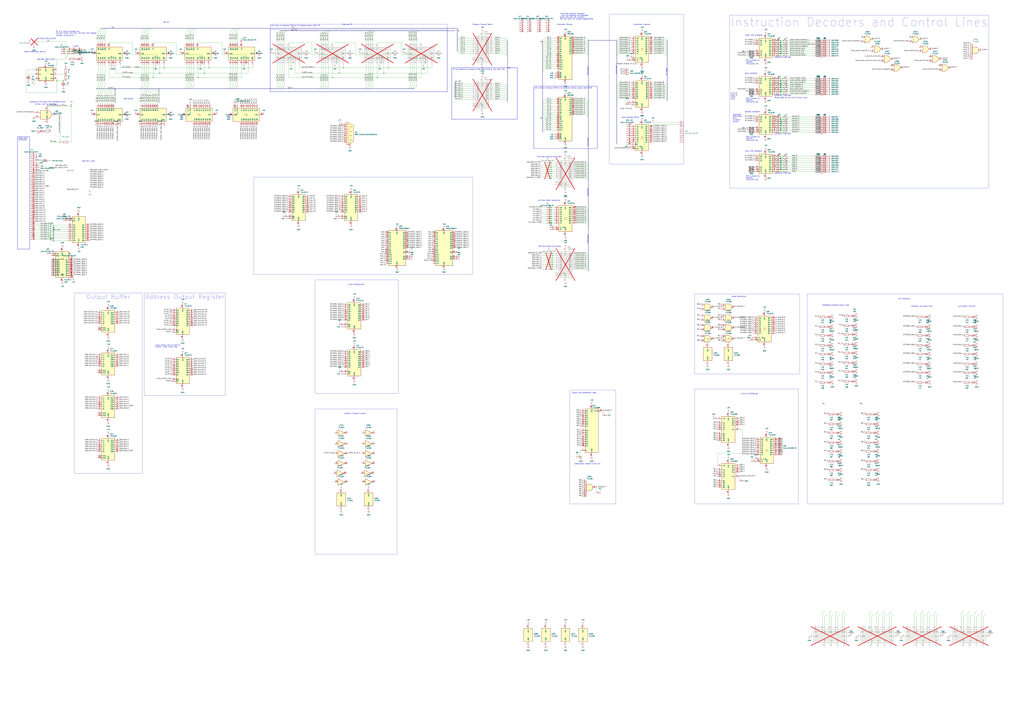
<source format=kicad_sch>
(kicad_sch (version 20230121) (generator eeschema)
  (paper "A0")
  (junction (at 901.7 196.85))
  (junction (at 901.7 91.44))
  (junction (at 909.32 96.52))
  (junction (at 640.08 259.08))
  (junction (at 901.7 46.99))
  (junction (at 640.08 246.38))
  (junction (at 901.7 181.61))
  (junction (at 393.7 85.09))
  (junction (at 641.35 304.8))
  (junction (at 909.32 59.69))
  (junction (at 190.5 78.74))
  (junction (at 901.7 64.77))
  (junction (at 901.7 151.13))
  (junction (at 901.7 189.23))
  (junction (at 901.7 146.05))
  (junction (at 640.08 191.77))
  (junction (at 909.32 148.59))
  (junction (at 909.32 101.6))
  (junction (at 901.7 191.77))
  (junction (at 445.77 85.09))
  (junction (at 640.08 196.85))
  (junction (at 82.55 123.19))
  (junction (at 782.32 -194.31))
  (junction (at 450.85 78.74))
  (junction (at 909.32 49.53))
  (junction (at 901.7 109.22))
  (junction (at 909.32 186.69))
  (junction (at 909.32 191.77))
  (junction (at 640.08 201.93))
  (junction (at 640.08 248.92))
  (junction (at 909.32 46.99))
  (junction (at 901.7 99.06))
  (junction (at 641.35 297.18))
  (junction (at 641.35 309.88))
  (junction (at 78.74 59.69))
  (junction (at 800.1 -156.21))
  (junction (at 641.35 302.26))
  (junction (at 909.32 106.68))
  (junction (at 909.32 109.22))
  (junction (at 177.8 90.17))
  (junction (at 69.85 165.1))
  (junction (at 640.08 189.23))
  (junction (at 782.32 -180.34))
  (junction (at 909.32 196.85))
  (junction (at 641.35 299.72))
  (junction (at 909.32 151.13))
  (junction (at 909.32 54.61))
  (junction (at 640.08 241.3))
  (junction (at 909.32 189.23))
  (junction (at 909.32 194.31))
  (junction (at 901.7 49.53))
  (junction (at 438.15 90.17))
  (junction (at 78.74 62.23))
  (junction (at 909.32 62.23))
  (junction (at 782.32 -167.64))
  (junction (at 901.7 101.6))
  (junction (at 901.7 59.69))
  (junction (at 640.08 256.54))
  (junction (at 73.66 93.98))
  (junction (at 901.7 57.15))
  (junction (at 83.82 59.69))
  (junction (at 386.08 90.17))
  (junction (at 901.7 140.97))
  (junction (at 76.2 86.36))
  (junction (at 901.7 96.52))
  (junction (at 909.32 104.14))
  (junction (at 641.35 312.42))
  (junction (at 909.32 153.67))
  (junction (at 909.32 52.07))
  (junction (at 901.7 93.98))
  (junction (at 237.49 85.09))
  (junction (at 901.7 184.15))
  (junction (at 398.78 78.74))
  (junction (at 185.42 85.09))
  (junction (at 901.7 148.59))
  (junction (at 58.42 262.89))
  (junction (at 909.32 143.51))
  (junction (at 640.08 199.39))
  (junction (at 58.42 265.43))
  (junction (at 66.04 93.98))
  (junction (at 58.42 260.35))
  (junction (at 640.08 207.01))
  (junction (at 641.35 294.64))
  (junction (at 901.7 194.31))
  (junction (at 909.32 135.89))
  (junction (at 640.08 243.84))
  (junction (at 640.08 204.47))
  (junction (at 58.42 278.13))
  (junction (at 909.32 57.15))
  (junction (at 242.57 78.74))
  (junction (at 909.32 146.05))
  (junction (at 58.42 275.59))
  (junction (at 901.7 199.39))
  (junction (at 909.32 64.77))
  (junction (at 901.7 135.89))
  (junction (at 909.32 99.06))
  (junction (at 901.7 62.23))
  (junction (at 58.42 267.97))
  (junction (at 901.7 106.68))
  (junction (at 674.37 530.86))
  (junction (at 58.42 270.51))
  (junction (at 901.7 52.07))
  (junction (at 901.7 153.67))
  (junction (at 909.32 138.43))
  (junction (at 901.7 186.69))
  (junction (at 901.7 143.51))
  (junction (at 640.08 254))
  (junction (at 909.32 181.61))
  (junction (at 58.42 273.05))
  (junction (at 901.7 104.14))
  (junction (at 909.32 91.44))
  (junction (at 901.7 138.43))
  (junction (at 640.08 194.31))
  (junction (at 90.17 59.69))
  (junction (at 909.32 93.98))
  (junction (at 909.32 184.15))
  (junction (at 909.32 199.39))
  (junction (at 909.32 140.97))
  (junction (at 901.7 54.61))
  (junction (at 641.35 307.34))
  (junction (at 229.87 90.17))
  (junction (at 640.08 251.46))
  (bus_entry (at 589.28 52.07) (size -2.54 -2.54))
  (bus_entry (at 1141.73 716.28) (size 2.54 -2.54))
  (bus_entry (at 121.92 105.41) (size -2.54 -2.54))
  (bus_entry (at 972.82 716.28) (size 2.54 -2.54))
  (bus_entry (at 167.64 105.41) (size -2.54 -2.54))
  (bus_entry (at 530.86 100.33) (size -2.54 -2.54))
  (bus_entry (at 370.84 102.87) (size 2.54 -2.54))
  (bus_entry (at 589.28 46.99) (size -2.54 -2.54))
  (bus_entry (at 114.3 105.41) (size -2.54 -2.54))
  (bus_entry (at 632.46 62.23) (size -2.54 2.54))
  (bus_entry (at 127 105.41) (size -2.54 -2.54))
  (bus_entry (at 716.28 111.76) (size 2.54 -2.54))
  (bus_entry (at 119.38 105.41) (size -2.54 -2.54))
  (bus_entry (at 59.69 260.35) (size 2.54 2.54))
  (bus_entry (at 589.28 62.23) (size -2.54 -2.54))
  (bus_entry (at 116.84 35.56) (size 2.54 -2.54))
  (bus_entry (at 273.05 35.56) (size 2.54 -2.54))
  (bus_entry (at 167.64 35.56) (size 2.54 -2.54))
  (bus_entry (at 680.72 128.27) (size 2.54 2.54))
  (bus_entry (at 589.28 49.53) (size -2.54 -2.54))
  (bus_entry (at 680.72 44.45) (size 2.54 2.54))
  (bus_entry (at 170.18 102.87) (size 2.54 -2.54))
  (bus_entry (at 1009.65 712.47) (size 2.54 -2.54))
  (bus_entry (at 533.4 62.23) (size -2.54 -2.54))
  (bus_entry (at 478.79 38.1) (size 2.54 -2.54))
  (bus_entry (at 772.16 52.07) (size 2.54 2.54))
  (bus_entry (at 1017.27 712.47) (size 2.54 -2.54))
  (bus_entry (at 716.28 54.61) (size 2.54 -2.54))
  (bus_entry (at 716.28 52.07) (size 2.54 -2.54))
  (bus_entry (at 530.86 107.95) (size -2.54 -2.54))
  (bus_entry (at 589.28 105.41) (size -2.54 -2.54))
  (bus_entry (at 772.16 46.99) (size 2.54 2.54))
  (bus_entry (at 116.84 105.41) (size -2.54 -2.54))
  (bus_entry (at 275.59 35.56) (size 2.54 -2.54))
  (bus_entry (at 632.46 133.35) (size -2.54 2.54))
  (bus_entry (at 165.1 105.41) (size -2.54 -2.54))
  (bus_entry (at 680.72 243.84) (size 2.54 2.54))
  (bus_entry (at 175.26 105.41) (size -2.54 -2.54))
  (bus_entry (at 716.28 46.99) (size 2.54 -2.54))
  (bus_entry (at 632.46 120.65) (size -2.54 2.54))
  (bus_entry (at 1032.51 712.47) (size 2.54 -2.54))
  (bus_entry (at 680.72 299.72) (size 2.54 2.54))
  (bus_entry (at 217.17 35.56) (size 2.54 -2.54))
  (bus_entry (at 632.46 49.53) (size -2.54 2.54))
  (bus_entry (at 1024.89 712.47) (size 2.54 -2.54))
  (bus_entry (at 589.28 59.69) (size -2.54 -2.54))
  (bus_entry (at 632.46 44.45) (size -2.54 2.54))
  (bus_entry (at 1012.19 716.28) (size 2.54 -2.54))
  (bus_entry (at 589.28 115.57) (size -2.54 -2.54))
  (bus_entry (at 327.66 38.1) (size 2.54 -2.54))
  (bus_entry (at 322.58 38.1) (size 2.54 -2.54))
  (bus_entry (at 59.6549 267.97) (size 2.54 2.54))
  (bus_entry (at 680.72 204.47) (size 2.54 2.54))
  (bus_entry (at 680.72 52.07) (size 2.54 2.54))
  (bus_entry (at 265.43 102.87) (size 2.54 -2.54))
  (bus_entry (at 378.46 102.87) (size 2.54 -2.54))
  (bus_entry (at 680.72 256.54) (size 2.54 2.54))
  (bus_entry (at 478.79 102.87) (size 2.54 -2.54))
  (bus_entry (at 680.72 191.77) (size 2.54 2.54))
  (bus_entry (at 530.86 102.87) (size -2.54 -2.54))
  (bus_entry (at 59.69 270.51) (size 2.54 2.54))
  (bus_entry (at 680.72 201.93) (size 2.54 2.54))
  (bus_entry (at 224.79 35.56) (size 2.54 -2.54))
  (bus_entry (at 1064.26 716.28) (size 2.54 -2.54))
  (bus_entry (at 433.07 38.1) (size 2.54 -2.54))
  (bus_entry (at 530.86 113.03) (size -2.54 -2.54))
  (bus_entry (at 170.18 35.56) (size 2.54 -2.54))
  (bus_entry (at 533.4 59.69) (size -2.54 -2.54))
  (bus_entry (at 373.38 38.1) (size 2.54 -2.54))
  (bus_entry (at 680.72 196.85) (size 2.54 2.54))
  (bus_entry (at 772.16 49.53) (size 2.54 2.54))
  (bus_entry (at 955.04 712.47) (size 2.54 -2.54))
  (bus_entry (at 132.08 105.41) (size -2.54 -2.54))
  (bus_entry (at 632.46 118.11) (size -2.54 2.54))
  (bus_entry (at 680.72 133.35) (size 2.54 2.54))
  (bus_entry (at 1079.5 716.28) (size 2.54 -2.54))
  (bus_entry (at 680.72 120.65) (size 2.54 2.54))
  (bus_entry (at 772.16 96.52) (size 2.54 2.54))
  (bus_entry (at 330.2 38.1) (size 2.54 -2.54))
  (bus_entry (at 680.72 115.57) (size 2.54 2.54))
  (bus_entry (at 589.28 113.03) (size -2.54 -2.54))
  (bus_entry (at 680.72 312.42) (size 2.54 2.54))
  (bus_entry (at 716.28 64.77) (size 2.54 -2.54))
  (bus_entry (at 589.28 110.49) (size -2.54 -2.54))
  (bus_entry (at 589.28 102.87) (size -2.54 -2.54))
  (bus_entry (at 119.38 102.87) (size 2.54 -2.54))
  (bus_entry (at 772.16 99.06) (size 2.54 2.54))
  (bus_entry (at 217.17 102.87) (size 2.54 -2.54))
  (bus_entry (at 632.46 57.15) (size -2.54 2.54))
  (bus_entry (at 172.72 105.41) (size -2.54 -2.54))
  (bus_entry (at 1139.19 712.47) (size 2.54 -2.54))
  (bus_entry (at 680.72 302.26) (size 2.54 2.54))
  (bus_entry (at 716.28 62.23) (size 2.54 -2.54))
  (bus_entry (at 716.28 106.68) (size 2.54 -2.54))
  (bus_entry (at 980.44 716.28) (size 2.54 -2.54))
  (bus_entry (at 772.16 111.76) (size 2.54 2.54))
  (bus_entry (at 962.66 712.47) (size 2.54 -2.54))
  (bus_entry (at 530.86 97.79) (size -2.54 -2.54))
  (bus_entry (at 177.8 105.41) (size -2.54 -2.54))
  (bus_entry (at 632.46 143.51) (size -2.54 2.54))
  (bus_entry (at 59.6549 275.59) (size 2.54 2.54))
  (bus_entry (at 680.72 294.64) (size 2.54 2.54))
  (bus_entry (at 476.25 102.87) (size 2.54 -2.54))
  (bus_entry (at 267.97 35.56) (size 2.54 -2.54))
  (bus_entry (at 481.33 102.87) (size 2.54 -2.54))
  (bus_entry (at 632.46 59.69) (size -2.54 2.54))
  (bus_entry (at 632.46 67.31) (size -2.54 2.54))
  (bus_entry (at 680.72 130.81) (size 2.54 2.54))
  (bus_entry (at 327.66 102.87) (size 2.54 -2.54))
  (bus_entry (at 533.4 54.61) (size -2.54 -2.54))
  (bus_entry (at 772.16 109.22) (size 2.54 2.54))
  (bus_entry (at 680.72 248.92) (size 2.54 2.54))
  (bus_entry (at 381 38.1) (size 2.54 -2.54))
  (bus_entry (at 680.72 251.46) (size 2.54 2.54))
  (bus_entry (at 680.72 189.23) (size 2.54 2.54))
  (bus_entry (at 680.72 62.23) (size 2.54 2.54))
  (bus_entry (at 119.38 35.56) (size 2.54 -2.54))
  (bus_entry (at 165.1 102.87) (size 2.54 -2.54))
  (bus_entry (at 632.46 77.47) (size -2.54 2.54))
  (bus_entry (at 680.72 297.18) (size 2.54 2.54))
  (bus_entry (at 680.72 57.15) (size 2.54 2.54))
  (bus_entry (at 222.25 102.87) (size 2.54 -2.54))
  (bus_entry (at 533.4 49.53) (size -2.54 -2.54))
  (bus_entry (at 124.46 105.41) (size -2.54 -2.54))
  (bus_entry (at 167.64 102.87) (size 2.54 -2.54))
  (bus_entry (at 680.72 54.61) (size 2.54 2.54))
  (bus_entry (at 59.6549 278.13) (size 2.54 2.54))
  (bus_entry (at 680.72 307.34) (size 2.54 2.54))
  (bus_entry (at 533.4 44.45) (size -2.54 -2.54))
  (bus_entry (at 589.28 54.61) (size -2.54 -2.54))
  (bus_entry (at 114.3 35.56) (size 2.54 -2.54))
  (bus_entry (at 680.72 309.88) (size 2.54 2.54))
  (bus_entry (at 589.28 64.77) (size -2.54 -2.54))
  (bus_entry (at 427.99 102.87) (size 2.54 -2.54))
  (bus_entry (at 680.72 125.73) (size 2.54 2.54))
  (bus_entry (at 680.72 241.3) (size 2.54 2.54))
  (bus_entry (at 716.28 49.53) (size 2.54 -2.54))
  (bus_entry (at 772.16 57.15) (size 2.54 2.54))
  (bus_entry (at 716.28 114.3) (size 2.54 -2.54))
  (bus_entry (at 530.86 105.41) (size -2.54 -2.54))
  (bus_entry (at 172.72 35.56) (size 2.54 -2.54))
  (bus_entry (at 716.28 59.69) (size 2.54 -2.54))
  (bus_entry (at 632.46 72.39) (size -2.54 2.54))
  (bus_entry (at 680.72 246.38) (size 2.54 2.54))
  (bus_entry (at 772.16 54.61) (size 2.54 2.54))
  (bus_entry (at 273.05 102.87) (size 2.54 -2.54))
  (bus_entry (at 425.45 102.87) (size 2.54 -2.54))
  (bus_entry (at 1116.33 712.47) (size 2.54 -2.54))
  (bus_entry (at 632.46 54.61) (size -2.54 2.54))
  (bus_entry (at 589.28 118.11) (size -2.54 -2.54))
  (bus_entry (at 325.12 102.87) (size 2.54 -2.54))
  (bus_entry (at 680.72 207.01) (size 2.54 2.54))
  (bus_entry (at 632.46 146.05) (size -2.54 2.54))
  (bus_entry (at 111.76 102.87) (size 2.54 -2.54))
  (bus_entry (at 476.25 38.1) (size 2.54 -2.54))
  (bus_entry (at 680.72 254) (size 2.54 2.54))
  (bus_entry (at 957.58 716.28) (size 2.54 -2.54))
  (bus_entry (at 772.16 104.14) (size 2.54 2.54))
  (bus_entry (at 1123.95 712.47) (size 2.54 -2.54))
  (bus_entry (at 772.16 44.45) (size 2.54 2.54))
  (bus_entry (at 977.9 712.47) (size 2.54 -2.54))
  (bus_entry (at 165.1 35.56) (size 2.54 -2.54))
  (bus_entry (at 1131.57 712.47) (size 2.54 -2.54))
  (bus_entry (at 473.71 102.87) (size 2.54 -2.54))
  (bus_entry (at 530.86 110.49) (size -2.54 -2.54))
  (bus_entry (at 1118.87 716.28) (size 2.54 -2.54))
  (bus_entry (at 1027.43 716.28) (size 2.54 -2.54))
  (bus_entry (at 632.46 64.77) (size -2.54 2.54))
  (bus_entry (at 632.46 74.93) (size -2.54 2.54))
  (bus_entry (at 530.86 115.57) (size -2.54 -2.54))
  (bus_entry (at 716.28 99.06) (size 2.54 -2.54))
  (bus_entry (at 1019.81 716.28) (size 2.54 -2.54))
  (bus_entry (at 680.72 194.31) (size 2.54 2.54))
  (bus_entry (at 632.46 125.73) (size -2.54 2.54))
  (bus_entry (at 716.28 104.14) (size 2.54 -2.54))
  (bus_entry (at 378.46 38.1) (size 2.54 -2.54))
  (bus_entry (at 375.92 38.1) (size 2.54 -2.54))
  (bus_entry (at 680.72 118.11) (size 2.54 2.54))
  (bus_entry (at 632.46 130.81) (size -2.54 2.54))
  (bus_entry (at 772.16 59.69) (size 2.54 2.54))
  (bus_entry (at 772.16 101.6) (size 2.54 2.54))
  (bus_entry (at 375.92 102.87) (size 2.54 -2.54))
  (bus_entry (at 162.56 102.87) (size 2.54 -2.54))
  (bus_entry (at 483.87 38.1) (size 2.54 -2.54))
  (bus_entry (at 59.6549 273.05) (size 2.54 2.54))
  (bus_entry (at 680.72 59.69) (size 2.54 2.54))
  (bus_entry (at 325.12 38.1) (size 2.54 -2.54))
  (bus_entry (at 322.58 102.87) (size 2.54 -2.54))
  (bus_entry (at 430.53 102.87) (size 2.54 -2.54))
  (bus_entry (at 716.28 101.6) (size 2.54 -2.54))
  (bus_entry (at 121.92 35.56) (size 2.54 -2.54))
  (bus_entry (at 970.28 712.47) (size 2.54 -2.54))
  (bus_entry (at 214.63 102.87) (size 2.54 -2.54))
  (bus_entry (at 680.72 304.8) (size 2.54 2.54))
  (bus_entry (at 772.16 106.68) (size 2.54 2.54))
  (bus_entry (at 182.88 105.41) (size -2.54 -2.54))
  (bus_entry (at 632.46 140.97) (size -2.54 2.54))
  (bus_entry (at 680.72 259.08) (size 2.54 2.54))
  (bus_entry (at 533.4 46.99) (size -2.54 -2.54))
  (bus_entry (at 680.72 123.19) (size 2.54 2.54))
  (bus_entry (at 219.71 35.56) (size 2.54 -2.54))
  (bus_entry (at 170.18 105.41) (size -2.54 -2.54))
  (bus_entry (at 589.28 107.95) (size -2.54 -2.54))
  (bus_entry (at 632.46 52.07) (size -2.54 2.54))
  (bus_entry (at 1087.12 716.28) (size 2.54 -2.54))
  (bus_entry (at 1035.05 716.28) (size 2.54 -2.54))
  (bus_entry (at 425.45 38.1) (size 2.54 -2.54))
  (bus_entry (at 481.33 38.1) (size 2.54 -2.54))
  (bus_entry (at 632.46 69.85) (size -2.54 2.54))
  (bus_entry (at 632.46 135.89) (size -2.54 2.54))
  (bus_entry (at 533.4 52.07) (size -2.54 -2.54))
  (bus_entry (at 1061.72 712.47) (size 2.54 -2.54))
  (bus_entry (at 1071.88 716.28) (size 2.54 -2.54))
  (bus_entry (at 680.72 199.39) (size 2.54 2.54))
  (bus_entry (at 632.46 138.43) (size -2.54 2.54))
  (bus_entry (at 589.28 100.33) (size -2.54 -2.54))
  (bus_entry (at 1069.34 712.47) (size 2.54 -2.54))
  (bus_entry (at 1076.96 712.47) (size 2.54 -2.54))
  (bus_entry (at 632.46 115.57) (size -2.54 2.54))
  (bus_entry (at 533.4 57.15) (size -2.54 -2.54))
  (bus_entry (at 716.28 109.22) (size 2.54 -2.54))
  (bus_entry (at 427.99 38.1) (size 2.54 -2.54))
  (bus_entry (at 680.72 46.99) (size 2.54 2.54))
  (bus_entry (at 632.46 151.13) (size -2.54 2.54))
  (bus_entry (at 59.6549 265.43) (size 2.54 2.54))
  (bus_entry (at 965.2 716.28) (size 2.54 -2.54))
  (bus_entry (at 180.34 105.41) (size -2.54 -2.54))
  (bus_entry (at 632.46 128.27) (size -2.54 2.54))
  (bus_entry (at 1084.58 712.47) (size 2.54 -2.54))
  (bus_entry (at 632.46 123.19) (size -2.54 2.54))
  (bus_entry (at 589.28 57.15) (size -2.54 -2.54))
  (bus_entry (at 632.46 148.59) (size -2.54 2.54))
  (bus_entry (at 716.28 116.84) (size 2.54 -2.54))
  (bus_entry (at 116.84 102.87) (size 2.54 -2.54))
  (bus_entry (at 373.38 102.87) (size 2.54 -2.54))
  (bus_entry (at 716.28 57.15) (size 2.54 -2.54))
  (bus_entry (at 114.3 102.87) (size 2.54 -2.54))
  (bus_entry (at 632.46 80.01) (size -2.54 2.54))
  (bus_entry (at 270.51 35.56) (size 2.54 -2.54))
  (bus_entry (at 430.53 38.1) (size 2.54 -2.54))
  (bus_entry (at 772.16 62.23) (size 2.54 2.54))
  (bus_entry (at 320.04 102.87) (size 2.54 -2.54))
  (bus_entry (at 219.71 102.87) (size 2.54 -2.54))
  (bus_entry (at 129.54 105.41) (size -2.54 -2.54))
  (bus_entry (at 772.16 114.3) (size 2.54 2.54))
  (bus_entry (at 222.25 35.56) (size 2.54 -2.54))
  (bus_entry (at 680.72 49.53) (size 2.54 2.54))
  (bus_entry (at 267.97 102.87) (size 2.54 -2.54))
  (bus_entry (at 632.46 46.99) (size -2.54 2.54))
  (bus_entry (at 1126.49 716.28) (size 2.54 -2.54))
  (bus_entry (at 270.51 102.87) (size 2.54 -2.54))
  (bus_entry (at 59.69 262.89) (size 2.54 2.54))
  (bus_entry (at 422.91 102.87) (size 2.54 -2.54))
  (bus_entry (at 1134.11 716.28) (size 2.54 -2.54))
  (wire (pts (xy 58.42 265.43) (xy 59.6549 265.43)))
  (wire (pts (xy 58.42 265.43) (xy 58.42 266.7)))
  (wire (pts (xy 530.86 105.41) (xy 547.37 105.41)))
  (wire (pts (xy 335.28 74.93) (xy 335.28 90.17)))
  (wire (pts (xy 758.19 54.61) (xy 772.16 54.61)))
  (bus (pts (xy 325.12 102.87) (xy 327.66 102.87)))
  (wire (pts (xy 1126.49 716.28) (xy 1126.49 726.44)))
  (wire (pts (xy 627.38 199.39) (xy 640.08 199.39)))
  (wire (pts (xy 641.35 304.8) (xy 643.89 304.8)))
  (wire (pts (xy 782.32 -194.31) (xy 787.4 -194.31)))
  (bus (pts (xy 224.79 33.02) (xy 227.33 33.02)))
  (wire (pts (xy 909.32 52.07) (xy 946.15 52.07)))
  (wire (pts (xy 58.42 262.89) (xy 58.42 264.16)))
  (wire (pts (xy 628.65 256.54) (xy 640.08 256.54)))
  (wire (pts (xy 433.07 38.1) (xy 433.07 49.53)))
  (wire (pts (xy 257.81 63.5) (xy 285.75 63.5)))
  (wire (pts (xy 909.32 109.22) (xy 946.15 109.22)))
  (wire (pts (xy 901.7 106.68) (xy 909.32 106.68)))
  (wire (pts (xy 628.65 302.26) (xy 641.35 302.26)))
  (wire (pts (xy 572.77 46.99) (xy 586.74 46.99)))
  (wire (pts (xy 182.88 63.5) (xy 182.88 74.93)))
  (wire (pts (xy 242.57 78.74) (xy 242.57 74.93)))
  (wire (pts (xy 572.77 97.79) (xy 586.74 97.79)))
  (wire (pts (xy 119.38 35.56) (xy 119.38 49.53)))
  (wire (pts (xy 858.52 558.8) (xy 858.52 553.72)))
  (wire (pts (xy 229.87 90.17) (xy 280.67 90.17)))
  (wire (pts (xy 58.42 270.51) (xy 58.42 271.78)))
  (wire (pts (xy 758.19 96.52) (xy 772.16 96.52)))
  (bus (pts (xy 478.79 102.87) (xy 481.33 102.87)))
  (wire (pts (xy 114.3 74.93) (xy 114.3 100.33)))
  (bus (pts (xy 327.66 35.56) (xy 330.2 35.56)))
  (bus (pts (xy 683.26 46.99) (xy 716.28 46.99)))
  (bus (pts (xy 62.1949 267.97) (xy 62.1598 270.51)))
  (wire (pts (xy 572.77 54.61) (xy 586.74 54.61)))
  (wire (pts (xy 699.77 482.6) (xy 699.77 477.52)))
  (wire (pts (xy 572.77 44.45) (xy 586.74 44.45)))
  (wire (pts (xy 30.48 81.28) (xy 40.64 81.28)))
  (wire (pts (xy 190.5 78.74) (xy 190.5 74.93)))
  (wire (pts (xy 488.95 90.17) (xy 488.95 74.93)))
  (wire (pts (xy 242.57 78.74) (xy 293.37 78.74)))
  (wire (pts (xy 114.3 35.56) (xy 114.3 49.53)))
  (bus (pts (xy 170.18 102.87) (xy 172.72 102.87)))
  (bus (pts (xy 530.86 52.07) (xy 530.86 54.61)))
  (wire (pts (xy 718.82 99.06) (xy 732.79 99.06)))
  (wire (pts (xy 640.08 196.85) (xy 643.89 196.85)))
  (wire (pts (xy 782.32 -209.55) (xy 782.32 -194.31)))
  (wire (pts (xy 802.64 -170.18) (xy 805.18 -170.18)))
  (wire (pts (xy 438.15 90.17) (xy 488.95 90.17)))
  (bus (pts (xy 177.8 102.87) (xy 180.34 102.87)))
  (wire (pts (xy 1076.96 712.47) (xy 1076.96 726.44)))
  (wire (pts (xy 718.82 111.76) (xy 732.79 111.76)))
  (wire (pts (xy 627.38 204.47) (xy 640.08 204.47)))
  (bus (pts (xy 716.28 114.3) (xy 716.28 111.76)))
  (wire (pts (xy 632.46 143.51) (xy 646.43 143.51)))
  (wire (pts (xy 533.4 46.99) (xy 547.37 46.99)))
  (bus (pts (xy 530.86 54.61) (xy 530.86 57.15)))
  (wire (pts (xy 134.62 74.93) (xy 134.62 85.09)))
  (wire (pts (xy 1087.12 716.28) (xy 1087.12 726.44)))
  (wire (pts (xy 58.42 260.35) (xy 59.69 260.35)))
  (bus (pts (xy 629.92 67.31) (xy 629.92 69.85)))
  (wire (pts (xy 450.85 78.74) (xy 450.85 74.93)))
  (bus (pts (xy 629.92 82.55) (xy 629.92 118.11)))
  (wire (pts (xy 127 105.41) (xy 127 120.65)))
  (wire (pts (xy 782.32 -194.31) (xy 782.32 -180.34)))
  (wire (pts (xy 641.35 302.26) (xy 643.89 302.26)))
  (bus (pts (xy 167.64 102.87) (xy 170.18 102.87)))
  (wire (pts (xy 427.99 38.1) (xy 427.99 49.53)))
  (wire (pts (xy 901.7 64.77) (xy 909.32 64.77)))
  (wire (pts (xy 909.32 148.59) (xy 946.15 148.59)))
  (wire (pts (xy 58.42 266.7) (xy 78.74 266.7)))
  (bus (pts (xy 528.32 35.56) (xy 486.41 35.56)))
  (wire (pts (xy 909.32 93.98) (xy 946.15 93.98)))
  (wire (pts (xy 901.7 57.15) (xy 909.32 57.15)))
  (wire (pts (xy 758.19 101.6) (xy 772.16 101.6)))
  (bus (pts (xy 629.92 146.05) (xy 629.92 148.59)))
  (wire (pts (xy 909.32 135.89) (xy 946.15 135.89)))
  (wire (pts (xy 270.51 35.56) (xy 270.51 49.53)))
  (wire (pts (xy 185.42 85.09) (xy 185.42 74.93)))
  (wire (pts (xy 78.74 62.23) (xy 78.74 68.58)))
  (wire (pts (xy 640.08 189.23) (xy 643.89 189.23)))
  (wire (pts (xy 165.1 105.41) (xy 165.1 120.65)))
  (wire (pts (xy 909.32 101.6) (xy 946.15 101.6)))
  (bus (pts (xy 270.51 102.87) (xy 273.05 102.87)))
  (wire (pts (xy 632.46 146.05) (xy 646.43 146.05)))
  (wire (pts (xy 139.7 74.93) (xy 139.7 78.74)))
  (wire (pts (xy 909.32 184.15) (xy 946.15 184.15)))
  (wire (pts (xy 375.92 74.93) (xy 375.92 100.33)))
  (bus (pts (xy 683.26 259.08) (xy 683.26 261.62)))
  (wire (pts (xy 901.7 59.69) (xy 909.32 59.69)))
  (wire (pts (xy 153.67 49.53) (xy 153.67 63.5)))
  (bus (pts (xy 716.28 116.84) (xy 716.28 167.64)))
  (bus (pts (xy 589.28 52.07) (xy 589.28 54.61)))
  (wire (pts (xy 980.44 716.28) (xy 980.44 726.44)))
  (wire (pts (xy 530.86 113.03) (xy 547.37 113.03)))
  (wire (pts (xy 632.46 135.89) (xy 646.43 135.89)))
  (wire (pts (xy 78.74 57.15) (xy 78.74 59.69)))
  (wire (pts (xy 962.66 712.47) (xy 962.66 726.44)))
  (wire (pts (xy 909.32 62.23) (xy 946.15 62.23)))
  (bus (pts (xy 530.86 41.91) (xy 530.86 44.45)))
  (wire (pts (xy 632.46 62.23) (xy 646.43 62.23)))
  (wire (pts (xy 628.65 299.72) (xy 641.35 299.72)))
  (wire (pts (xy 632.46 128.27) (xy 646.43 128.27)))
  (wire (pts (xy 430.53 74.93) (xy 430.53 100.33)))
  (wire (pts (xy 335.28 90.17) (xy 386.08 90.17)))
  (wire (pts (xy 1009.65 712.47) (xy 1009.65 726.44)))
  (wire (pts (xy 393.7 85.09) (xy 445.77 85.09)))
  (wire (pts (xy 718.82 57.15) (xy 732.79 57.15)))
  (wire (pts (xy 718.82 52.07) (xy 732.79 52.07)))
  (wire (pts (xy 909.32 143.51) (xy 946.15 143.51)))
  (wire (pts (xy 78.74 59.69) (xy 83.82 59.69)))
  (bus (pts (xy 62.23 262.89) (xy 62.23 265.43)))
  (bus (pts (xy 683.26 246.38) (xy 683.26 248.92)))
  (wire (pts (xy 237.49 85.09) (xy 288.29 85.09)))
  (bus (pts (xy 774.7 109.22) (xy 774.7 111.76)))
  (wire (pts (xy 718.82 106.68) (xy 732.79 106.68)))
  (wire (pts (xy 58.42 165.1) (xy 69.85 165.1)))
  (wire (pts (xy 412.75 63.5) (xy 443.23 63.5)))
  (wire (pts (xy 758.19 62.23) (xy 772.16 62.23)))
  (wire (pts (xy 955.04 712.47) (xy 955.04 726.44)))
  (wire (pts (xy 909.32 59.69) (xy 946.15 59.69)))
  (wire (pts (xy 666.75 52.07) (xy 680.72 52.07)))
  (bus (pts (xy 589.28 62.23) (xy 589.28 64.77)))
  (wire (pts (xy 718.82 49.53) (xy 732.79 49.53)))
  (bus (pts (xy 629.92 54.61) (xy 629.92 57.15)))
  (bus (pts (xy 683.26 307.34) (xy 683.26 309.88)))
  (wire (pts (xy 901.7 151.13) (xy 909.32 151.13)))
  (wire (pts (xy 496.57 85.09) (xy 496.57 74.93)))
  (wire (pts (xy 640.08 204.47) (xy 643.89 204.47)))
  (wire (pts (xy 132.08 105.41) (xy 132.08 120.65)))
  (wire (pts (xy 909.32 153.67) (xy 946.15 153.67)))
  (wire (pts (xy 443.23 63.5) (xy 443.23 74.93)))
  (wire (pts (xy 632.46 72.39) (xy 646.43 72.39)))
  (wire (pts (xy 718.82 109.22) (xy 732.79 109.22)))
  (bus (pts (xy 683.26 125.73) (xy 683.26 128.27)))
  (bus (pts (xy 167.64 33.02) (xy 170.18 33.02)))
  (bus (pts (xy 528.32 107.95) (xy 528.32 105.41)))
  (bus (pts (xy 528.32 113.03) (xy 528.32 110.49)))
  (wire (pts (xy 78.74 276.86) (xy 58.42 276.86)))
  (wire (pts (xy 758.19 109.22) (xy 772.16 109.22)))
  (wire (pts (xy 628.65 304.8) (xy 641.35 304.8)))
  (wire (pts (xy 640.08 251.46) (xy 643.89 251.46)))
  (wire (pts (xy 476.25 74.93) (xy 476.25 100.33)))
  (wire (pts (xy 466.09 49.53) (xy 466.09 63.5)))
  (wire (pts (xy 833.12 527.05) (xy 833.12 541.02)))
  (bus (pts (xy 629.92 151.13) (xy 629.92 153.67)))
  (bus (pts (xy 227.33 33.02) (xy 270.51 33.02)))
  (bus (pts (xy 683.26 194.31) (xy 683.26 196.85)))
  (wire (pts (xy 466.09 63.5) (xy 494.03 63.5)))
  (bus (pts (xy 683.26 59.69) (xy 683.26 62.23)))
  (wire (pts (xy 378.46 74.93) (xy 378.46 100.33)))
  (bus (pts (xy 629.92 64.77) (xy 629.92 67.31)))
  (bus (pts (xy 121.92 33.02) (xy 124.46 33.02)))
  (wire (pts (xy 628.65 243.84) (xy 640.08 243.84)))
  (wire (pts (xy 628.65 251.46) (xy 640.08 251.46)))
  (wire (pts (xy 748.03 172.72) (xy 732.79 172.72)))
  (wire (pts (xy 901.7 189.23) (xy 909.32 189.23)))
  (wire (pts (xy 438.15 49.53) (xy 466.09 49.53)))
  (bus (pts (xy 683.26 251.46) (xy 683.26 254)))
  (bus (pts (xy 716.28 116.84) (xy 716.28 114.3)))
  (wire (pts (xy 572.77 59.69) (xy 586.74 59.69)))
  (wire (pts (xy 1079.5 716.28) (xy 1079.5 726.44)))
  (wire (pts (xy 481.33 38.1) (xy 481.33 49.53)))
  (wire (pts (xy 172.72 74.93) (xy 172.72 100.33)))
  (wire (pts (xy 275.59 74.93) (xy 275.59 100.33)))
  (bus (pts (xy 774.7 104.14) (xy 774.7 106.68)))
  (wire (pts (xy 802.64 -196.85) (xy 802.64 -209.55)))
  (wire (pts (xy 669.29 294.64) (xy 680.72 294.64)))
  (wire (pts (xy 58.42 273.05) (xy 58.42 274.32)))
  (wire (pts (xy 627.38 196.85) (xy 640.08 196.85)))
  (wire (pts (xy 121.92 35.56) (xy 121.92 49.53)))
  (bus (pts (xy 481.33 35.56) (xy 483.87 35.56)))
  (wire (pts (xy 901.7 140.97) (xy 909.32 140.97)))
  (bus (pts (xy 62.1949 274.32) (xy 62.1949 275.59)))
  (wire (pts (xy 78.74 279.4) (xy 58.42 279.4)))
  (bus (pts (xy 774.7 106.68) (xy 774.7 109.22)))
  (wire (pts (xy 1064.26 716.28) (xy 1064.26 726.44)))
  (wire (pts (xy 58.42 278.13) (xy 59.6549 278.13)))
  (wire (pts (xy 641.35 299.72) (xy 643.89 299.72)))
  (bus (pts (xy 683.26 133.35) (xy 683.26 135.89)))
  (bus (pts (xy 589.28 107.95) (xy 589.28 110.49)))
  (wire (pts (xy 666.75 46.99) (xy 680.72 46.99)))
  (wire (pts (xy 692.15 572.77) (xy 692.15 566.42)))
  (bus (pts (xy 124.46 102.87) (xy 127 102.87)))
  (wire (pts (xy 66.04 68.58) (xy 76.2 68.58)))
  (wire (pts (xy 44.45 48.26) (xy 76.2 48.26)))
  (wire (pts (xy 40.64 265.43) (xy 58.42 265.43)))
  (wire (pts (xy 782.32 -156.21) (xy 782.32 -167.64)))
  (wire (pts (xy 325.12 74.93) (xy 325.12 100.33)))
  (wire (pts (xy 718.82 62.23) (xy 732.79 62.23)))
  (wire (pts (xy 129.54 105.41) (xy 129.54 120.65)))
  (wire (pts (xy 901.7 186.69) (xy 909.32 186.69)))
  (wire (pts (xy 127 90.17) (xy 177.8 90.17)))
  (wire (pts (xy 858.52 499.11) (xy 862.33 499.11)))
  (wire (pts (xy 1141.73 716.28) (xy 1141.73 726.44)))
  (bus (pts (xy 589.28 115.57) (xy 589.28 118.11)))
  (bus (pts (xy 683.26 196.85) (xy 683.26 199.39)))
  (wire (pts (xy 669.29 194.31) (xy 680.72 194.31)))
  (wire (pts (xy 627.38 194.31) (xy 640.08 194.31)))
  (wire (pts (xy 901.7 194.31) (xy 909.32 194.31)))
  (wire (pts (xy 182.88 105.41) (xy 182.88 120.65)))
  (wire (pts (xy 632.46 140.97) (xy 646.43 140.97)))
  (wire (pts (xy 78.74 271.78) (xy 58.42 271.78)))
  (wire (pts (xy 632.46 130.81) (xy 646.43 130.81)))
  (wire (pts (xy 267.97 35.56) (xy 267.97 49.53)))
  (wire (pts (xy 83.82 59.69) (xy 90.17 59.69)))
  (bus (pts (xy 425.45 102.87) (xy 427.99 102.87)))
  (wire (pts (xy 901.7 109.22) (xy 909.32 109.22)))
  (bus (pts (xy 716.28 52.07) (xy 716.28 49.53)))
  (wire (pts (xy 909.32 106.68) (xy 946.15 106.68)))
  (wire (pts (xy 58.42 264.16) (xy 78.74 264.16)))
  (wire (pts (xy 666.75 128.27) (xy 680.72 128.27)))
  (wire (pts (xy 632.46 52.07) (xy 646.43 52.07)))
  (wire (pts (xy 669.29 299.72) (xy 680.72 299.72)))
  (wire (pts (xy 322.58 74.93) (xy 322.58 100.33)))
  (wire (pts (xy 361.95 63.5) (xy 391.16 63.5)))
  (bus (pts (xy 629.92 62.23) (xy 629.92 64.77)))
  (wire (pts (xy 412.75 49.53) (xy 412.75 63.5)))
  (wire (pts (xy 229.87 49.53) (xy 257.81 49.53)))
  (bus (pts (xy 683.26 64.77) (xy 683.26 118.11)))
  (bus (pts (xy 716.28 106.68) (xy 716.28 104.14)))
  (wire (pts (xy 669.29 297.18) (xy 680.72 297.18)))
  (wire (pts (xy 66.04 93.98) (xy 73.66 93.98)))
  (wire (pts (xy 627.38 191.77) (xy 640.08 191.77)))
  (bus (pts (xy 716.28 59.69) (xy 716.28 57.15)))
  (wire (pts (xy 270.51 74.93) (xy 270.51 100.33)))
  (wire (pts (xy 52.07 152.4) (xy 50.8 152.4)))
  (wire (pts (xy 718.82 54.61) (xy 732.79 54.61)))
  (wire (pts (xy 641.35 297.18) (xy 643.89 297.18)))
  (wire (pts (xy 758.19 49.53) (xy 772.16 49.53)))
  (bus (pts (xy 629.92 46.99) (xy 629.92 49.53)))
  (wire (pts (xy 78.74 68.58) (xy 80.01 68.58)))
  (bus (pts (xy 589.28 100.33) (xy 589.28 102.87)))
  (bus (pts (xy 589.28 57.15) (xy 589.28 59.69)))
  (bus (pts (xy 121.92 102.87) (xy 124.46 102.87)))
  (bus (pts (xy 373.38 102.87) (xy 375.92 102.87)))
  (wire (pts (xy 901.7 62.23) (xy 909.32 62.23)))
  (wire (pts (xy 40.64 278.13) (xy 58.42 278.13)))
  (bus (pts (xy 629.92 130.81) (xy 629.92 133.35)))
  (wire (pts (xy 66.04 91.44) (xy 66.04 93.98)))
  (wire (pts (xy 666.75 62.23) (xy 680.72 62.23)))
  (bus (pts (xy 62.1949 270.51) (xy 62.1598 270.51)))
  (wire (pts (xy 669.29 256.54) (xy 680.72 256.54)))
  (bus (pts (xy 322.58 102.87) (xy 325.12 102.87)))
  (wire (pts (xy 758.19 59.69) (xy 772.16 59.69)))
  (wire (pts (xy 267.97 74.93) (xy 267.97 100.33)))
  (wire (pts (xy 628.65 294.64) (xy 641.35 294.64)))
  (bus (pts (xy 774.7 49.53) (xy 774.7 52.07)))
  (wire (pts (xy 669.29 207.01) (xy 680.72 207.01)))
  (bus (pts (xy 683.26 120.65) (xy 683.26 123.19)))
  (wire (pts (xy 1139.19 712.47) (xy 1139.19 726.44)))
  (wire (pts (xy 572.77 57.15) (xy 586.74 57.15)))
  (wire (pts (xy 669.29 248.92) (xy 680.72 248.92)))
  (bus (pts (xy 427.99 102.87) (xy 430.53 102.87)))
  (bus (pts (xy 774.7 101.6) (xy 774.7 104.14)))
  (bus (pts (xy 774.7 54.61) (xy 774.7 57.15)))
  (wire (pts (xy 640.08 201.93) (xy 643.89 201.93)))
  (bus (pts (xy 683.26 304.8) (xy 683.26 307.34)))
  (wire (pts (xy 533.4 54.61) (xy 547.37 54.61)))
  (wire (pts (xy 641.35 309.88) (xy 643.89 309.88)))
  (wire (pts (xy 293.37 78.74) (xy 293.37 74.93)))
  (wire (pts (xy 165.1 35.56) (xy 165.1 49.53)))
  (wire (pts (xy 572.77 105.41) (xy 586.74 105.41)))
  (wire (pts (xy 66.04 107.95) (xy 30.48 107.95)))
  (wire (pts (xy 718.82 104.14) (xy 732.79 104.14)))
  (wire (pts (xy 782.32 -180.34) (xy 787.4 -180.34)))
  (bus (pts (xy 716.28 54.61) (xy 716.28 52.07)))
  (wire (pts (xy 222.25 74.93) (xy 222.25 100.33)))
  (wire (pts (xy 90.17 59.69) (xy 90.17 62.23)))
  (bus (pts (xy 629.92 133.35) (xy 629.92 135.89)))
  (bus (pts (xy 589.28 64.77) (xy 589.28 100.33)))
  (bus (pts (xy 175.26 102.87) (xy 177.8 102.87)))
  (bus (pts (xy 629.92 77.47) (xy 629.92 80.01)))
  (bus (pts (xy 683.26 207.01) (xy 683.26 209.55)))
  (wire (pts (xy 533.4 57.15) (xy 547.37 57.15)))
  (wire (pts (xy 288.29 85.09) (xy 288.29 74.93)))
  (wire (pts (xy 628.65 307.34) (xy 641.35 307.34)))
  (bus (pts (xy 589.28 46.99) (xy 589.28 49.53)))
  (wire (pts (xy 1061.72 712.47) (xy 1061.72 726.44)))
  (wire (pts (xy 83.82 59.69) (xy 83.82 62.23)))
  (wire (pts (xy 628.65 259.08) (xy 640.08 259.08)))
  (wire (pts (xy 391.16 63.5) (xy 391.16 74.93)))
  (bus (pts (xy 683.26 57.15) (xy 683.26 59.69)))
  (wire (pts (xy 66.04 93.98) (xy 66.04 107.95)))
  (wire (pts (xy 285.75 63.5) (xy 285.75 74.93)))
  (wire (pts (xy 533.4 49.53) (xy 547.37 49.53)))
  (bus (pts (xy 629.92 80.01) (xy 629.92 82.55)))
  (wire (pts (xy 69.85 165.1) (xy 72.39 165.1)))
  (wire (pts (xy 119.38 105.41) (xy 119.38 120.65)))
  (bus (pts (xy 683.26 128.27) (xy 683.26 130.81)))
  (wire (pts (xy 347.98 74.93) (xy 347.98 78.74)))
  (bus (pts (xy 683.26 204.47) (xy 683.26 207.01)))
  (bus (pts (xy 774.7 57.15) (xy 774.7 59.69)))
  (bus (pts (xy 476.25 102.87) (xy 478.79 102.87)))
  (wire (pts (xy 58.42 267.97) (xy 58.42 269.24)))
  (wire (pts (xy 40.64 267.97) (xy 58.42 267.97)))
  (wire (pts (xy 748.03 144.78) (xy 748.03 172.72)))
  (wire (pts (xy 1071.88 716.28) (xy 1071.88 726.44)))
  (bus (pts (xy 427.99 35.56) (xy 430.53 35.56)))
  (wire (pts (xy 758.19 57.15) (xy 772.16 57.15)))
  (wire (pts (xy 530.86 110.49) (xy 547.37 110.49)))
  (wire (pts (xy 222.25 35.56) (xy 222.25 49.53)))
  (wire (pts (xy 217.17 74.93) (xy 217.17 100.33)))
  (wire (pts (xy 40.64 186.69) (xy 48.26 186.69)))
  (wire (pts (xy 438.15 90.17) (xy 438.15 74.93)))
  (bus (pts (xy 378.46 102.87) (xy 422.91 102.87)))
  (wire (pts (xy 718.82 114.3) (xy 732.79 114.3)))
  (wire (pts (xy 58.42 275.59) (xy 59.6549 275.59)))
  (wire (pts (xy 342.9 85.09) (xy 393.7 85.09)))
  (bus (pts (xy 629.92 148.59) (xy 629.92 151.13)))
  (bus (pts (xy 683.26 312.42) (xy 683.26 314.96)))
  (wire (pts (xy 40.64 260.35) (xy 58.42 260.35)))
  (wire (pts (xy 901.7 93.98) (xy 909.32 93.98)))
  (wire (pts (xy 58.42 262.89) (xy 59.69 262.89)))
  (bus (pts (xy 629.92 52.07) (xy 629.92 54.61)))
  (wire (pts (xy 177.8 105.41) (xy 177.8 120.65)))
  (bus (pts (xy 683.26 297.18) (xy 683.26 299.72)))
  (bus (pts (xy 683.26 52.07) (xy 683.26 54.61)))
  (bus (pts (xy 774.7 111.76) (xy 774.7 114.3)))
  (wire (pts (xy 533.4 62.23) (xy 547.37 62.23)))
  (bus (pts (xy 589.28 54.61) (xy 589.28 57.15)))
  (wire (pts (xy 669.29 307.34) (xy 680.72 307.34)))
  (wire (pts (xy 909.32 186.69) (xy 946.15 186.69)))
  (wire (pts (xy 977.9 712.47) (xy 977.9 726.44)))
  (wire (pts (xy 632.46 49.53) (xy 646.43 49.53)))
  (wire (pts (xy 445.77 85.09) (xy 496.57 85.09)))
  (bus (pts (xy 683.26 123.19) (xy 683.26 125.73)))
  (wire (pts (xy 787.4 -209.55) (xy 782.32 -209.55)))
  (wire (pts (xy 170.18 105.41) (xy 170.18 120.65)))
  (wire (pts (xy 901.7 148.59) (xy 909.32 148.59)))
  (wire (pts (xy 58.42 270.51) (xy 59.69 270.51)))
  (wire (pts (xy 1131.57 712.47) (xy 1131.57 726.44)))
  (wire (pts (xy 640.08 246.38) (xy 643.89 246.38)))
  (wire (pts (xy 1118.87 716.28) (xy 1118.87 726.44)))
  (wire (pts (xy 425.45 38.1) (xy 425.45 49.53)))
  (bus (pts (xy 528.32 110.49) (xy 528.32 107.95)))
  (wire (pts (xy 758.19 46.99) (xy 772.16 46.99)))
  (wire (pts (xy 257.81 49.53) (xy 257.81 63.5)))
  (wire (pts (xy 167.64 74.93) (xy 167.64 100.33)))
  (bus (pts (xy 119.38 33.02) (xy 121.92 33.02)))
  (bus (pts (xy 589.28 113.03) (xy 589.28 115.57)))
  (wire (pts (xy 758.19 104.14) (xy 772.16 104.14)))
  (wire (pts (xy 66.04 86.36) (xy 76.2 86.36)))
  (bus (pts (xy 629.92 135.89) (xy 629.92 138.43)))
  (wire (pts (xy 669.29 254) (xy 680.72 254)))
  (wire (pts (xy 666.75 125.73) (xy 680.72 125.73)))
  (wire (pts (xy 1116.33 712.47) (xy 1116.33 726.44)))
  (wire (pts (xy 669.29 246.38) (xy 680.72 246.38)))
  (wire (pts (xy 478.79 38.1) (xy 478.79 49.53)))
  (wire (pts (xy 669.29 309.88) (xy 680.72 309.88)))
  (bus (pts (xy 127 102.87) (xy 129.54 102.87)))
  (bus (pts (xy 530.86 44.45) (xy 530.86 46.99)))
  (wire (pts (xy 909.32 151.13) (xy 946.15 151.13)))
  (bus (pts (xy 589.28 105.41) (xy 589.28 107.95)))
  (wire (pts (xy 718.82 101.6) (xy 732.79 101.6)))
  (bus (pts (xy 114.3 102.87) (xy 116.84 102.87)))
  (wire (pts (xy 901.7 52.07) (xy 909.32 52.07)))
  (wire (pts (xy 58.42 261.62) (xy 78.74 261.62)))
  (wire (pts (xy 170.18 35.56) (xy 170.18 49.53)))
  (wire (pts (xy 66.04 81.28) (xy 66.04 68.58)))
  (bus (pts (xy 683.26 199.39) (xy 683.26 201.93)))
  (wire (pts (xy 1069.34 712.47) (xy 1069.34 726.44)))
  (bus (pts (xy 129.54 102.87) (xy 162.56 102.87)))
  (wire (pts (xy 758.19 99.06) (xy 772.16 99.06)))
  (wire (pts (xy 627.38 207.01) (xy 640.08 207.01)))
  (wire (pts (xy 632.46 59.69) (xy 646.43 59.69)))
  (bus (pts (xy 589.28 59.69) (xy 589.28 62.23)))
  (wire (pts (xy 909.32 49.53) (xy 946.15 49.53)))
  (wire (pts (xy 901.7 96.52) (xy 909.32 96.52)))
  (wire (pts (xy 83.82 57.15) (xy 83.82 59.69)))
  (wire (pts (xy 901.7 135.89) (xy 909.32 135.89)))
  (wire (pts (xy 632.46 44.45) (xy 646.43 44.45)))
  (bus (pts (xy 589.28 102.87) (xy 589.28 105.41)))
  (wire (pts (xy 172.72 105.41) (xy 172.72 120.65)))
  (wire (pts (xy 669.29 312.42) (xy 680.72 312.42)))
  (wire (pts (xy 632.46 123.19) (xy 646.43 123.19)))
  (wire (pts (xy 632.46 77.47) (xy 646.43 77.47)))
  (wire (pts (xy 69.85 165.1) (xy 69.85 133.35)))
  (bus (pts (xy 370.84 102.87) (xy 373.38 102.87)))
  (bus (pts (xy 175.26 33.02) (xy 219.71 33.02)))
  (wire (pts (xy 669.29 302.26) (xy 680.72 302.26)))
  (wire (pts (xy 172.72 35.56) (xy 172.72 49.53)))
  (wire (pts (xy 494.03 63.5) (xy 494.03 74.93)))
  (wire (pts (xy 901.7 191.77) (xy 909.32 191.77)))
  (bus (pts (xy 629.92 140.97) (xy 629.92 143.51)))
  (wire (pts (xy 273.05 74.93) (xy 273.05 100.33)))
  (bus (pts (xy 62.23 273.05) (xy 62.23 274.32)))
  (bus (pts (xy 270.51 33.02) (xy 273.05 33.02)))
  (wire (pts (xy 666.75 115.57) (xy 680.72 115.57)))
  (wire (pts (xy 572.77 110.49) (xy 586.74 110.49)))
  (bus (pts (xy 530.86 57.15) (xy 530.86 59.69)))
  (bus (pts (xy 528.32 105.41) (xy 528.32 102.87)))
  (wire (pts (xy 909.32 181.61) (xy 946.15 181.61)))
  (wire (pts (xy 901.7 199.39) (xy 909.32 199.39)))
  (bus (pts (xy 530.86 49.53) (xy 530.86 52.07)))
  (wire (pts (xy 572.77 107.95) (xy 586.74 107.95)))
  (wire (pts (xy 802.64 -212.09) (xy 825.5 -212.09)))
  (wire (pts (xy 361.95 49.53) (xy 361.95 63.5)))
  (bus (pts (xy 180.34 102.87) (xy 214.63 102.87)))
  (wire (pts (xy 1084.58 712.47) (xy 1084.58 726.44)))
  (bus (pts (xy 716.28 64.77) (xy 716.28 99.06)))
  (wire (pts (xy 1012.19 716.28) (xy 1012.19 726.44)))
  (wire (pts (xy 58.42 273.05) (xy 59.6549 273.05)))
  (wire (pts (xy 322.58 38.1) (xy 322.58 49.53)))
  (wire (pts (xy 327.66 38.1) (xy 327.66 49.53)))
  (wire (pts (xy 530.86 107.95) (xy 547.37 107.95)))
  (wire (pts (xy 204.47 63.5) (xy 234.95 63.5)))
  (wire (pts (xy 82.55 165.1) (xy 80.01 165.1)))
  (wire (pts (xy 666.75 130.81) (xy 680.72 130.81)))
  (wire (pts (xy 632.46 80.01) (xy 646.43 80.01)))
  (wire (pts (xy 782.32 -180.34) (xy 782.32 -167.64)))
  (wire (pts (xy 965.2 716.28) (xy 965.2 726.44)))
  (bus (pts (xy 589.28 110.49) (xy 589.28 113.03)))
  (wire (pts (xy 628.65 248.92) (xy 640.08 248.92)))
  (wire (pts (xy 800.1 -156.21) (xy 782.32 -156.21)))
  (wire (pts (xy 1019.81 716.28) (xy 1019.81 726.44)))
  (wire (pts (xy 640.08 191.77) (xy 643.89 191.77)))
  (wire (pts (xy 909.32 191.77) (xy 946.15 191.77)))
  (bus (pts (xy 473.71 102.87) (xy 476.25 102.87)))
  (wire (pts (xy 1017.27 712.47) (xy 1017.27 726.44)))
  (wire (pts (xy 970.28 712.47) (xy 970.28 726.44)))
  (wire (pts (xy 632.46 151.13) (xy 646.43 151.13)))
  (bus (pts (xy 683.26 248.92) (xy 683.26 251.46)))
  (wire (pts (xy 901.7 99.06) (xy 909.32 99.06)))
  (bus (pts (xy 275.59 33.02) (xy 278.13 33.02)))
  (wire (pts (xy 78.74 59.69) (xy 78.74 62.23)))
  (wire (pts (xy 802.64 -182.88) (xy 803.91 -182.88)))
  (wire (pts (xy 666.75 123.19) (xy 680.72 123.19)))
  (wire (pts (xy 666.75 120.65) (xy 680.72 120.65)))
  (wire (pts (xy 669.29 196.85) (xy 680.72 196.85)))
  (wire (pts (xy 381 38.1) (xy 381 49.53)))
  (wire (pts (xy 530.86 102.87) (xy 547.37 102.87)))
  (wire (pts (xy 177.8 49.53) (xy 204.47 49.53)))
  (wire (pts (xy 30.48 107.95) (xy 30.48 81.28)))
  (wire (pts (xy 666.75 44.45) (xy 680.72 44.45)))
  (bus (pts (xy 273.05 33.02) (xy 275.59 33.02)))
  (wire (pts (xy 640.08 194.31) (xy 643.89 194.31)))
  (wire (pts (xy 669.29 189.23) (xy 680.72 189.23)))
  (wire (pts (xy 433.07 74.93) (xy 433.07 100.33)))
  (wire (pts (xy 669.29 251.46) (xy 680.72 251.46)))
  (wire (pts (xy 669.29 199.39) (xy 680.72 199.39)))
  (wire (pts (xy 909.32 140.97) (xy 946.15 140.97)))
  (wire (pts (xy 718.82 46.99) (xy 732.79 46.99)))
  (wire (pts (xy 666.75 118.11) (xy 680.72 118.11)))
  (wire (pts (xy 957.58 716.28) (xy 957.58 726.44)))
  (bus (pts (xy 483.87 35.56) (xy 486.41 35.56)))
  (bus (pts (xy 683.26 299.72) (xy 683.26 302.26)))
  (wire (pts (xy 909.32 194.31) (xy 946.15 194.31)))
  (bus (pts (xy 332.74 35.56) (xy 375.92 35.56)))
  (wire (pts (xy 153.67 63.5) (xy 182.88 63.5)))
  (wire (pts (xy 627.38 201.93) (xy 640.08 201.93)))
  (bus (pts (xy 217.17 102.87) (xy 219.71 102.87)))
  (wire (pts (xy 632.46 148.59) (xy 646.43 148.59)))
  (wire (pts (xy 572.77 113.03) (xy 586.74 113.03)))
  (bus (pts (xy 774.7 46.99) (xy 774.7 49.53)))
  (wire (pts (xy 669.29 259.08) (xy 680.72 259.08)))
  (wire (pts (xy 427.99 74.93) (xy 427.99 100.33)))
  (wire (pts (xy 217.17 35.56) (xy 217.17 49.53)))
  (bus (pts (xy 629.92 49.53) (xy 629.92 52.07)))
  (wire (pts (xy 909.32 146.05) (xy 946.15 146.05)))
  (wire (pts (xy 478.79 74.93) (xy 478.79 100.33)))
  (wire (pts (xy 666.75 49.53) (xy 680.72 49.53)))
  (wire (pts (xy 280.67 90.17) (xy 280.67 74.93)))
  (wire (pts (xy 640.08 207.01) (xy 643.89 207.01)))
  (bus (pts (xy 716.28 64.77) (xy 716.28 62.23)))
  (bus (pts (xy 774.7 64.77) (xy 774.7 99.06)))
  (wire (pts (xy 669.29 201.93) (xy 680.72 201.93)))
  (bus (pts (xy 716.28 109.22) (xy 716.28 106.68)))
  (wire (pts (xy 758.19 142.24) (xy 788.67 142.24)))
  (wire (pts (xy 121.92 105.41) (xy 121.92 120.65)))
  (wire (pts (xy 40.64 273.05) (xy 58.42 273.05)))
  (bus (pts (xy 774.7 99.06) (xy 774.7 101.6)))
  (bus (pts (xy 683.26 261.62) (xy 683.26 297.18)))
  (wire (pts (xy 121.92 74.93) (xy 121.92 100.33)))
  (bus (pts (xy 124.46 33.02) (xy 167.64 33.02)))
  (wire (pts (xy 116.84 74.93) (xy 116.84 100.33)))
  (bus (pts (xy 629.92 57.15) (xy 629.92 59.69)))
  (wire (pts (xy 909.32 54.61) (xy 946.15 54.61)))
  (wire (pts (xy 669.29 304.8) (xy 680.72 304.8)))
  (bus (pts (xy 683.26 191.77) (xy 683.26 194.31)))
  (wire (pts (xy 275.59 35.56) (xy 275.59 49.53)))
  (wire (pts (xy 632.46 57.15) (xy 646.43 57.15)))
  (wire (pts (xy 76.2 57.15) (xy 76.2 48.26)))
  (wire (pts (xy 748.03 144.78) (xy 788.67 144.78)))
  (wire (pts (xy 476.25 38.1) (xy 476.25 49.53)))
  (wire (pts (xy 782.32 -167.64) (xy 787.4 -167.64)))
  (bus (pts (xy 629.92 72.39) (xy 629.92 74.93)))
  (wire (pts (xy 627.38 189.23) (xy 640.08 189.23)))
  (wire (pts (xy 909.32 91.44) (xy 946.15 91.44)))
  (wire (pts (xy 909.32 189.23) (xy 946.15 189.23)))
  (bus (pts (xy 111.76 102.87) (xy 114.3 102.87)))
  (bus (pts (xy 325.12 35.56) (xy 327.66 35.56)))
  (wire (pts (xy 669.29 243.84) (xy 680.72 243.84)))
  (wire (pts (xy 628.65 312.42) (xy 641.35 312.42)))
  (wire (pts (xy 327.66 74.93) (xy 327.66 100.33)))
  (bus (pts (xy 222.25 102.87) (xy 265.43 102.87)))
  (bus (pts (xy 629.92 143.51) (xy 629.92 146.05)))
  (wire (pts (xy 758.19 111.76) (xy 772.16 111.76)))
  (wire (pts (xy 335.28 49.53) (xy 361.95 49.53)))
  (wire (pts (xy 127 74.93) (xy 127 90.17)))
  (bus (pts (xy 165.1 102.87) (xy 167.64 102.87)))
  (wire (pts (xy 386.08 90.17) (xy 438.15 90.17)))
  (wire (pts (xy 909.32 64.77) (xy 946.15 64.77)))
  (wire (pts (xy 73.66 93.98) (xy 76.2 93.98)))
  (wire (pts (xy 330.2 38.1) (xy 330.2 49.53)))
  (bus (pts (xy 219.71 102.87) (xy 222.25 102.87)))
  (wire (pts (xy 909.32 199.39) (xy 946.15 199.39)))
  (bus (pts (xy 683.26 135.89) (xy 683.26 191.77)))
  (bus (pts (xy 214.63 102.87) (xy 217.17 102.87)))
  (wire (pts (xy 901.7 138.43) (xy 909.32 138.43)))
  (wire (pts (xy 718.82 96.52) (xy 732.79 96.52)))
  (bus (pts (xy 62.1949 278.13) (xy 62.1949 280.67)))
  (wire (pts (xy 572.77 115.57) (xy 586.74 115.57)))
  (wire (pts (xy 40.64 275.59) (xy 58.42 275.59)))
  (wire (pts (xy 640.08 259.08) (xy 643.89 259.08)))
  (bus (pts (xy 629.92 59.69) (xy 629.92 62.23)))
  (bus (pts (xy 774.7 59.69) (xy 774.7 62.23)))
  (wire (pts (xy 632.46 46.99) (xy 646.43 46.99)))
  (wire (pts (xy 229.87 90.17) (xy 229.87 74.93)))
  (wire (pts (xy 273.05 35.56) (xy 273.05 49.53)))
  (bus (pts (xy 716.28 57.15) (xy 716.28 54.61)))
  (bus (pts (xy 774.7 114.3) (xy 774.7 116.84)))
  (bus (pts (xy 273.05 102.87) (xy 320.04 102.87)))
  (wire (pts (xy 758.19 44.45) (xy 772.16 44.45)))
  (wire (pts (xy 501.65 78.74) (xy 501.65 74.93)))
  (bus (pts (xy 683.26 62.23) (xy 683.26 64.77)))
  (wire (pts (xy 530.86 100.33) (xy 547.37 100.33)))
  (bus (pts (xy 62.1949 270.51) (xy 62.23 273.05)))
  (bus (pts (xy 62.23 265.43) (xy 62.23 267.97)))
  (wire (pts (xy 69.85 133.35) (xy 67.31 133.35)))
  (wire (pts (xy 85.09 297.18) (xy 85.09 299.72)))
  (wire (pts (xy 219.71 74.93) (xy 219.71 100.33)))
  (wire (pts (xy 375.92 38.1) (xy 375.92 49.53)))
  (bus (pts (xy 629.92 120.65) (xy 629.92 123.19)))
  (wire (pts (xy 530.86 97.79) (xy 547.37 97.79)))
  (bus (pts (xy 265.43 102.87) (xy 267.97 102.87)))
  (wire (pts (xy 669.29 191.77) (xy 680.72 191.77)))
  (wire (pts (xy 901.7 153.67) (xy 909.32 153.67)))
  (wire (pts (xy 909.32 57.15) (xy 946.15 57.15)))
  (wire (pts (xy 640.08 241.3) (xy 643.89 241.3)))
  (wire (pts (xy 901.7 184.15) (xy 909.32 184.15)))
  (wire (pts (xy 718.82 44.45) (xy 732.79 44.45)))
  (bus (pts (xy 267.97 102.87) (xy 270.51 102.87)))
  (wire (pts (xy 1032.51 712.47) (xy 1032.51 726.44)))
  (wire (pts (xy 445.77 85.09) (xy 445.77 74.93)))
  (wire (pts (xy 1024.89 712.47) (xy 1024.89 726.44)))
  (wire (pts (xy 640.08 243.84) (xy 643.89 243.84)))
  (wire (pts (xy 1035.05 716.28) (xy 1035.05 726.44)))
  (bus (pts (xy 320.04 102.87) (xy 322.58 102.87)))
  (bus (pts (xy 629.92 125.73) (xy 629.92 128.27)))
  (bus (pts (xy 119.38 102.87) (xy 121.92 102.87)))
  (wire (pts (xy 666.75 54.61) (xy 680.72 54.61)))
  (wire (pts (xy 640.08 254) (xy 643.89 254)))
  (bus (pts (xy 683.26 46.99) (xy 683.26 49.53)))
  (bus (pts (xy 629.92 123.19) (xy 629.92 125.73)))
  (wire (pts (xy 901.7 196.85) (xy 909.32 196.85)))
  (bus (pts (xy 629.92 74.93) (xy 629.92 77.47)))
  (bus (pts (xy 422.91 102.87) (xy 425.45 102.87)))
  (bus (pts (xy 478.79 35.56) (xy 481.33 35.56)))
  (bus (pts (xy 683.26 309.88) (xy 683.26 312.42)))
  (wire (pts (xy 803.91 -207.01) (xy 825.5 -207.01)))
  (wire (pts (xy 114.3 105.41) (xy 114.3 120.65)))
  (wire (pts (xy 632.46 67.31) (xy 646.43 67.31)))
  (bus (pts (xy 222.25 33.02) (xy 224.79 33.02)))
  (bus (pts (xy 589.28 49.53) (xy 589.28 52.07)))
  (wire (pts (xy 901.7 101.6) (xy 909.32 101.6)))
  (bus (pts (xy 528.32 97.79) (xy 528.32 95.25)))
  (wire (pts (xy 1123.95 712.47) (xy 1123.95 726.44)))
  (wire (pts (xy 802.64 -209.55) (xy 825.5 -209.55)))
  (wire (pts (xy 901.7 104.14) (xy 909.32 104.14)))
  (wire (pts (xy 909.32 138.43) (xy 946.15 138.43)))
  (bus (pts (xy 435.61 35.56) (xy 478.79 35.56)))
  (bus (pts (xy 683.26 130.81) (xy 683.26 133.35)))
  (bus (pts (xy 629.92 118.11) (xy 629.92 120.65)))
  (wire (pts (xy 632.46 118.11) (xy 646.43 118.11)))
  (wire (pts (xy 530.86 115.57) (xy 547.37 115.57)))
  (wire (pts (xy 483.87 74.93) (xy 483.87 100.33)))
  (wire (pts (xy 425.45 74.93) (xy 425.45 100.33)))
  (wire (pts (xy 632.46 64.77) (xy 646.43 64.77)))
  (wire (pts (xy 640.08 248.92) (xy 643.89 248.92)))
  (bus (pts (xy 716.28 111.76) (xy 716.28 109.22)))
  (bus (pts (xy 683.26 302.26) (xy 683.26 304.8)))
  (wire (pts (xy 628.65 297.18) (xy 641.35 297.18)))
  (wire (pts (xy 909.32 196.85) (xy 946.15 196.85)))
  (wire (pts (xy 666.75 59.69) (xy 680.72 59.69)))
  (wire (pts (xy 54.61 123.19) (xy 82.55 123.19)))
  (bus (pts (xy 430.53 102.87) (xy 473.71 102.87)))
  (wire (pts (xy 632.46 115.57) (xy 646.43 115.57)))
  (bus (pts (xy 378.46 35.56) (xy 381 35.56)))
  (bus (pts (xy 219.71 33.02) (xy 222.25 33.02)))
  (wire (pts (xy 58.42 260.35) (xy 58.42 261.62)))
  (bus (pts (xy 383.54 35.56) (xy 427.99 35.56)))
  (wire (pts (xy 165.1 74.93) (xy 165.1 100.33)))
  (wire (pts (xy 533.4 44.45) (xy 547.37 44.45)))
  (bus (pts (xy 162.56 102.87) (xy 165.1 102.87)))
  (wire (pts (xy 901.7 143.51) (xy 909.32 143.51)))
  (wire (pts (xy 674.37 530.86) (xy 674.37 523.24)))
  (wire (pts (xy 669.29 204.47) (xy 680.72 204.47)))
  (wire (pts (xy 632.46 133.35) (xy 646.43 133.35)))
  (wire (pts (xy 666.75 133.35) (xy 680.72 133.35)))
  (wire (pts (xy 641.35 312.42) (xy 643.89 312.42)))
  (bus (pts (xy 375.92 102.87) (xy 378.46 102.87)))
  (wire (pts (xy 373.38 74.93) (xy 373.38 100.33)))
  (wire (pts (xy 901.7 91.44) (xy 909.32 91.44)))
  (wire (pts (xy 805.18 -170.18) (xy 805.18 -204.47)))
  (bus (pts (xy 62.1949 262.89) (xy 62.1949 267.97)))
  (wire (pts (xy 632.46 138.43) (xy 646.43 138.43)))
  (bus (pts (xy 716.28 49.53) (xy 716.28 46.99)))
  (wire (pts (xy 139.7 78.74) (xy 190.5 78.74)))
  (wire (pts (xy 909.32 46.99) (xy 946.15 46.99)))
  (wire (pts (xy 628.65 246.38) (xy 640.08 246.38)))
  (wire (pts (xy 82.55 123.19) (xy 82.55 165.1)))
  (wire (pts (xy 862.33 527.05) (xy 833.12 527.05)))
  (wire (pts (xy 177.8 90.17) (xy 229.87 90.17)))
  (wire (pts (xy 632.46 125.73) (xy 646.43 125.73)))
  (wire (pts (xy 641.35 294.64) (xy 643.89 294.64)))
  (wire (pts (xy 533.4 52.07) (xy 547.37 52.07)))
  (wire (pts (xy 758.19 114.3) (xy 772.16 114.3)))
  (bus (pts (xy 629.92 69.85) (xy 629.92 72.39)))
  (wire (pts (xy 224.79 35.56) (xy 224.79 49.53)))
  (wire (pts (xy 33.02 86.36) (xy 40.64 86.36)))
  (wire (pts (xy 398.78 78.74) (xy 450.85 78.74)))
  (wire (pts (xy 805.18 -204.47) (xy 825.5 -204.47)))
  (bus (pts (xy 330.2 35.56) (xy 332.74 35.56)))
  (wire (pts (xy 119.38 74.93) (xy 119.38 100.33)))
  (wire (pts (xy 180.34 105.41) (xy 180.34 120.65)))
  (wire (pts (xy 572.77 100.33) (xy 586.74 100.33)))
  (wire (pts (xy 373.38 38.1) (xy 373.38 49.53)))
  (wire (pts (xy 628.65 241.3) (xy 640.08 241.3)))
  (wire (pts (xy 972.82 716.28) (xy 972.82 726.44)))
  (bus (pts (xy 62.23 274.32) (xy 62.1949 274.32)))
  (wire (pts (xy 204.47 49.53) (xy 204.47 63.5)))
  (wire (pts (xy 342.9 74.93) (xy 342.9 85.09)))
  (bus (pts (xy 683.26 254) (xy 683.26 256.54)))
  (wire (pts (xy 533.4 59.69) (xy 547.37 59.69)))
  (bus (pts (xy 116.84 33.02) (xy 119.38 33.02)))
  (wire (pts (xy 386.08 49.53) (xy 412.75 49.53)))
  (wire (pts (xy 59.69 297.18) (xy 85.09 297.18)))
  (wire (pts (xy 134.62 85.09) (xy 185.42 85.09)))
  (wire (pts (xy 1027.43 716.28) (xy 1027.43 726.44)))
  (wire (pts (xy 483.87 38.1) (xy 483.87 49.53)))
  (wire (pts (xy 78.74 274.32) (xy 58.42 274.32)))
  (wire (pts (xy 393.7 85.09) (xy 393.7 74.93)))
  (wire (pts (xy 909.32 99.06) (xy 946.15 99.06)))
  (wire (pts (xy 862.33 499.11) (xy 862.33 527.05)))
  (bus (pts (xy 716.28 62.23) (xy 716.28 59.69)))
  (wire (pts (xy 758.19 106.68) (xy 772.16 106.68)))
  (wire (pts (xy 398.78 78.74) (xy 398.78 74.93)))
  (wire (pts (xy 40.64 262.89) (xy 58.42 262.89)))
  (wire (pts (xy 572.77 62.23) (xy 586.74 62.23)))
  (wire (pts (xy 116.84 35.56) (xy 116.84 49.53)))
  (wire (pts (xy 170.18 74.93) (xy 170.18 100.33)))
  (bus (pts (xy 528.32 100.33) (xy 528.32 97.79)))
  (bus (pts (xy 327.66 102.87) (xy 370.84 102.87)))
  (wire (pts (xy 909.32 96.52) (xy 946.15 96.52)))
  (wire (pts (xy 901.7 49.53) (xy 909.32 49.53)))
  (wire (pts (xy 901.7 54.61) (xy 909.32 54.61)))
  (wire (pts (xy 901.7 181.61) (xy 909.32 181.61)))
  (wire (pts (xy 641.35 307.34) (xy 643.89 307.34)))
  (wire (pts (xy 632.46 54.61) (xy 646.43 54.61)))
  (wire (pts (xy 90.17 57.15) (xy 90.17 59.69)))
  (wire (pts (xy 325.12 38.1) (xy 325.12 49.53)))
  (wire (pts (xy 718.82 59.69) (xy 732.79 59.69)))
  (wire (pts (xy 76.2 68.58) (xy 76.2 62.23)))
  (wire (pts (xy 669.29 241.3) (xy 680.72 241.3)))
  (wire (pts (xy 572.77 102.87) (xy 586.74 102.87)))
  (bus (pts (xy 433.07 35.56) (xy 435.61 35.56)))
  (wire (pts (xy 640.08 199.39) (xy 643.89 199.39)))
  (wire (pts (xy 124.46 105.41) (xy 124.46 120.65)))
  (wire (pts (xy 177.8 90.17) (xy 177.8 74.93)))
  (wire (pts (xy 38.1 97.79) (xy 40.64 97.79)))
  (wire (pts (xy 666.75 57.15) (xy 680.72 57.15)))
  (wire (pts (xy 167.64 105.41) (xy 167.64 120.65)))
  (wire (pts (xy 628.65 309.88) (xy 641.35 309.88)))
  (wire (pts (xy 185.42 85.09) (xy 237.49 85.09)))
  (wire (pts (xy 632.46 74.93) (xy 646.43 74.93)))
  (bus (pts (xy 716.28 101.6) (xy 716.28 99.06)))
  (bus (pts (xy 683.26 49.53) (xy 683.26 52.07)))
  (bus (pts (xy 278.13 33.02) (xy 530.86 33.02)))
  (wire (pts (xy 901.7 46.99) (xy 909.32 46.99)))
  (wire (pts (xy 901.7 146.05) (xy 909.32 146.05)))
  (wire (pts (xy 628.65 254) (xy 640.08 254)))
  (wire (pts (xy 450.85 78.74) (xy 501.65 78.74)))
  (wire (pts (xy 175.26 105.41) (xy 175.26 120.65)))
  (bus (pts (xy 774.7 52.07) (xy 774.7 54.61)))
  (bus (pts (xy 530.86 33.02) (xy 530.86 41.91)))
  (wire (pts (xy 76.2 59.69) (xy 78.74 59.69)))
  (wire (pts (xy 758.19 52.07) (xy 772.16 52.07)))
  (wire (pts (xy 116.84 105.41) (xy 116.84 120.65)))
  (wire (pts (xy 127 49.53) (xy 153.67 49.53)))
  (wire (pts (xy 381 74.93) (xy 381 100.33)))
  (wire (pts (xy 58.42 267.97) (xy 59.6549 267.97)))
  (bus (pts (xy 528.32 102.87) (xy 528.32 100.33)))
  (wire (pts (xy 190.5 78.74) (xy 242.57 78.74)))
  (wire (pts (xy 40.64 270.51) (xy 58.42 270.51)))
  (wire (pts (xy 347.98 78.74) (xy 398.78 78.74)))
  (wire (pts (xy 219.71 35.56) (xy 219.71 49.53)))
  (wire (pts (xy 378.46 38.1) (xy 378.46 49.53)))
  (wire (pts (xy 640.08 256.54) (xy 643.89 256.54)))
  (bus (pts (xy 62.1949 275.59) (xy 62.1949 278.13)))
  (bus (pts (xy 629.92 128.27) (xy 629.92 130.81)))
  (wire (pts (xy 58.42 269.24) (xy 78.74 269.24)))
  (wire (pts (xy 237.49 85.09) (xy 237.49 74.93)))
  (wire (pts (xy 386.08 90.17) (xy 386.08 74.93)))
  (wire (pts (xy 430.53 38.1) (xy 430.53 49.53)))
  (bus (pts (xy 683.26 243.84) (xy 683.26 246.38)))
  (bus (pts (xy 683.26 54.61) (xy 683.26 57.15)))
  (bus (pts (xy 170.18 33.02) (xy 172.72 33.02)))
  (bus (pts (xy 530.86 46.99) (xy 530.86 49.53)))
  (wire (pts (xy 632.46 120.65) (xy 646.43 120.65)))
  (wire (pts (xy 1134.11 716.28) (xy 1134.11 726.44)))
  (wire (pts (xy 234.95 63.5) (xy 234.95 74.93)))
  (bus (pts (xy 375.92 35.56) (xy 378.46 35.56)))
  (wire (pts (xy 224.79 74.93) (xy 224.79 100.33)))
  (wire (pts (xy 632.46 69.85) (xy 646.43 69.85)))
  (bus (pts (xy 172.72 33.02) (xy 175.26 33.02)))
  (wire (pts (xy 909.32 104.14) (xy 946.15 104.14)))
  (bus (pts (xy 683.26 256.54) (xy 683.26 259.08)))
  (wire (pts (xy 803.91 -182.88) (xy 803.91 -207.01)))
  (wire (pts (xy 58.42 278.13) (xy 58.42 279.4)))
  (wire (pts (xy 58.42 275.59) (xy 58.42 276.86)))
  (wire (pts (xy 330.2 74.93) (xy 330.2 100.33)))
  (bus (pts (xy 683.26 209.55) (xy 683.26 243.84)))
  (bus (pts (xy 430.53 35.56) (xy 433.07 35.56)))
  (bus (pts (xy 116.84 102.87) (xy 119.38 102.87)))
  (wire (pts (xy 572.77 52.07) (xy 586.74 52.07)))
  (bus (pts (xy 683.26 201.93) (xy 683.26 204.47)))
  (wire (pts (xy 572.77 49.53) (xy 586.74 49.53)))
  (wire (pts (xy 481.33 74.93) (xy 481.33 100.33)))
  (wire (pts (xy 40.64 97.79) (xy 40.64 91.44)))
  (bus (pts (xy 381 35.56) (xy 383.54 35.56)))
  (bus (pts (xy 629.92 138.43) (xy 629.92 140.97)))
  (bus (pts (xy 172.72 102.87) (xy 175.26 102.87)))
  (wire (pts (xy 167.64 35.56) (xy 167.64 49.53)))
  (bus (pts (xy 683.26 118.11) (xy 683.26 120.65)))
  (bus (pts (xy 774.7 62.23) (xy 774.7 64.77)))
  (bus (pts (xy 716.28 104.14) (xy 716.28 101.6)))
  (rectangle (start 806.45 341.63) (end 928.37 434.34))
  (rectangle (start 20.32 158.75) (end 34.29 289.56))
  (rectangle (start 619.76 100.33) (end 693.42 172.72))
  (rectangle (start 365.76 325.12) (end 462.28 457.2))
  (rectangle (start 937.26 341.63) (end 1164.59 585.47))
  (rectangle (start 524.51 78.74) (end 600.71 138.43))
  (rectangle (start 365.76 474.98) (end 461.01 643.89))
  (rectangle (start 313.69 34.29) (end 519.43 106.68))
  (rectangle (start 707.39 16.51) (end 793.75 190.5))
  (rectangle (start 847.09 17.78) (end 1148.08 218.44))
  (rectangle (start 294.64 205.74) (end 548.64 318.77))
  (rectangle (start 167.64 340.36) (end 261.62 459.74))
  (rectangle (start 806.45 452.12) (end 927.1 585.47))
  (rectangle (start 86.36 340.36) (end 165.1 549.91))
  (rectangle (start 661.67 453.39) (end 715.01 585.47))
  (text_box "Will exist on breakout PCB to be installed above other PC" (at 313.69 27.94 0) (size 205.74 78.74) (effects (font (size 1.27 1.27)) (justify left top)))
  (text_box "To be installed on breakout PCB (same PCB as the other PC)\n" (at 524.51 78.74 0) (size 76.2 59.69) (effects (font (size 1.27 1.27)) (justify left top)))
  (text_box "CARD EDGE INTERFACE" (at 20.32 158.75 0) (size 13.97 130.81) (effects (font (size 1.27 1.27)) (justify left top)))
  (text_box "Will exist on breakout PCB to be soldered directly above other ROM\n" (at 619.76 100.33 0) (size 73.66 72.39) (effects (font (size 1.27 1.27)) (justify left top)))
  (text "FLAG TYPE DECODER" (at 864.87 176.53 0) (effects (font (size 1.27 1.27)) (justify left bottom)))
  (text "Data Bus Latch" (at 95.25 187.96 0) (effects (font (size 1.27 1.27)) (justify left bottom)))
  (text "BOLTONE OSCILLATOR\n" (at 43.18 69.85 0) (effects (font (size 1.27 1.27)) (justify left bottom)))
  (text "Load Constant Buffer" (at 721.36 137.16 0) (effects (font (size 1.27 1.27)) (justify left bottom)))
  (text "JUMP TYPE DECODER" (at 864.87 41.91 0) (effects (font (size 1.27 1.27)) (justify left bottom)))
  (text "Address Output Register" (at 168.91 347.98 0) (effects (font (size 5 5)) (justify left bottom)))
  (text "DNP Jumpers to\nredefine \ninstruction set" (at 866.14 163.83 0) (effects (font (size 1.27 1.27)) (justify left bottom)))
  (text "ACTUAL CHIP IS INA281B2\n" (at 40.64 121.92 0) (effects (font (size 1.27 1.27)) (justify left bottom)))
  (text "DATA Bus clocked instruction\n" (at 623.57 182.88 0) (effects (font (size 1.27 1.27)) (justify left bottom)))
  (text "AUX Bus direct instruction\n" (at 624.84 233.68 0) (effects (font (size 1.27 1.27)) (justify left bottom)))
  (text "16b PC\n" (at 189.23 26.67 0) (effects (font (size 1.27 1.27)) (justify left bottom)))
  (text "Instruction Expander" (at 735.33 29.21 0) (effects (font (size 1.27 1.27)) (justify left bottom)))
  (text "consider using pc_0_n" (at 64.77 41.91 0) (effects (font (size 1.27 1.27)) (justify left bottom)))
  (text "instruction\n" (at 683.26 283.21 90) (effects (font (size 1.27 1.27)) (justify left bottom)))
  (text "need to \ninvert\ntwice" (at 848.36 115.57 0) (effects (font (size 1.27 1.27)) (justify left bottom)))
  (text "DATA Bus direct instruction\n" (at 624.84 287.02 0) (effects (font (size 1.27 1.27)) (justify left bottom)))
  (text "Output Buffer" (at 100.33 347.98 0) (effects (font (size 5 5)) (justify left bottom)))
  (text "instruction\n" (at 683.26 87.63 90) (effects (font (size 1.27 1.27)) (justify left bottom)))
  (text "A PLUS B OPERATION" (at 859.79 458.47 0) (effects (font (size 1.27 1.27)) (justify left bottom)))
  (text "SOURCE DECODER" (at 864.87 130.81 0) (effects (font (size 1.27 1.27)) (justify left bottom)))
  (text "INTERNAL DATA BUS LEDS" (at 1057.91 356.87 0) (effects (font (size 1.27 1.27)) (justify left bottom)))
  (text "DNP Jumpers to\nredefine \ninstruction set" (at 866.14 209.55 0) (effects (font (size 1.27 1.27)) (justify left bottom)))
  (text "instruction\n" (at 716.28 86.36 90) (effects (font (size 1.27 1.27)) (justify left bottom)))
  (text "Instruction Decoders and Control Lines\n" (at 848.36 31.75 0) (effects (font (size 10 10)) (justify left bottom)))
  (text "Additional 138 taps\n" (at 899.16 111.76 0) (effects (font (size 1.27 1.27)) (justify left bottom)))
  (text "A and B REGISTERS" (at 403.86 331.47 0) (effects (font (size 1.27 1.27)) (justify left bottom)))
  (text "Instruction memory thoughts:\n-use two footprints and separate\npower and gnd with jumpers...\nthis will allow for remote programming" (at 650.24 22.86 0) (effects (font (size 1.27 1.27)) (justify left bottom)))
  (text "Rising edge at very end of clock cycle." (at 899.16 114.3 0) (effects (font (size 1.27 1.27)) (justify left bottom)))
  (text "Instruction Memory" (at 646.43 29.21 0) (effects (font (size 1.27 1.27)) (justify left bottom)))
  (text "16b aux PC\n" (at 397.51 29.21 0) (effects (font (size 1.27 1.27)) (justify left bottom)))
  (text "DNP Jumpers to\nredefine \ninstruction set" (at 866.14 74.93 0) (effects (font (size 1.27 1.27)) (justify left bottom)))
  (text "Additional 138 taps\n" (at 899.16 156.21 0) (effects (font (size 1.27 1.27)) (justify left bottom)))
  (text "Extra control zero is used as\nbuilder->addr output reg\n" (at 180.34 403.86 0) (effects (font (size 1.27 1.27)) (justify left bottom)))
  (text "DNP Jumpers to\nredefine \ninstruction set" (at 866.14 119.38 0) (effects (font (size 1.27 1.27)) (justify left bottom)))
  (text "16b builder" (at 143.51 115.57 0) (effects (font (size 1.27 1.27)) (justify left bottom)))
  (text "AUX DIRECT EXECUTE" (at 1112.52 356.87 0) (effects (font (size 1.27 1.27)) (justify left bottom)))
  (text "EXTERNAL OSCILLATOR\n" (at 43.18 45.72 0) (effects (font (size 1.27 1.27)) (justify left bottom)))
  (text "comparason enable is tied low.\n" (at 666.75 539.75 0) (effects (font (size 1.27 1.27)) (justify left bottom)))
  (text "CONSIDER\nREPLACING\nWITH\n74LS153\nMUXES" (at 850.9 142.24 0) (effects (font (size 1.27 1.27)) (justify left bottom)))
  (text "DEST DECODER" (at 864.87 86.36 0) (effects (font (size 1.27 1.27)) (justify left bottom)))
  (text "instruction\n" (at 683.26 170.18 90) (effects (font (size 1.27 1.27)) (justify left bottom)))
  (text "LED indicators" (at 1042.67 347.98 0) (effects (font (size 1.27 1.27)) (justify left bottom)))
  (text "PROGRAM COUNTER STATE LEDS" (at 955.04 355.6 0) (effects (font (size 1.27 1.27)) (justify left bottom)))
  (text "Additional 138 taps\n" (at 899.16 201.93 0) (effects (font (size 1.27 1.27)) (justify left bottom)))
  (text "Program Counter Select\n" (at 548.64 29.21 0) (effects (font (size 1.27 1.27)) (justify left bottom)))
  (text "Equals and comparison logic" (at 664.21 457.2 0) (effects (font (size 1.27 1.27)) (justify left bottom)))
  (text "WARNING: CHIP USED FOR FOOTPRINT ONLY" (at 34.29 119.38 0) (effects (font (size 1.27 1.27)) (justify left bottom)))
  (text "RA\n" (at 955.04 469.9 0) (effects (font (size 1.27 1.27)) (justify left bottom)))
  (text "Additional 138 taps\n" (at 899.16 67.31 0) (effects (font (size 1.27 1.27)) (justify left bottom)))
  (text "General Purpose Inverters" (at 400.05 481.33 0) (effects (font (size 1.27 1.27)) (justify left bottom)))
  (text "NAND OPERATION" (at 849.63 345.44 0) (effects (font (size 1.27 1.27)) (justify left bottom)))
  (text "instruction\n" (at 683.26 228.6 90) (effects (font (size 1.27 1.27)) (justify left bottom)))
  (text "to_insdec" (at 774.7 87.63 90) (effects (font (size 1.27 1.27)) (justify left bottom)))
  (text "CLOCK" (at 85.09 54.61 0) (effects (font (size 1.27 1.27)) (justify left bottom)))
  (text "TODO: differential pair???" (at 27.94 60.96 0) (effects (font (size 1.27 1.27)) (justify left bottom)))
  (text "RB" (at 998.22 469.9 0) (effects (font (size 1.27 1.27)) (justify left bottom)))
  (text "PC 0 is used to disable the \nlsb instr buffer and clock the msb instr register" (at 64.77 39.37 0) (effects (font (size 1.27 1.27)) (justify left bottom)))
  (label "INTERNAL_BUS_7" (at 243.84 146.05 270))
  (label "to_PC_7" (at 132.08 118.11 90))
  (label "to_PC_5" (at 167.64 93.98 90))
  (label "mar_1" (at 448.31 273.05 180))
  (label "to_PC_2" (at 199.39 420.37 180))
  (label "to_insdec_15" (at 759.46 114.3 0))
  (label "source_3" (at 919.48 143.51 0))
  (label "INTERNAL_BUS_3" (at 394.97 236.22 180))
  (label "instruction_2" (at 680.72 194.31 180))
  (label "Data_Bus_7_MSB" (at 40.64 217.17 0))
  (label "INTERNAL_BUS_3" (at 288.29 146.05 270))
  (label "Load_Constant_OE_n" (at 732.79 172.72 180))
  (label "jump_n" (at 1140.46 58.42 0))
  (label "to_PC_1" (at 325.12 93.98 90))
  (label "instruction_4" (at 1118.87 411.48 180))
  (label "PC_14" (at 979.17 431.8 180))
  (label "mar_6" (at 502.92 285.75 180))
  (label "INTERNAL_BUS_0" (at 758.19 147.32 0))
  (label "flag_1" (at 919.48 184.15 0))
  (label "Data_Bus_4" (at 40.64 209.55 0))
  (label "RB_4" (at 424.18 419.1 0))
  (label "PC_12" (at 640.08 72.39 180))
  (label "INTERNAL_BUS_0" (at 398.78 354.33 180))
  (label "APB_2" (at 902.97 515.62 0))
  (label "cond_0" (at 1125.22 50.8 180))
  (label "aux_PC_3" (at 330.2 46.99 90))
  (label "aux_PC_15" (at 483.87 46.99 90))
  (label "Aux_Bus_1" (at 46.9549 262.89 0))
  (label "instruction_7" (at 731.52 114.3 180))
  (label "cond_2" (at 1125.22 55.88 180))
  (label "Aux_Bus_6" (at 59.69 317.5 0))
  (label "extra_control_zero" (at 1055.37 48.26 180))
  (label "INTERNAL_BUS_7" (at 398.78 426.72 180))
  (label "PC_13" (at 640.08 146.05 180))
  (label "INTERNAL_BUS_0" (at 104.14 261.62 0))
  (label "clock on pc_0" (at 720.09 127 0))
  (label "jump_cond_b_equals_f_f" (at 916.94 49.53 0))
  (label "reset_n" (at 156.21 78.74 0))
  (label "to_insdec_1" (at 759.46 46.99 0))
  (label "RB_5" (at 1004.57 535.94 180))
  (label "APB_4" (at 858.52 541.02 0))
  (label "Data_Bus_5" (at 138.43 516.89 0))
  (label "addr_pre_buf_6" (at 113.03 420.37 180))
  (label "A_nand_B_2" (at 900.43 374.65 0))
  (label "current_sense_in_minus" (at 54.61 123.19 0))
  (label "flag_0" (at 919.48 181.61 0))
  (label "to_insdec_6" (at 759.46 59.69 0))
  (label "RA_4" (at 961.39 524.51 180))
  (label "to_PC_14" (at 165.1 118.11 90))
  (label "addr_pre_buf_7" (at 113.03 412.75 180))
  (label "instruction_3" (at 679.45 52.07 180))
  (label "RA_4" (at 424.18 364.49 0))
  (label "RA_5" (at 833.12 548.64 180))
  (label "A_nand_B_1" (at 829.31 369.57 0))
  (label "INTERNAL_BUS_6" (at 758.19 162.56 0))
  (label "INTERNAL_BUS_4" (at 877.57 520.7 180))
  (label "cond_3" (at 1049.02 78.74 0))
  (label "INTERNAL_BUS_3" (at 398.78 361.95 180))
  (label "PC_15" (at 275.59 45.72 90))
  (label "mar_11" (at 359.41 236.22 0))
  (label "INTERNAL_BUS_0" (at 528.32 270.51 0))
  (label "INTERNAL_BUS_5" (at 238.76 146.05 270))
  (label "PC_14" (at 273.05 45.72 90))
  (label "Data_Bus_7_MSB" (at 138.43 472.44 0))
  (label "INTERNAL_BUS_1" (at 758.19 149.86 0))
  (label "instruction_5" (at 679.45 128.27 180))
  (label "PC_5" (at 951.23 422.91 180))
  (label "A_nand_B_7" (at 853.44 393.7 0))
  (label "Data_Bus_3" (at 40.64 207.01 0))
  (label "to_insdec_10" (at 759.46 101.6 0))
  (label "PC_1" (at 228.6 120.65 90))
  (label "RB_0" (at 1004.57 481.33 180))
  (label "INTERNAL_BUS_5" (at 167.64 146.05 270))
  (label "instruction_6" (at 680.72 204.47 180))
  (label "INTERNAL_BUS_0" (at 473.71 270.51 0))
  (label "instruction_0" (at 680.72 294.64 180))
  (label "instruction_6" (at 731.52 111.76 180))
  (label "to_insdec_14" (at 759.46 111.76 0))
  (label "addr_bus_6" (at 138.43 420.37 0))
  (label "PC_13" (at 270.51 45.72 90))
  (label "RB_5" (at 676.91 568.96 180))
  (label "INTERNAL_BUS_1" (at 398.78 356.87 180))
  (label "Data_Bus_0_LSB" (at 628.65 294.64 180))
  (label "INTERNAL_BUS_1" (at 473.71 273.05 0))
  (label "aux_PC_9" (at 427.99 46.99 90))
  (label "logic_analyzer_data_0" (at 847.09 -212.09 0))
  (label "builder_msb_clock" (at 137.16 146.05 270))
  (label "cond_1" (at 1125.22 53.34 180))
  (label "instruction_3" (at 680.72 248.92 180))
  (label "mar_9" (at 502.92 293.37 180))
  (label "to_insdec_11" (at 759.46 104.14 0))
  (label "CLOCK_to_pc" (at 388.62 527.05 180))
  (label "addr_bus_5" (at 40.64 232.41 0))
  (label "instruction_3" (at 1118.87 401.32 180))
  (label "mar_12" (at 448.31 300.99 180))
  (label "INTERNAL_BUS_6" (at 334.01 243.84 180))
  (label "PC_3" (at 640.08 120.65 180))
  (label "INTERNAL_BUS_1" (at 394.97 231.14 180))
  (label "instruction_0" (at 1118.87 368.3 180))
  (label "instruction_6" (at 680.72 309.88 180))
  (label "INTERNAL_BUS_6" (at 295.91 146.05 270))
  (label "PC_2" (at 539.75 49.53 180))
  (label "RA_3" (at 674.37 518.16 180))
  (label "to_PC_6" (at 199.39 435.61 180))
  (label "APB_1" (at 902.97 513.08 0))
  (label "to_PC_11" (at 224.79 93.98 90))
  (label "PC_4" (at 539.75 54.61 180))
  (label "INTERNAL_BUS_7" (at 875.03 387.35 180))
  (label "PC" (at 629.92 138.43 180))
  (label "addr_bus_9" (at 40.64 242.57 0))
  (label "addr_bus_7" (at 138.43 412.75 0))
  (label "to_PC_9" (at 172.72 118.11 90))
  (label "PC_0" (at 725.17 86.36 180))
  (label "aux_PC_11" (at 433.07 46.99 90))
  (label "INTERNAL_BUS_4" (at 394.97 238.76 180))
  (label "inst_0" (at 580.39 44.45 180))
  (label "aux_bus" (at 62.1949 267.8366 0))
  (label "b_equals_f_f" (at 692.15 566.42 0))
  (label "INTERNAL_BUS_6" (at 398.78 424.18 180))
  (label "PC_15" (at 640.08 151.13 180))
  (label "addr_bus_7" (at 40.64 237.49 0))
  (label "INTERNAL_BUS_4" (at 1064.26 411.48 180))
  (label "Data_Bus_OE_n" (at 77.47 220.98 0))
  (label "INTERNAL_BUS_4" (at 104.14 210.82 0))
  (label "addr_pre_buf_6" (at 224.79 435.61 0))
  (label "addr_bus_12" (at 138.43 370.84 0))
  (label "INTERNAL_BUS_4" (at 758.19 157.48 0))
  (label "RA_2" (at 814.07 383.54 180))
  (label "addr_pre_buf_4" (at 224.79 430.53 0))
  (label "INTERNAL_BUS_2" (at 398.78 414.02 180))
  (label "logic_analyzer_addr_1" (at 825.5 -194.31 180))
  (label "clock_register_a" (at 916.94 99.06 0))
  (label "INTERNAL_BUS_5" (at 394.97 241.3 180))
  (label "instruction_4" (at 679.45 54.61 180))
  (label "APB_6" (at 858.52 546.1 0))
  (label "Aux_Bus_5" (at 46.9549 273.05 0))
  (label "mar_8" (at 502.92 290.83 180))
  (label "RB_7" (at 1004.57 557.53 180))
  (label "PC_7" (at 951.23 444.5 180))
  (label "addr_bus_5" (at 138.43 422.91 0))
  (label "PC_7" (at 640.08 59.69 180))
  (label "INTERNAL_BUS_1" (at 398.78 411.48 180))
  (label "RB_1" (at 814.07 372.11 180))
  (label "to_insdec_3" (at 759.46 52.07 0))
  (label "addr_pre_buf_9" (at 224.79 368.3 0))
  (label "INTERNAL_BUS_3" (at 528.32 278.13 0))
  (label "RB_3" (at 674.37 495.3 180))
  (label "RA_0" (at 833.12 491.49 180))
  (label "addr_pre_buf_0" (at 224.79 427.99 0))
  (label "to_PC_12" (at 267.97 93.98 90))
  (label "APB_5" (at 858.52 543.56 0))
  (label "mar_7" (at 448.31 288.29 180))
  (label "PC_3" (at 951.23 401.32 180))
  (label "RB_2" (at 674.37 492.76 180))
  (label "to_PC_3" (at 199.39 422.91 180))
  (label "INTERNAL_BUS_6" (at 241.3 146.05 270))
  (label "addr_bus_11" (at 40.64 247.65 0))
  (label "Aux_Bus_2" (at 628.65 246.38 180))
  (label "instruction_6" (at 679.45 59.69 180))
  (label "inst_3" (at 580.39 105.41 180))
  (label "RB_2" (at 814.07 378.46 180))
  (label "to_PC_1" (at 199.39 425.45 180))
  (label "addr_bus_0" (at 40.64 219.71 0))
  (label "APB_3" (at 902.97 518.16 0))
  (label "mar_6" (at 420.37 243.84 0))
  (label "flag_3" (at 919.48 189.23 0))
  (label "INTERNAL_BUS_6" (at 104.14 215.9 0))
  (label "PC_5" (at 167.64 45.72 90))
  (label "cond_1" (at 1026.16 57.15 0))
  (label "logic_analyzer_data_1" (at 847.09 -209.55 0))
  (label "Data_Bus_1" (at 138.43 521.97 0))
  (label "aux_PC_4" (at 537.21 107.95 180))
  (label "Data_Bus_5" (at 628.65 307.34 180))
  (label "addr_bus_14" (at 138.43 365.76 0))
  (label "RA_3" (at 833.12 499.11 180))
  (label "Data_Bus_4" (at 627.38 199.39 180))
  (label "addr_bus_0" (at 138.43 469.9 0))
  (label "to_PC_2" (at 119.38 93.98 90))
  (label "RB_6" (at 424.18 424.18 0))
  (label "jump_cond_a_plus_b_carry_out" (at 1022.35 71.12 180))
  (label "aux_PC_10" (at 430.53 46.99 90))
  (label "Data_Bus_2" (at 138.43 519.43 0))
  (label "Data_Bus_1" (at 627.38 191.77 180))
  (label "inst_3" (at 580.39 52.07 180))
  (label "mar_7" (at 502.92 288.29 180))
  (label "INTERNAL_BUS_5" (at 1064.26 422.91 180))
  (label "INTERNAL_BUS_2" (at 394.97 233.68 180))
  (label "INTERNAL_BUS_3" (at 85.09 309.88 0))
  (label "PC_4" (at 951.23 411.48 180))
  (label "INTERNAL_BUS_2" (at 1064.26 389.89 180))
  (label "Data_Bus_6" (at 138.43 474.98 0))
  (label "RB_0" (at 674.37 487.68 180))
  (label "addr_bus_10" (at 40.64 245.11 0))
  (label "flag_6" (at 919.48 196.85 0))
  (label "clk" (at 868.68 106.68 180))
  (label "Data_Bus_Latch_Clock" (at 104.14 198.12 0))
  (label "APB_2" (at 858.52 491.49 0))
  (label "RA_0" (at 424.18 354.33 0))
  (label "instruction_3" (at 868.68 151.13 180))
  (label "INTERNAL_BUS_7" (at 104.14 279.4 0))
  (label "RB_2" (at 676.91 576.58 180))
  (label "aux_PC_13" (at 478.79 46.99 90))
  (label "instruction_4" (at 679.45 125.73 180))
  (label "data_pre_buf_7" (at 113.03 472.44 180))
  (label "clock_builder_lower" (at 916.94 91.44 0))
  (label "to_insdec_4" (at 759.46 54.61 0))
  (label "INTERNAL_BUS_7" (at 182.88 146.05 270))
  (label "INTERNAL_BUS_3" (at 398.78 416.56 180))
  (label "to_insdec_2" (at 876.3 186.69 180))
  (label "INTERNAL_BUS_2" (at 104.14 205.74 0))
  (label "PC" (at 339.09 33.02 0))
  (label "to_PC_7" (at 381 93.98 90))
  (label "Data_Bus_0_LSB" (at 138.43 524.51 0))
  (label "INTERNAL_BUS_3" (at 177.8 146.05 270))
  (label "PC_8" (at 640.08 62.23 180))
  (label "INTERNAL_BUS_1" (at 283.21 146.05 270))
  (label "to_PC_8" (at 217.17 93.98 90))
  (label "inst_2" (at 580.39 102.87 180))
  (label "Aux_Bus_6" (at 46.9549 275.59 0))
  (label "to_PC_8" (at 175.26 118.11 90))
  (label "Data_Bus_2" (at 628.65 299.72 180))
  (label "INTERNAL_BUS_7" (at 473.71 288.29 0))
  (label "to_PC_2" (at 327.66 93.98 90))
  (label "RA_6" (at 838.2 383.54 180))
  (label "Aux_Bus_4" (at 59.69 312.42 0))
  (label "extra_control_two" (at 1078.23 71.12 180))
  (label "INTERNAL_BUS_5" (at 875.03 382.27 180))
  (label "instruction_2" (at 731.52 101.6 180))
  (label "RA_3" (at 814.07 391.16 180))
  (label "INTERNAL_BUS_0" (at 175.26 146.05 270))
  (label "RA_4" (at 674.37 500.38 180))
  (label "RB_1" (at 424.18 411.48 0))
  (label "addr_pre_buf_12" (at 224.79 373.38 0))
  (label "PC_4" (at 640.08 52.07 180))
  (label "PC_12" (at 979.17 410.21 180))
  (label "INTERNAL_BUS_5" (at 473.71 283.21 0))
  (label "instruction_3" (at 731.52 104.14 180))
  (label "PC_4" (at 236.22 120.65 90))
  (label "RA_7" (at 424.18 372.11 0))
  (label "APB_0" (at 902.97 510.54 0))
  (label "cond_7" (at 1125.22 68.58 180))
  (label "cond_2" (at 1037.59 68.58 0))
  (label "PC_11" (at 224.79 45.72 90))
  (label "addr_pre_buf_2" (at 224.79 420.37 0))
  (label "Data_Bus_2" (at 40.64 204.47 0))
  (label "RA_2" (at 833.12 496.57 180))
  (label "to_PC_0" (at 199.39 427.99 180))
  (label "Data_Bus_OE_n" (at 78.74 193.04 180))
  (label "PC_load_n" (at 142.24 90.17 0))
  (label "PC_2" (at 231.14 120.65 90))
  (label "A_nand_B_4" (at 853.44 356.87 0))
  (label "addr_pre_buf_3" (at 224.79 422.91 0))
  (label "to_PC_3" (at 121.92 93.98 90))
  (label "Aux_Bus_4" (at 628.65 251.46 180))
  (label "INTERNAL_BUS_0" (at 398.78 147.32 180))
  (label "instruction_1" (at 679.45 118.11 180))
  (label "PC_4" (at 640.08 123.19 180))
  (label "to_PC_9" (at 427.99 93.98 90))
  (label "INTERNAL_BUS_4" (at 473.71 280.67 0))
  (label "A_nand_B_6" (at 900.43 384.81 0))
  (label "APB_0" (at 858.52 486.41 0))
  (label "CLOCK_to_pc_n" (at 403.86 527.05 0))
  (label "PC_15" (at 640.08 80.01 180))
  (label "RB_4" (at 833.12 558.8 180))
  (label "instruction_5" (at 731.52 109.22 180))
  (label "5V_raw" (at 58.42 165.1 0))
  (label "INTERNAL_BUS_4" (at 334.01 238.76 180))
  (label "INTERNAL_BUS_3" (at 104.14 208.28 0))
  (label "INTERNAL_BUS_1" (at 228.6 146.05 270))
  (label "instruction_7" (at 868.68 64.77 180))
  (label "PC" (at 530.86 36.83 0))
  (label "instruction_6" (at 680.72 256.54 180))
  (label "cond_6" (at 1093.47 68.58 0))
  (label "RA_0" (at 674.37 510.54 180))
  (label "source_0" (at 919.48 135.89 0))
  (label "CLOCK_to_pc" (at 83.82 59.69 0))
  (label "instruction_5" (at 680.72 254 180))
  (label "INTERNAL_BUS_2" (at 334.01 233.68 180))
  (label "to_PC_5" (at 116.84 118.11 90))
  (label "instruction_1" (at 680.72 243.84 180))
  (label "reset_n" (at 732.79 121.92 180))
  (label "instruction_7" (at 679.45 133.35 180))
  (label "RB_1" (at 833.12 506.73 180))
  (label "flag_7" (at 919.48 199.39 0))
  (label "cond_7" (at 1104.9 78.74 0))
  (label "aux_PC_14" (at 481.33 46.99 90))
  (label "instruction_6" (at 679.45 130.81 180))
  (label "extra_control_zero" (at 199.39 440.69 180))
  (label "RA_5" (at 838.2 367.03 180))
  (label "to_PC_6" (at 378.46 93.98 90))
  (label "instruction_3" (at 868.68 62.23 180))
  (label "to_insdec_7" (at 759.46 62.23 0))
  (label "INTERNAL_BUS_2" (at 285.75 146.05 270))
  (label "A_nand_B_4" (at 900.43 379.73 0))
  (label "RB_7" (at 424.18 426.72 0))
  (label "PC_13" (at 979.17 421.64 180))
  (label "INTERNAL_BUS_6" (at 398.78 369.57 180))
  (label "PC_6" (at 241.3 120.65 90))
  (label "mar_3" (at 448.31 278.13 180))
  (label "RA_2" (at 961.39 502.92 180))
  (label "source_4" (at 919.48 146.05 0))
  (label "RA_5" (at 961.39 535.94 180))
  (label "INTERNAL_BUS_7" (at 132.08 146.05 270))
  (label "addr_pre_buf_0" (at 113.03 469.9 180))
  (label "instruction_1" (at 680.72 191.77 180))
  (label "PC_3" (at 640.08 49.53 180))
  (label "extra_control_one" (at 1066.8 59.69 180))
  (label "to_insdec_5" (at 876.3 49.53 180))
  (label "PC_0" (at 226.06 120.65 90))
  (label "PC_11" (at 979.17 400.05 180))
  (label "instruction_7" (at 680.72 207.01 180))
  (label "INTERNAL_BUS_6" (at 398.78 154.94 180))
  (label "PC_1" (at 116.84 45.72 90))
  (label "mar_1" (at 502.92 273.05 180))
  (label "RA_6" (at 961.39 546.1 180))
  (label "RA_0" (at 814.07 359.41 180))
  (label "INTERNAL_BUS_1" (at 528.32 273.05 0))
  (label "Aux_Bus_5" (at 59.69 314.96 0))
  (label "RA_6" (at 424.18 369.57 0))
  (label "external_write_enable_n" (at 916.94 106.68 0))
  (label "INTERNAL_BUS_5" (at 398.78 367.03 180))
  (label "instruction_3" (at 680.72 302.26 180))
  (label "addr_bus_6" (at 40.64 234.95 0))
  (label "instruction_5" (at 679.45 57.15 180))
  (label "RA_4" (at 833.12 546.1 180))
  (label "inst_4" (at 580.39 54.61 180))
  (label "addr_pre_buf_14" (at 224.79 378.46 0))
  (label "mar_10" (at 359.41 233.68 0))
  (label "RA_3" (at 424.18 361.95 0))
  (label "INTERNAL_BUS_7" (at 394.97 246.38 180))
  (label "A_nand_B_5" (at 900.43 382.27 0))
  (label "PC" (at 129.54 33.02 0))
  (label "Data_Bus_Latch_Clock" (at 78.74 195.58 180))
  (label "to_PC_13" (at 270.51 93.98 90))
  (label "mar_10" (at 448.31 295.91 180))
  (label "PC_2" (at 119.38 45.5944 90))
  (label "RB_3" (at 676.91 574.04 180))
  (label "RA_5" (at 674.37 502.92 180))
  (label "mar_3" (at 502.92 278.13 180))
  (label "APB_4" (at 902.97 520.7 0))
  (label "inst_5" (at 580.39 57.15 180))
  (label "addr_bus_1" (at 138.43 462.28 0))
  (label "RB_5" (at 424.18 421.64 0))
  (label "to_PC_7" (at 199.39 433.07 180))
  (label "inst_4" (at 580.39 107.95 180))
  (label "INTERNAL_BUS_2" (at 398.78 359.41 180))
  (label "inst_2" (at 580.39 49.53 180))
  (label "INTERNAL_BUS_2" (at 119.38 146.05 270))
  (label "INTERNAL_BUS_0" (at 398.78 408.94 180))
  (label "instruction_7" (at 679.45 62.23 180))
  (label "INTERNAL_BUS_7" (at 85.09 320.04 0))
  (label "to_PC_6" (at 114.3 118.11 90))
  (label "INTERNAL_BUS_1" (at 875.03 372.11 180))
  (label "SMALL_CS2" (at 502.92 303.53 180))
  (label "instruction_0" (at 731.52 96.52 180))
  (label "INTERNAL_BUS_7" (at 298.45 146.05 270))
  (label "RB_0" (at 833.12 504.19 180))
  (label "to_PC" (at 334.01 102.87 0))
  (label "RB_1" (at 1004.57 492.76 180))
  (label "INTERNAL_BUS_4" (at 180.34 146.05 270))
  (label "Aux_Bus_2" (at 46.9549 265.43 0))
  (label "INTERNAL_BUS_7" (at 398.78 149.86 180))
  (label "INTERNAL_BUS_6" (at 85.09 317.5 0))
  (label "RB_4" (at 674.37 477.52 180))
  (label "INTERNAL_BUS_1" (at 104.14 264.16 0))
  (label "INTERNAL_BUS_1" (at 398.78 152.4 180))
  (label "addr_pre_buf_3" (at 113.03 467.36 180))
  (label "cond_3" (at 1125.22 58.42 180))
  (label "RA_6" (at 833.12 551.18 180))
  (label "pc_reset_n" (at 142.24 78.74 0))
  (label "PC_7" (at 243.84 120.65 90))
  (label "Aux_Bus_1" (at 59.69 304.8 0))
  (label "instruction_2" (at 680.72 299.72 180))
  (label "builder_msb_clock" (at 134.62 119.38 90))
  (label "PC_0" (at 725.17 81.28 180))
  (label "extra_control_two" (at 916.94 62.23 0))
  (label "APB_1" (at 858.52 488.95 0))
  (label "INTERNAL_BUS_7" (at 528.32 288.29 0))
  (label "to_insdec_0" (at 876.3 135.89 180))
  (label "to_PC_4" (at 199.39 430.53 180))
  (label "INTERNAL_BUS_3" (at 104.14 269.24 0))
  (label "RB_0" (at 676.91 561.34 180))
  (label "inst_5" (at 580.39 110.49 180))
  (label "RB_1" (at 676.91 558.8 180))
  (label "PC_0" (at 951.23 368.3 180))
  (label "INTERNAL_BUS_6" (at 104.14 276.86 0))
  (label "extra_control_three" (at 916.94 64.77 0))
  (label "addr_pre_buf_8" (at 113.03 415.29 180))
  (label "to_insdec_12" (at 759.46 106.68 0))
  (label "mar_2" (at 502.92 275.59 180))
  (label "instruction_7" (at 731.52 62.23 180))
  (label "INTERNAL_BUS_4" (at 398.78 165.1 180))
  (label "addr_bus_1" (at 40.64 222.25 0))
  (label "APB_6" (at 902.97 525.78 0))
  (label "addr_pre_buf_1" (at 113.03 462.28 180))
  (label "INTERNAL_BUS_7" (at 334.01 246.38 180))
  (label "builder_lsb_clock" (at 187.96 146.05 270))
  (label "to_PC_13" (at 167.64 118.11 90))
  (label "addr_bus_4" (at 138.43 425.45 0))
  (label "addr_pre_buf_2" (at 113.03 464.82 180))
  (label "PC_12" (at 267.97 45.72 90))
  (label "addr_bus_2" (at 40.64 224.79 0))
  (label "to_PC_10" (at 430.53 93.98 90))
  (label "RB_7" (at 833.12 566.42 180))
  (label "mar_6" (at 448.31 285.75 180))
  (label "Data_Bus_6" (at 628.65 309.88 180))
  (label "PC_10" (at 640.08 67.31 180))
  (label "RB_0" (at 424.18 408.94 0))
  (label "PC_0" (at 539.75 44.45 180))
  (label "to_PC" (at 125.73 102.87 0))
  (label "flag_4" (at 919.48 191.77 0))
  (label "Data_Bus_7_MSB" (at 627.38 207.01 180))
  (label "instruction_1" (at 679.45 46.99 180))
  (label "Aux_Bus_2" (at 59.69 307.34 0))
  (label "INTERNAL_BUS_4" (at 875.03 379.73 180))
  (label "aux_PC_5" (at 537.21 110.49 180))
  (label "INTERNAL_BUS_7" (at 877.57 528.32 180))
  (label "INTERNAL_BUS_4" (at 290.83 146.05 270))
  (label "data_pre_buf_4" (at 113.03 514.35 180))
  (label "inst_1" (at 580.39 46.99 180))
  (label "jump_cond_b_equals_f_f" (at 1010.92 59.69 180))
  (label "INTERNAL_BUS_2" (at 104.14 266.7 0))
  (label "PC_1" (at 640.08 115.57 180))
  (label "A_nand_B_6" (at 853.44 381 0))
  (label "addr_pre_buf_14" (at 113.03 365.76 180))
  (label "INTERNAL_BUS_5" (at 334.01 241.3 180))
  (label "a_equals_b" (at 699.77 477.52 0))
  (label "CLOCK_to_pc" (at 350.52 85.09 0))
  (label "a_plus_b_carry_out" (at 1022.35 66.04 180))
  (label "to_PC_11" (at 177.8 118.11 90))
  (label "instruction_4" (at 731.52 54.61 180))
  (label "Data_Bus_1" (at 40.64 201.93 0))
  (label "INTERNAL_BUS_0" (at 1064.26 368.3 180))
  (label "to_PC_14" (at 481.33 93.98 90))
  (label "RB_6" (at 676.91 566.42 180))
  (label "RB_7" (at 674.37 485.14 180))
  (label "extra_control_one" (at 916.94 59.69 0))
  (label "to_PC_0" (at 124.46 118.11 90))
  (label "to_PC_13" (at 478.79 93.98 90))
  (label "instruction_2" (at 1118.87 389.89 180))
  (label "APB_3" (at 858.52 494.03 0))
  (label "PC_8" (at 979.17 367.03 180))
  (label "instruction_7" (at 868.68 104.14 180))
  (label "mar_4" (at 448.31 280.67 180))
  (label "inst_6" (at 580.39 113.03 180))
  (label "INTERNAL_BUS_1" (at 1064.26 379.73 180))
  (label "cond_5" (at 1125.22 63.5 180))
  (label "Data_Bus_4" (at 138.43 514.35 0))
  (label "addr_pre_buf_5" (at 224.79 417.83 0))
  (label "INTERNAL_BUS_3" (at 334.01 236.22 180))
  (label "instruction_1" (at 680.72 297.18 180))
  (label "mar_14" (at 448.31 306.07 180))
  (label "addr_bus_8" (at 40.64 240.03 0))
  (label "jump_cond_a_equals_b" (at 916.94 46.99 0))
  (label "Data_Bus_3" (at 628.65 302.26 180))
  (label "to_PC_13" (at 199.39 360.68 180))
  (label "INTERNAL_BUS_0" (at 394.97 228.6 180))
  (label "aux_PC_0" (at 322.58 46.99 90))
  (label "Aux_Bus_3" (at 46.9549 267.97 0))
  (label "RB_2" (at 833.12 509.27 180))
  (label "jump_cond_a_plus_b_carry_out" (at 916.94 52.07 0))
  (label "mar_9" (at 448.31 293.37 180))
  (label "mar_3" (at 420.37 236.22 0))
  (label "INTERNAL_BUS_6" (at 528.32 285.75 0))
  (label "aux_PC_4" (at 373.38 46.99 90))
  (label "PC_9" (at 640.08 135.89 180))
  (label "logic_analyzer_data_2" (at 847.09 -207.01 0))
  (label "cond_6" (at 1125.22 66.04 180))
  (label "INTERNAL_BUS_2" (at 528.32 275.59 0))
  (label "to_PC_0" (at 855.98 109.22 180))
  (label "PC_13" (at 293.37 120.65 90))
  (label "to_PC_2" (at 119.38 118.11 90))
  (label "extra_dest_clock" (at 916.94 104.14 0))
  (label "aux_PC_3" (at 537.21 105.41 180))
  (label "instruction_1" (at 731.52 99.06 180))
  (label "clk" (at 40.64 184.15 0))
  (label "PC_8" (at 640.08 133.35 180))
  (label "addr_bus_10" (at 138.43 375.92 0))
  (label "PC_13" (at 640.08 74.93 180))
  (label "to_PC_4" (at 373.38 93.98 90))
  (label "PC_6" (at 539.75 59.69 180))
  (label "extra_control_zero" (at 916.94 57.15 0))
  (label "to_PC_7" (at 172.72 93.98 90))
  (label "addr_pre_buf_13" (at 224.79 360.68 0))
  (label "mar_2" (at 448.31 275.59 180))
  (label "RA_4" (at 838.2 359.41 180))
  (label "logic_analyzer_addr_3" (at 825.5 -189.23 180))
  (label "APB_7" (at 858.52 548.64 0))
  (label "PC_2" (at 640.08 118.11 180))
  (label "extra_control_three" (at 1089.66 81.28 180))
  (label "mar_12" (at 502.92 300.99 180))
  (label "to_PC_11" (at 433.07 93.98 90))
  (label "jump_cond_a_equals_b" (at 999.49 48.26 180))
  (label "instruction_4" (at 680.72 304.8 180))
  (label "INTERNAL_BUS_5" (at 398.78 421.64 180))
  (label "source_1" (at 919.48 138.43 0))
  (label "instruction_7" (at 1118.87 444.5 180))
  (label "to_PC_9" (at 219.71 93.98 90))
  (label "RB_2" (at 1004.57 502.92 180))
  (label "mar_8" (at 359.41 228.6 0))
  (label "addr_pre_buf_13" (at 113.03 363.22 180))
  (label "instruction_3" (at 679.45 123.19 180))
  (label "PC_5" (at 539.75 57.15 180))
  (label "inst_0" (at 580.39 97.79 180))
  (label "to_insdec_13" (at 759.46 109.22 0))
  (label "PC_10" (at 640.08 138.43 180))
  (label "PC_9" (at 283.21 120.65 90))
  (label "instruction_5" (at 731.52 57.15 180))
  (label "A_nand_B_1" (at 900.43 372.11 0))
  (label "INTERNAL_BUS_3" (at 127 146.05 270))
  (label "RB_6" (at 838.2 378.46 180))
  (label "to_insdec_9" (at 759.46 99.06 0))
  (label "PC_10" (at 285.75 120.65 90))
  (label "addr_bus_9" (at 138.43 417.83 0))
  (label "flag_5" (at 919.48 194.31 0))
  (label "INTERNAL_BUS_1" (at 85.09 304.8 0))
  (label "INTERNAL_BUS_5" (at 85.09 314.96 0))
  (label "instruction_6" (at 731.52 59.69 180))
  (label "PC_14" (at 640.08 77.47 180))
  (label "RA_7" (at 833.12 553.72 180))
  (label "a_plus_b_carry_out" (at 858.52 553.72 0))
  (label "cond_5" (at 1082.04 57.15 0))
  (label "A_nand_B_5" (at 853.44 369.57 0))
  (label "builder_lsb_clock" (at 185.42 119.38 90))
  (label "mar_4" (at 420.37 238.76 0))
  (label "RB_7" (at 676.91 563.88 180))
  (label "logic_analyzer_record" (at 847.09 -194.31 0))
  (label "cond_4" (at 1070.61 45.72 0))
  (label "to_insdec_5" (at 759.46 57.15 0))
  (label "reset_n" (at 199.39 386.08 180))
  (label "RB_6" (at 833.12 563.88 180))
  (label "source_5" (at 919.48 148.59 0))
  (label "RB_5" (at 833.12 561.34 180))
  (label "data_pre_buf_2" (at 113.03 519.43 180))
  (label "RA_0" (at 961.39 481.33 180))
  (label "data_pre_buf_5" (at 113.03 516.89 180))
  (label "PC_14" (at 640.08 148.59 180))
  (label "instruction_0" (at 731.52 44.45 180))
  (label "PC_3" (at 233.68 120.65 90))
  (label "PC_5" (at 640.08 54.61 180))
  (label "logic_analyzer_data_3" (at 847.09 -204.47 0))
  (label "flag_2" (at 919.48 186.69 0))
  (label "INTERNAL_BUS_7" (at 104.14 218.44 0))
  (label "RB_4" (at 1004.57 524.51 180))
  (label "mar_15" (at 448.31 308.61 180))
  (label "RB_4" (at 838.2 354.33 180))
  (label "Data_Bus_3" (at 138.43 511.81 0))
  (label "addr_bus_12" (at 40.64 250.19 0))
  (label "mar_11" (at 448.31 298.45 180))
  (label "to_PC_4" (at 129.54 118.11 90))
  (label "inst_6" (at 580.39 59.69 180))
  (label "INTERNAL_BUS_0" (at 124.46 146.05 270))
  (label "PC_2" (at 951.23 389.89 180))
  (label "aux_PC" (at 337.82 35.56 0))
  (label "to_insdec_2" (at 876.3 140.97 180))
  (label "aux_PC_5" (at 375.92 46.99 90))
  (label "mar_11" (at 502.92 298.45 180))
  (label "PC_1" (at 539.75 46.99 180))
  (label "Data_Bus_7_MSB" (at 628.65 312.42 180))
  (label "addr_bus_2" (at 138.43 464.82 0))
  (label "inst_7" (at 580.39 62.23 180))
  (label "mar_5" (at 420.37 241.3 0))
  (label "INTERNAL_BUS_0" (at 877.57 510.54 180))
  (label "to_PC_15" (at 199.39 375.92 180))
  (label "PC_2" (at 640.08 46.99 180))
  (label "RA_1" (at 424.18 356.87 0))
  (label "instruction_2" (at 679.45 49.53 180))
  (label "to_insdec_0" (at 876.3 181.61 180))
  (label "RB_3" (at 1004.57 514.35 180))
  (label "instruction_7" (at 868.68 153.67 180))
  (label "to_PC_14" (at 273.05 93.98 90))
  (label "INTERNAL_BUS_4" (at 85.09 312.42 0))
  (label "PC_12" (at 290.83 120.65 90))
  (label "PC_10" (at 222.25 45.72 90))
  (label "INTERNAL_BUS_0" (at 104.14 200.66 0))
  (label "instruction_0" (at 679.45 115.57 180))
  (label "addr_pre_buf_7" (at 224.79 433.07 0))
  (label "addr_bus_15" (at 138.43 368.3 0))
  (label "data_pre_buf_0" (at 113.03 524.51 180))
  (label "RB_7" (at 838.2 396.24 180))
  (label "mar_10" (at 502.92 295.91 180))
  (label "mar_5" (at 448.31 283.21 180))
  (label "to_PC_4" (at 165.1 93.98 90))
  (label "INTERNAL_BUS_4" (at 398.78 419.1 180))
  (label "to_PC_8" (at 425.45 93.98 90))
  (label "RA_7" (at 961.39 557.53 180))
  (label "INTERNAL_BUS_5" (at 104.14 274.32 0))
  (label "PC_9" (at 640.08 64.77 180))
  (label "PC_3" (at 121.92 45.72 90))
  (label "to_PC_14" (at 199.39 378.46 180))
  (label "INTERNAL_BUS_4" (at 398.78 364.49 180))
  (label "addr_bus_3" (at 40.64 227.33 0))
  (label "INTERNAL_BUS_5" (at 104.14 213.36 0))
  (label "addr_bus_13" (at 138.43 363.22 0))
  (label "to_PC_6" (at 170.18 93.98 90))
  (label "mar_8" (at 448.31 290.83 180))
  (label "INTERNAL_BUS_2" (at 758.19 152.4 0))
  (label "PC_1" (at 640.08 44.45 180))
  (label "A_nand_B_7" (at 900.43 387.35 0))
  (label "to_PC_11" (at 199.39 365.76 180))
  (label "RA_3" (at 961.39 514.35 180))
  (label "INTERNAL_BUS_3" (at 233.68 146.05 270))
  (label "INTERNAL_BUS_1" (at 104.14 203.2 0))
  (label "Data_Bus_6" (at 627.38 204.47 180))
  (label "mar_1" (at 420.37 231.14 0))
  (label "Aux_Bus_4" (at 46.9549 270.51 0))
  (label "PC" (at 629.92 49.53 180))
  (label "PC_3" (at 539.75 52.07 180))
  (label "aux_pc_reset_n" (at 350.52 78.74 0))
  (label "INTERNAL_BUS_5" (at 528.32 283.21 0))
  (label "aux_PC_2" (at 537.21 102.87 180))
  (label "to_PC_1" (at 116.84 93.98 90))
  (label "INTERNAL_BUS_0" (at 280.67 146.05 270))
  (label "Aux_Bus_3" (at 59.69 309.88 0))
  (label "INTERNAL_BUS_1" (at 334.01 231.14 180))
  (label "PC_7" (at 640.08 130.81 180))
  (label "Aux_Bus_6" (at 628.65 256.54 180))
  (label "PC_7" (at 539.75 62.23 180))
  (label "A_nand_B_0" (at 829.31 356.87 0))
  (label "RA_5" (at 424.18 367.03 0))
  (label "addr_pre_buf_11" (at 224.79 365.76 0))
  (label "mar_4" (at 502.92 280.67 180))
  (label "PC_6" (at 640.08 57.15 180))
  (label "aux_PC_7" (at 537.21 115.57 180))
  (label "INTERNAL_BUS_2" (at 398.78 157.48 180))
  (label "to_PC_3" (at 330.2 93.98 90))
  (label "PC_0" (at 114.3 45.72 90))
  (label "aux_PC_load_n" (at 350.52 90.17 0))
  (label "addr_pre_buf_10" (at 224.79 363.22 0))
  (label "logic_analyzer_addr_0" (at 825.5 -196.85 180))
  (label "addr_bus_3" (at 138.43 467.36 0))
  (label "RB_3" (at 424.18 416.56 0))
  (label "cond_0" (at 1014.73 45.72 0))
  (label "PC_11" (at 640.08 69.85 180))
  (label "to_PC_0" (at 114.3 93.98 90))
  (label "inst" (at 589.28 80.01 0))
  (label "RA_6" (at 674.37 505.46 180))
  (label "addr_pre_buf_1" (at 224.79 425.45 0))
  (label "INTERNAL_BUS_4" (at 104.14 271.78 0))
  (label "Data_Bus_0_LSB" (at 627.38 189.23 180))
  (label "to_PC_15" (at 483.87 93.98 90))
  (label "INTERNAL_BUS_5" (at 116.84 146.05 270))
  (label "source_7" (at 919.48 153.67 0))
  (label "A_nand_B_2" (at 829.31 381 0))
  (label "to_insdec_0" (at 770.89 44.45 180))
  (label "INTERNAL_BUS_3" (at 398.78 162.56 180))
  (label "mar_15" (at 359.41 246.38 0))
  (label "cond_4" (at 1125.22 60.96 180))
  (label "INTERNAL_BUS_4" (at 528.32 280.67 0))
  (label "INTERNAL_BUS_5" (at 877.57 523.24 180))
  (label "to_PC_10" (at 222.25 93.98 90))
  (label "to_insdec_6" (at 876.3 96.52 180))
  (label "PC_9" (at 979.17 378.46 180))
  (label "instruction_3" (at 731.52 52.07 180))
  (label "A_nand_B_3" (at 829.31 393.7 0))
  (label "PC_12" (at 640.08 143.51 180))
  (label "mar_5" (at 502.92 283.21 180))
  (label "INTERNAL_BUS_5" (at 398.78 160.02 180))
  (label "Data_Bus_5" (at 627.38 201.93 180))
  (label "to_insdec_4" (at 876.3 46.99 180))
  (label "to_PC_0" (at 322.58 93.98 90))
  (label "mar_13" (at 448.31 303.53 180))
  (label "instruction_6" (at 1118.87 433.07 180))
  (label "to_PC_15" (at 182.88 118.11 90))
  (label "instruction_2" (at 731.52 49.53 180))
  (label "instruction_5" (at 680.72 307.34 180))
  (label "Data_Bus_3" (at 627.38 196.85 180))
  (label "Data_Bus_5" (at 40.64 212.09 0))
  (label "aux_PC" (at 528.32 95.25 0))
  (label "INTERNAL_BUS_6" (at 165.1 146.05 270))
  (label "instruction_3" (at 680.72 196.85 180))
  (label "INTERNAL_BUS_3" (at 758.19 154.94 0))
  (label "Aux_Bus_3" (at 628.65 248.92 180))
  (label "INTERNAL_BUS_1" (at 172.72 146.05 270))
  (label "PC_8" (at 217.17 45.72 90))
  (label "Aux_Bus_0_LSB" (at 46.9549 260.35 0))
  (label "PC_15" (at 979.17 443.23 180))
  (label "aux_PC_1" (at 537.21 100.33 180))
  (label "INTERNAL_BUS_2" (at 875.03 374.65 180))
  (label "mar_2" (at 420.37 233.68 0))
  (label "PC_5" (at 238.76 120.65 90))
  (label "RA_2" (at 674.37 515.62 180))
  (label "INTERNAL_BUS_1" (at 121.92 146.05 270))
  (label "PC_0" (at 725.17 83.82 180))
  (label "addr_pre_buf_10" (at 113.03 375.92 180))
  (label "RB_6" (at 1004.57 546.1 180))
  (label "INTERNAL_BUS_0" (at 226.06 146.05 270))
  (label "PC_10" (at 979.17 388.62 180))
  (label "Aux_Bus_7_MSB" (at 46.9549 278.13 0))
  (label "instruction_4" (at 680.72 199.39 180))
  (label "instruction_7" (at 680.72 259.08 180))
  (label "INTERNAL_BUS_7" (at 758.19 165.1 0))
  (label "instruction_4" (at 680.72 251.46 180))
  (label "inst_7" (at 580.39 115.57 180))
  (label "INTERNAL_BUS_6" (at 394.97 243.84 180))
  (label "Data_Bus_2" (at 627.38 194.31 180))
  (label "jump_cond_b_negative" (at 1033.78 81.28 180))
  (label "PC_4" (at 165.1 45.72 90))
  (label "Data_Bus_0_LSB" (at 40.64 199.39 0))
  (label "INTERNAL_BUS_0" (at 85.09 302.26 0))
  (label "PC_11" (at 288.29 120.65 90))
  (label "instruction_1" (at 731.52 46.99 180))
  (label "INTERNAL_BUS_0" (at 334.01 228.6 180))
  (label "INTERNAL_BUS_0" (at 875.03 369.57 180))
  (label "to_PC_9" (at 199.39 368.3 180))
  (label "RA_7" (at 838.2 391.16 180))
  (label "instruction_2" (at 680.72 246.38 180))
  (label "to_insdec_6" (at 876.3 52.07 180))
  (label "reset_n" (at 199.39 443.23 180))
  (label "instruction_7" (at 680.72 312.42 180))
  (label "CLOCK_to_pc" (at 142.24 85.09 0))
  (label "to_insdec_2" (at 759.46 49.53 0))
  (label "instruction_0" (at 680.72 189.23 180))
  (label "to_PC_12" (at 180.34 118.11 90))
  (label "PC_11" (at 640.08 140.97 180))
  (label "addr_bus_13" (at 40.64 252.73 0))
  (label "INTERNAL_BUS_6" (at 877.57 525.78 180))
  (label "source_2" (at 919.48 140.97 0))
  (label "to_insdec_1" (at 876.3 138.43 180))
  (label "to_PC_1" (at 121.92 118.11 90))
  (label "INTERNAL_BUS_6" (at 1064.26 433.07 180))
  (label "PC_8" (at 280.67 120.65 90))
  (label "data_pre_buf_6" (at 113.03 474.98 180))
  (label "instruction_4" (at 731.52 106.68 180))
  (label "RB_5" (at 838.2 372.11 180))
  (label "INTERNAL_BUS_2" (at 877.57 515.62 180))
  (label "data_pre_buf_3" (at 113.03 511.81 180))
  (label "clk" (at 54.61 48.26 0))
  (label "addr_pre_buf_15" (at 113.03 368.3 180))
  (label "instruction_5" (at 680.72 201.93 180))
  (label "aux_PC_7" (at 381 46.99 90))
  (label "RA_1" (at 674.37 513.08 180))
  (label "addr_pre_buf_15" (at 224.79 375.92 0))
  (label "RA_2" (at 424.18 359.41 0))
  (label "RA_1" (at 961.39 492.76 180))
  (label "INTERNAL_BUS_4" (at 129.54 146.05 270))
  (label "to_insdec_5" (at 876.3 93.98 180))
  (label "Data_Bus_4" (at 628.65 304.8 180))
  (label "extra_control_zero" (at 199.39 383.54 180))
  (label "current_sense_in_plus" (at 69.85 133.35 270))
  (label "Aux_Bus_5" (at 628.65 254 180))
  (label "ram_write_enable_n" (at 916.94 96.52 0))
  (label "INTERNAL_BUS_3" (at 877.57 518.16 180))
  (label "RB_1" (at 674.37 490.22 180))
  (label "Data_Bus_6" (at 40.64 214.63 0))
  (label "INTERNAL_BUS_3" (at 875.03 377.19 180))
  (label "aux_PC_1" (at 325.12 46.99 90))
  (label "aux_PC_2" (at 327.66 46.8644 90))
  (label "RB_4" (at 676.91 571.5 180))
  (label "instruction_1" (at 1118.87 379.73 180))
  (label "to_insdec_4" (at 876.3 91.44 180))
  (label "PC_6" (at 640.08 128.27 180))
  (label "to_PC_12" (at 476.25 93.98 90))
  (label "INTERNAL_BUS_2" (at 170.18 146.05 270))
  (label "aux_PC_0" (at 537.21 97.79 180))
  (label "disable enable on pc_0" (at 716.28 74.93 0))
  (label "RB_2" (at 424.18 414.02 0))
  (label "Data_Bus_1" (at 628.65 297.18 180))
  (label "aux_PC_12" (at 476.25 46.99 90))
  (label "to_PC_3" (at 127 118.11 90))
  (label "INTERNAL_BUS_2" (at 473.71 275.59 0))
  (label "source_6" (at 919.48 151.13 0))
  (label "jump_cond_b_negative" (at 916.94 54.61 0))
  (label "current_sense_output" (at 39.37 130.81 180))
  (label "instruction_2" (at 679.45 120.65 180))
  (label "PC_6" (at 951.23 433.07 180))
  (label "mar_13" (at 359.41 241.3 0))
  (label "addr_pre_buf_4" (at 113.03 425.45 180))
  (label "INTERNAL_BUS_2" (at 231.14 146.05 270))
  (label "addr_pre_buf_12" (at 113.03 370.84 180))
  (label "PC_5" (at 640.08 125.73 180))
  (label "PC_9" (at 219.71 45.72 90))
  (label "A_nand_B_0" (at 900.43 369.57 0))
  (label "to_PC_15" (at 275.59 93.98 90))
  (label "Aux_Bus_7_MSB" (at 59.69 320.04 0))
  (label "Aux_Bus_7_MSB" (at 628.65 259.08 180))
  (label "INTERNAL_BUS_1" (at 877.57 513.08 180))
  (label "to_PC_5" (at 375.92 93.98 90))
  (label "addr_bus_11" (at 138.43 373.38 0))
  (label "INTERNAL_BUS_6" (at 114.3 146.05 270))
  (label "INTERNAL_BUS_6" (at 473.71 285.75 0))
  (label "mar_14" (at 359.41 243.84 0))
  (label "PC_6" (at 170.18 45.72 90))
  (label "mar_7" (at 420.37 246.38 0))
  (label "INTERNAL_BUS_5" (at 293.37 146.05 270))
  (label "INTERNAL_BUS_4" (at 236.22 146.05 270))
  (label "addr_pre_buf_5" (at 113.03 422.91 180))
  (label "addr_bus_8" (at 138.43 415.29 0))
  (label "aux_PC_8" (at 425.45 46.99 90))
  (label "INTERNAL_BUS_5" (at 758.19 160.02 0))
  (label "to_PC_10" (at 199.39 363.22 180))
  (label "mar_9" (at 359.41 231.14 0))
  (label "RB_3" (at 814.07 396.24 180))
  (label "RB_5" (at 674.37 480.06 180))
  (label "INTERNAL_BUS_2" (at 85.09 307.34 0))
  (label "RB_6" (at 674.37 482.6 180))
  (label "data_pre_buf_1" (at 113.03 521.97 180))
  (label "A_nand_B_3" (at 900.43 377.19 0))
  (label "INTERNAL_BUS_7" (at 1064.26 444.5 180))
  (label "RA_1" (at 833.12 494.03 180))
  (label "addr_bus_14" (at 40.64 255.27 0))
  (label "INTERNAL_BUS_3" (at 1064.26 401.32 180))
  (label "clock_build_constant" (at 916.94 109.22 0))
  (label "to_PC_12" (at 199.39 373.38 180))
  (label "Aux_Bus_1" (at 628.65 243.84 180))
  (label "logic_analyzer_addr_2" (at 825.5 -191.77 180))
  (label "addr_pre_buf_9" (at 113.03 417.83 180))
  (label "mar_0" (at 448.31 270.51 180))
  (label "instruction_0" (at 680.72 241.3 180))
  (label "to_insdec_1" (at 876.3 184.15 180))
  (label "Aux_Bus_0_LSB" (at 59.69 302.26 0))
  (label "to_PC_5" (at 199.39 417.83 180))
  (label "PC_14" (at 295.91 120.65 90))
  (label "to_PC_8" (at 199.39 370.84 180))
  (label "inst_1" (at 580.39 100.33 180))
  (label "reset_n" (at 40.64 186.69 0))
  (label "addr_bus_15" (at 40.64 257.81 0))
  (label "INTERNAL_BUS_6" (at 875.03 384.81 180))
  (label "mar_0" (at 420.37 228.6 0))
  (label "mar_0" (at 502.92 270.51 180))
  (label "INTERNAL_BUS_7" (at 398.78 372.11 180))
  (label "APB_5" (at 902.97 523.24 0))
  (label "PC_7" (at 172.72 45.72 90))
  (label "to_PC_10" (at 170.18 118.11 90))
  (label "instruction_0" (at 679.45 44.45 180))
  (label "RB_0" (at 814.07 354.33 180))
  (label "clock_builder_upper" (at 916.94 93.98 0))
  (label "RA_1" (at 814.07 367.03 180))
  (label "RA_7" (at 674.37 508 180))
  (label "APB_7" (at 902.97 528.32 0))
  (label "aux_PC_6" (at 378.46 46.99 90))
  (label "addr_pre_buf_11" (at 113.03 373.38 180))
  (label "instruction_5" (at 1118.87 422.91 180))
  (label "addr_pre_buf_8" (at 224.79 370.84 0))
  (label "INTERNAL_BUS_3" (at 473.71 278.13 0))
  (label "mar_12" (at 359.41 238.76 0))
  (label "RB_3" (at 833.12 511.81 180))
  (label "Aux_Bus_0_LSB" (at 628.65 241.3 180))
  (label "PC_15" (at 298.45 120.65 90))
  (label "addr_bus_4" (at 40.64 229.87 0))
  (label "clock_register_b" (at 916.94 101.6 0))
  (label "PC_1" (at 951.23 379.73 180))
  (label "to_insdec_8" (at 770.89 96.52 180))
  (label "aux_PC_6" (at 537.21 113.03 180))
  (symbol (lib_id "power:GND") (at 1079.5 422.91 0) (unit 1)
    (property "Reference" "#PWR0197" (effects hide))
    (property "Value" "GND" (at 1079.5 427.99 0))
  )
  (symbol (lib_id "power:GND") (at 1046.48 739.14 0) (unit 1)
    (property "Reference" "#PWR039" (effects hide))
    (property "Value" "GND" (at 1046.48 744.22 0))
  )
  (symbol (lib_id "Connector:Conn_01x01_Pin") (at 727.71 69.85 0) (unit 1)
    (property "Reference" "J36" (at 728.345 64.77 0))
    (property "Value" "J" (at 728.345 67.31 0))
    (property "Footprint" "Connector_PinHeader_2.54mm:PinHeader_1x01_P2.54mm_Vertical" (effects hide))
  )
  (symbol (lib_id "Device:R") (at 76.2 90.17 0) (unit 1)
    (property "Reference" "R2" (at 78.74 88.9 0) (effects (justify left)))
    (property "Value" "R" (at 78.74 91.44 0) (effects (justify left)))
    (property "Footprint" "Resistor_SMD:R_0603_1608Metric_Pad0.98x0.95mm_HandSolder" (effects hide))
  )
  (symbol (lib_id "74xx:74LS30") (at 684.53 566.42 0) (unit 1)
    (property "Reference" "U55" (at 684.5217 553.72 0))
    (property "Value" "74LS30" (at 684.5217 556.26 0))
    (property "Footprint" "Package_DIP:DIP-14_W7.62mm_Socket" (effects hide))
    (property "Datasheet" "http://www.ti.com/lit/gpn/sn74LS30" (effects hide))
  )
  (symbol (lib_id "power:GND") (at 976.63 492.76 0) (unit 1)
    (property "Reference" "#PWR0237" (effects hide))
    (property "Value" "GND" (at 976.63 497.84 0))
  )
  (symbol (lib_id "power:GND") (at 845.82 424.18 0) (unit 1)
    (property "Reference" "#PWR0249" (effects hide))
    (property "Value" "GND" (at 845.82 429.26 0))
  )
  (symbol (lib_id "power:GND") (at 33.02 93.98 0) (unit 1)
    (property "Reference" "#PWR05" (effects hide))
    (property "Value" "GND" (at 33.02 99.06 0))
  )
  (symbol (lib_id "Device:R") (at 1008.38 557.53 270) (unit 1)
    (property "Reference" "r98" (at 1008.38 563.88 90))
    (property "Value" "470" (at 1008.38 561.34 90))
    (property "Footprint" "Resistor_SMD:R_0603_1608Metric_Pad0.98x0.95mm_HandSolder" (effects hide))
  )
  (symbol (lib_id "74xx:74LS273") (at 212.09 373.38 0) (unit 1)
    (property "Reference" "U7" (at 214.0459 353.06 0) (effects (justify left)))
    (property "Value" "74LS273" (at 214.0459 355.6 0) (effects (justify left)))
    (property "Footprint" "Package_DIP:DIP-20_W7.62mm_Socket" (effects hide))
    (property "Datasheet" "http://www.ti.com/lit/gpn/sn74LS273" (effects hide))
  )
  (symbol (lib_id "Connector:Conn_01x08_Pin") (at 914.4 191.77 180) (unit 1)
    (property "Reference" "J29" (at 910.59 179.07 0) (effects (justify right)))
    (property "Value" "Conn_01x08_Pin" (at 913.13 198.12 90) (effects (justify right)))
    (property "Footprint" "Connector_PinHeader_2.54mm:PinHeader_1x08_P2.54mm_Vertical" (effects hide))
  )
  (symbol (lib_id "74xx:74LS283") (at 845.82 553.72 0) (unit 1)
    (property "Reference" "U39" (at 847.7759 533.4 0) (effects (justify left)))
    (property "Value" "74LS283" (at 847.7759 535.94 0) (effects (justify left)))
    (property "Footprint" "Package_DIP:DIP-16_W7.62mm_Socket" (effects hide))
    (property "Datasheet" "http://www.ti.com/lit/gpn/sn74LS283" (effects hide))
  )
  (symbol (lib_id "power:+5V") (at 125.73 504.19 0) (unit 1)
    (property "Reference" "#PWR074" (effects hide))
    (property "Value" "+5V" (at 125.73 499.11 0))
  )
  (symbol (lib_id "power:+5V") (at 656.59 39.37 0) (unit 1)
    (property "Reference" "#PWR051" (effects hide))
    (property "Value" "+5V" (at 656.59 34.29 0))
  )
  (symbol (lib_id "Device:LED") (at 1016 524.51 180) (unit 1)
    (property "Reference" "D45" (at 1017.5875 516.89 0))
    (property "Value" "A4" (at 1017.5875 519.43 0))
    (property "Footprint" "LED_SMD:LED_0603_1608Metric_Pad1.05x0.95mm_HandSolder" (effects hide))
  )
  (symbol (lib_id "Memory_RAM:HM62256BLP") (at 461.01 288.29 0) (unit 1)
    (property "Reference" "U28" (at 462.9659 262.89 0) (effects (justify left)))
    (property "Value" "HM62256BLP" (at 462.9659 265.43 0) (effects (justify left)))
    (property "Footprint" "Package_DIP:DIP-28_W15.24mm" (effects hide))
    (property "Datasheet" "https://web.mit.edu/6.115/www/document/62256.pdf" (effects hide))
  )
  (symbol (lib_id "Device:R") (at 949.96 59.69 270) (unit 1)
    (property "Reference" "r133" (at 949.96 59.69 90))
    (property "Value" "470" (at 949.96 44.45 90))
    (property "Footprint" "Resistor_SMD:R_0603_1608Metric_Pad0.98x0.95mm_HandSolder" (effects hide))
  )
  (symbol (lib_id "Device:R") (at 949.96 181.61 270) (unit 1)
    (property "Reference" "r147" (at 949.96 181.61 90))
    (property "Value" "470" (at 949.96 179.07 90))
    (property "Footprint" "Resistor_SMD:R_0603_1608Metric_Pad0.98x0.95mm_HandSolder" (effects hide))
  )
  (symbol (lib_id "Connector:Conn_01x08_Pin") (at 906.78 146.05 180) (unit 1)
    (property "Reference" "J25" (at 902.97 133.35 0) (effects (justify right)))
    (property "Value" "Conn_01x08_Pin" (at 906.78 152.4 90) (effects (justify right)))
    (property "Footprint" "Connector_PinHeader_2.54mm:PinHeader_1x08_P2.54mm_Vertical" (effects hide))
  )
  (symbol (lib_id "Device:R") (at 1122.68 444.5 270) (unit 1)
    (property "Reference" "r82" (at 1122.68 450.85 90))
    (property "Value" "470" (at 1122.68 448.31 90))
    (property "Footprint" "Resistor_SMD:R_0603_1608Metric_Pad0.98x0.95mm_HandSolder" (effects hide))
  )
  (symbol (lib_id "74xx:74LS245") (at 560.07 110.49 0) (unit 1) (on_board no) (dnp yes)
    (property "Reference" "U17" (at 562.0259 90.17 0) (effects (justify left)))
    (property "Value" "74LS245" (at 562.0259 92.71 0) (effects (justify left)))
    (property "Footprint" "Package_DIP:DIP-20_W7.62mm_Socket" (effects hide))
    (property "Datasheet" "http://www.ti.com/lit/gpn/sn74LS245" (effects hide))
  )
  (symbol (lib_id "Device:R") (at 949.96 49.53 270) (unit 1)
    (property "Reference" "r137" (at 949.96 49.53 90))
    (property "Value" "470" (at 949.96 44.45 90))
    (property "Footprint" "Resistor_SMD:R_0603_1608Metric_Pad0.98x0.95mm_HandSolder" (effects hide))
  )
  (symbol (lib_id "Device:R") (at 965.2 524.51 270) (unit 1)
    (property "Reference" "r87" (at 965.2 530.86 90))
    (property "Value" "470" (at 965.2 528.32 90))
    (property "Footprint" "Resistor_SMD:R_0603_1608Metric_Pad0.98x0.95mm_HandSolder" (effects hide))
  )
  (symbol (lib_id "power:+5V") (at 180.34 74.93 180) (unit 1)
    (property "Reference" "#PWR013" (effects hide))
    (property "Value" "+5V" (at 180.34 80.01 0))
  )
  (symbol (lib_id "Connector:Conn_01x03_Pin") (at 71.12 59.69 0) (unit 1)
    (property "Reference" "J1" (at 71.755 52.07 0))
    (property "Value" "Conn_01x03_Pin" (at 71.755 54.61 0))
    (property "Footprint" "Connector_PinHeader_2.54mm:PinHeader_1x03_P2.54mm_Vertical" (effects hide))
  )
  (symbol (lib_id "Device:LED") (at 957.58 199.39 0) (unit 1)
    (property "Reference" "D72" (at 971.55 199.39 0))
    (property "Value" "A0" (at 957.58 179.07 0))
    (property "Footprint" "LED_SMD:LED_0603_1608Metric_Pad1.05x0.95mm_HandSolder" (effects hide))
  )
  (symbol (lib_id "Device:R") (at 949.96 96.52 270) (unit 1)
    (property "Reference" "r112" (at 949.96 96.52 90))
    (property "Value" "470" (at 949.96 88.9 90))
    (property "Footprint" "Resistor_SMD:R_0603_1608Metric_Pad0.98x0.95mm_HandSolder" (effects hide))
  )
  (symbol (lib_id "74xx:74LS00") (at 821.69 381 0) (unit 3)
    (property "Reference" "U52" (at 821.6817 372.11 0))
    (property "Value" "74LS00" (at 821.6817 374.65 0))
    (property "Footprint" "Package_DIP:DIP-14_W7.62mm_Socket" (effects hide))
    (property "Datasheet" "http://www.ti.com/lit/gpn/sn74ls00" (effects hide))
  )
  (symbol (lib_id "Device:R") (at 949.96 140.97 270) (unit 1)
    (property "Reference" "r123" (at 949.96 140.97 90))
    (property "Value" "470" (at 949.96 133.35 90))
    (property "Footprint" "Resistor_SMD:R_0603_1608Metric_Pad0.98x0.95mm_HandSolder" (effects hide))
  )
  (symbol (lib_id "power:+5V") (at 646.43 85.09 90) (unit 1)
    (property "Reference" "#PWR0346" (effects hide))
    (property "Value" "+5V" (at 642.62 85.09 90) (effects (justify left)))
  )
  (symbol (lib_id "power:+5V") (at 411.48 401.32 0) (unit 1)
    (property "Reference" "#PWR0222" (effects hide))
    (property "Value" "+5V" (at 411.48 396.24 0))
  )
  (symbol (lib_id "Device:LED") (at 957.58 52.07 0) (unit 1)
    (property "Reference" "D78" (at 971.55 52.07 0))
    (property "Value" "A0" (at 957.58 44.45 0))
    (property "Footprint" "LED_SMD:LED_0603_1608Metric_Pad1.05x0.95mm_HandSolder" (effects hide))
  )
  (symbol (lib_id "power:GND") (at 961.39 140.97 90) (unit 1)
    (property "Reference" "#PWR0294" (effects hide))
    (property "Value" "GND" (at 965.2 140.97 90) (effects (justify right)))
  )
  (symbol (lib_id "Device:R") (at 949.96 196.85 270) (unit 1)
    (property "Reference" "r153" (at 949.96 196.85 90))
    (property "Value" "470" (at 949.96 179.07 90))
    (property "Footprint" "Resistor_SMD:R_0603_1608Metric_Pad0.98x0.95mm_HandSolder" (effects hide))
  )
  (symbol (lib_id "power:GND") (at 91.44 246.38 180) (unit 1)
    (property "Reference" "#PWR065" (effects hide))
    (property "Value" "GND" (at 91.44 241.3 0))
  )
  (symbol (lib_id "Connector:Conn_01x01_Pin") (at 393.7 377.19 0) (unit 1)
    (property "Reference" "J54" (at 394.335 372.11 0))
    (property "Value" "J" (at 394.335 374.65 0))
    (property "Footprint" "Connector_PinHeader_2.54mm:PinHeader_1x01_P2.54mm_Vertical" (effects hide))
  )
  (symbol (lib_id "power:GND") (at 39.37 135.89 0) (unit 1)
    (property "Reference" "#PWR0318" (effects hide))
    (property "Value" "GND" (at 39.37 140.97 0))
  )
  (symbol (lib_id "74xx:74LS32") (at 656.59 737.87 0) (unit 5)
    (property "Reference" "U34" (at 662.94 736.6 0) (effects (justify left)))
    (property "Value" "74LS32" (at 662.94 739.14 0) (effects (justify left)))
    (property "Footprint" "Package_DIP:DIP-14_W7.62mm_Socket" (effects hide))
    (property "Datasheet" "http://www.ti.com/lit/gpn/sn74LS32" (effects hide))
  )
  (symbol (lib_id "Device:LED") (at 957.58 143.51 0) (unit 1)
    (property "Reference" "D60" (at 971.55 143.51 0))
    (property "Value" "A0" (at 957.58 133.35 0))
    (property "Footprint" "LED_SMD:LED_0603_1608Metric_Pad1.05x0.95mm_HandSolder" (effects hide))
  )
  (symbol (lib_id "power:+5V") (at 560.07 90.17 0) (unit 1)
    (property "Reference" "#PWR047" (effects hide))
    (property "Value" "+5V" (at 560.07 85.09 0))
  )
  (symbol (lib_id "power:+5V") (at 209.55 62.23 0) (unit 1)
    (property "Reference" "#PWR010" (effects hide))
    (property "Value" "+5V" (at 209.55 57.15 0))
  )
  (symbol (lib_id "Device:R") (at 965.2 502.92 270) (unit 1)
    (property "Reference" "r85" (at 965.2 509.27 90))
    (property "Value" "470" (at 965.2 506.73 90))
    (property "Footprint" "Resistor_SMD:R_0603_1608Metric_Pad0.98x0.95mm_HandSolder" (effects hide))
  )
  (symbol (lib_id "Device:LED") (at 972.82 535.94 180) (unit 1)
    (property "Reference" "D38" (at 974.4075 528.32 0))
    (property "Value" "A5" (at 974.4075 530.86 0))
    (property "Footprint" "LED_SMD:LED_0603_1608Metric_Pad1.05x0.95mm_HandSolder" (effects hide))
  )
  (symbol (lib_id "Device:LED") (at 957.58 96.52 0) (unit 1)
    (property "Reference" "D51" (at 971.55 96.52 0))
    (property "Value" "A0" (at 957.58 88.9 0))
    (property "Footprint" "LED_SMD:LED_0603_1608Metric_Pad1.05x0.95mm_HandSolder" (effects hide))
  )
  (symbol (lib_id "Device:C") (at 73.66 97.79 0) (unit 1)
    (property "Reference" "C2" (at 77.47 96.52 0) (effects (justify left)))
    (property "Value" "C" (at 77.47 99.06 0) (effects (justify left)))
    (property "Footprint" "Capacitor_SMD:C_1206_3216Metric" (effects hide))
  )
  (symbol (lib_id "power:GND") (at 407.67 261.62 0) (unit 1)
    (property "Reference" "#PWR0232" (effects hide))
    (property "Value" "GND" (at 407.67 266.7 0))
  )
  (symbol (lib_id "Device:R") (at 1008.38 492.76 270) (unit 1)
    (property "Reference" "r92" (at 1008.38 499.11 90))
    (property "Value" "470" (at 1008.38 496.57 90))
    (property "Footprint" "Resistor_SMD:R_0603_1608Metric_Pad0.98x0.95mm_HandSolder" (effects hide))
  )
  (symbol (lib_id "Device:R") (at 1008.38 535.94 270) (unit 1)
    (property "Reference" "r96" (at 1008.38 542.29 90))
    (property "Value" "470" (at 1008.38 539.75 90))
    (property "Footprint" "Resistor_SMD:R_0603_1608Metric_Pad0.98x0.95mm_HandSolder" (effects hide))
  )
  (symbol (lib_id "power:GND") (at 961.39 184.15 90) (unit 1)
    (property "Reference" "#PWR0304" (effects hide))
    (property "Value" "GND" (at 965.2 184.15 90) (effects (justify right)))
  )
  (symbol (lib_id "power:+5V") (at 157.48 133.35 0) (unit 1)
    (property "Reference" "#PWR023" (effects hide))
    (property "Value" "+5V" (at 157.48 128.27 0))
  )
  (symbol (lib_id "74xx:74LS161") (at 229.87 62.23 90) (unit 1)
    (property "Reference" "U4" (at 250.19 59.5377 90))
    (property "Value" "74LS161" (at 250.19 62.0777 90))
    (property "Footprint" "Package_DIP:DIP-16_W7.62mm_Socket" (effects hide))
    (property "Datasheet" "http://www.ti.com/lit/gpn/sn74LS161" (effects hide))
  )
  (symbol (lib_id "74xx:74LS04") (at 396.24 527.05 0) (unit 3)
    (property "Reference" "U42" (at 396.24 518.16 0))
    (property "Value" "74LS04" (at 396.24 520.7 0))
    (property "Footprint" "Package_DIP:DIP-14_W7.62mm_Socket" (effects hide))
    (property "Datasheet" "http://www.ti.com/lit/gpn/sn74LS04" (effects hide))
  )
  (symbol (lib_id "74xx:74LS161") (at 386.08 62.23 90) (unit 1) (on_board no) (dnp yes)
    (property "Reference" "U9" (at 406.4 59.5377 90))
    (property "Value" "74LS161" (at 406.4 62.0777 90))
    (property "Footprint" "Package_DIP:DIP-16_W7.62mm_Socket" (effects hide))
    (property "Datasheet" "http://www.ti.com/lit/gpn/sn74LS161" (effects hide))
  )
  (symbol (lib_id "power:+5V") (at 76.2 78.74 0) (unit 1)
    (property "Reference" "#PWR04" (effects hide))
    (property "Value" "+5V" (at 76.2 73.66 0))
  )
  (symbol (lib_id "Device:R") (at 949.96 138.43 270) (unit 1)
    (property "Reference" "r122" (at 949.96 138.43 90))
    (property "Value" "470" (at 949.96 133.35 90))
    (property "Footprint" "Resistor_SMD:R_0603_1608Metric_Pad0.98x0.95mm_HandSolder" (effects hide))
  )
  (symbol (lib_id "Device:R") (at 800.1 -152.4 0) (unit 1)
    (property "Reference" "R144" (at 802.64 -153.67 0) (effects (justify left)))
    (property "Value" "R" (at 802.64 -151.13 0) (effects (justify left)))
  )
  (symbol (lib_id "Device:LED") (at 990.6 421.64 180) (unit 1)
    (property "Reference" "D14" (at 992.1875 414.02 0))
    (property "Value" "A13" (at 992.1875 416.56 0))
    (property "Footprint" "LED_SMD:LED_0603_1608Metric_Pad1.05x0.95mm_HandSolder" (effects hide))
  )
  (symbol (lib_id "power:GND") (at 44.45 152.4 270) (unit 1)
    (property "Reference" "#PWR0319" (effects hide))
    (property "Value" "GND" (at 40.64 152.4 90) (effects (justify right)))
  )
  (symbol (lib_id "Device:R") (at 872.49 196.85 90) (unit 1)
    (property "Reference" "R130" (at 872.49 196.85 90))
    (property "Value" "0" (at 871.22 201.93 90))
    (property "Footprint" "Resistor_SMD:R_0603_1608Metric_Pad0.98x0.95mm_HandSolder" (effects hide))
  )
  (symbol (lib_id "Device:LED") (at 962.66 368.3 180) (unit 1)
    (property "Reference" "D1" (at 964.2475 374.65 0))
    (property "Value" "A0" (at 964.2475 372.11 0))
    (property "Footprint" "LED_SMD:LED_0603_1608Metric_Pad1.05x0.95mm_HandSolder" (effects hide))
  )
  (symbol (lib_id "Connector:Conn_01x01_Pin") (at 533.4 293.37 180) (unit 1)
    (property "Reference" "J50" (at 532.765 288.29 0))
    (property "Value" "J" (at 532.765 290.83 0))
    (property "Footprint" "Connector_PinHeader_2.54mm:PinHeader_1x01_P2.54mm_Vertical" (effects hide))
  )
  (symbol (lib_id "power:GND") (at 994.41 400.05 0) (unit 1)
    (property "Reference" "#PWR0188" (effects hide))
    (property "Value" "GND" (at 994.41 405.13 0))
  )
  (symbol (lib_id "power:GND") (at 939.8 739.14 0) (unit 1)
    (property "Reference" "#PWR036" (effects hide))
    (property "Value" "GND" (at 939.8 744.22 0))
  )
  (symbol (lib_id "power:GND") (at 976.63 524.51 0) (unit 1)
    (property "Reference" "#PWR0256" (effects hide))
    (property "Value" "GND" (at 976.63 529.59 0))
  )
  (symbol (lib_id "74xx:74LS04") (at 396.24 580.39 0) (unit 7)
    (property "Reference" "U42" (at 402.59 579.12 0) (effects (justify left)))
    (property "Value" "74LS04" (at 402.59 581.66 0) (effects (justify left)))
    (property "Footprint" "Package_DIP:DIP-14_W7.62mm_Socket" (effects hide))
    (property "Datasheet" "http://www.ti.com/lit/gpn/sn74LS04" (effects hide))
  )
  (symbol (lib_id "Device:R") (at 949.96 52.07 270) (unit 1)
    (property "Reference" "r136" (at 949.96 52.07 90))
    (property "Value" "470" (at 949.96 44.45 90))
    (property "Footprint" "Resistor_SMD:R_0603_1608Metric_Pad0.98x0.95mm_HandSolder" (effects hide))
  )
  (symbol (lib_id "power:+5V") (at 346.71 220.98 0) (unit 1)
    (property "Reference" "#PWR0231" (effects hide))
    (property "Value" "+5V" (at 346.71 215.9 0))
  )
  (symbol (lib_id "Device:LED") (at 1075.69 389.89 180) (unit 1)
    (property "Reference" "D19" (at 1077.2775 382.27 0))
    (property "Value" "A2" (at 1077.2775 384.81 0))
    (property "Footprint" "LED_SMD:LED_0603_1608Metric_Pad1.05x0.95mm_HandSolder" (effects hide))
  )
  (symbol (lib_id "power:GND") (at 1134.11 411.48 0) (unit 1)
    (property "Reference" "#PWR0212" (effects hide))
    (property "Value" "GND" (at 1134.11 416.56 0))
  )
  (symbol (lib_id "Connector:Conn_01x03_Pin") (at 83.82 59.69 180) (unit 1)
    (property "Reference" "J33" (at 85.09 58.42 0) (effects (justify right)))
    (property "Value" "Conn_01x03_Pin" (at 85.09 60.96 0) (effects (justify right)))
    (property "Footprint" "Connector_PinHeader_2.54mm:PinHeader_1x03_P2.54mm_Vertical" (effects hide))
  )
  (symbol (lib_id "74xx:74LS00") (at 845.82 369.57 0) (unit 2)
    (property "Reference" "U53" (at 845.8117 360.68 0))
    (property "Value" "74LS00" (at 845.8117 363.22 0))
    (property "Footprint" "Package_DIP:DIP-14_W7.62mm_Socket" (effects hide))
    (property "Datasheet" "http://www.ti.com/lit/gpn/sn74ls00" (effects hide))
  )
  (symbol (lib_id "Device:R") (at 872.49 153.67 90) (unit 1)
    (property "Reference" "R120" (at 872.49 153.67 90))
    (property "Value" "0" (at 872.49 156.21 90))
    (property "Footprint" "Resistor_SMD:R_0603_1608Metric_Pad0.98x0.95mm_HandSolder" (effects hide))
  )
  (symbol (lib_id "Device:R") (at 965.2 557.53 270) (unit 1)
    (property "Reference" "r90" (at 965.2 563.88 90))
    (property "Value" "470" (at 965.2 561.34 90))
    (property "Footprint" "Resistor_SMD:R_0603_1608Metric_Pad0.98x0.95mm_HandSolder" (effects hide))
  )
  (symbol (lib_id "Device:LED") (at 957.58 49.53 0) (unit 1)
    (property "Reference" "D79" (at 971.55 49.53 0))
    (property "Value" "A0" (at 957.58 44.45 0))
    (property "Footprint" "LED_SMD:LED_0603_1608Metric_Pad1.05x0.95mm_HandSolder" (effects hide))
  )
  (symbol (lib_id "74xx:74LS04") (at 396.24 502.92 0) (unit 1)
    (property "Reference" "U42" (at 396.24 494.03 0))
    (property "Value" "74LS04" (at 396.24 496.57 0))
    (property "Footprint" "Package_DIP:DIP-14_W7.62mm_Socket" (effects hide))
    (property "Datasheet" "http://www.ti.com/lit/gpn/sn74LS04" (effects hide))
  )
  (symbol (lib_id "Device:LED") (at 990.6 443.23 180) (unit 1)
    (property "Reference" "D16" (at 992.1875 435.61 0))
    (property "Value" "A15" (at 992.1875 438.15 0))
    (property "Footprint" "LED_SMD:LED_0603_1608Metric_Pad1.05x0.95mm_HandSolder" (effects hide))
  )
  (symbol (lib_id "power:GND") (at 994.41 367.03 0) (unit 1)
    (property "Reference" "#PWR0191" (effects hide))
    (property "Value" "GND" (at 994.41 372.11 0))
  )
  (symbol (lib_id "Amplifier_Operational:LM324") (at 795.02 -196.85 0) (unit 2)
    (property "Reference" "U63" (at 795.02 -205.74 0))
    (property "Value" "LM324" (at 795.02 -203.2 0))
    (property "Datasheet" "http://www.ti.com/lit/ds/symlink/lm2902-n.pdf" (effects hide))
  )
  (symbol (lib_id "Device:LED") (at 957.58 109.22 0) (unit 1)
    (property "Reference" "D56" (at 971.55 109.22 0))
    (property "Value" "A0" (at 957.58 88.9 0))
    (property "Footprint" "LED_SMD:LED_0603_1608Metric_Pad1.05x0.95mm_HandSolder" (effects hide))
  )
  (symbol (lib_id "power:GND") (at 961.39 96.52 90) (unit 1)
    (property "Reference" "#PWR0283" (effects hide))
    (property "Value" "GND" (at 965.2 96.52 90) (effects (justify right)))
  )
  (symbol (lib_id "Device:LED") (at 957.58 151.13 0) (unit 1)
    (property "Reference" "D63" (at 971.55 151.13 0))
    (property "Value" "A0" (at 957.58 133.35 0))
    (property "Footprint" "LED_SMD:LED_0603_1608Metric_Pad1.05x0.95mm_HandSolder" (effects hide))
  )
  (symbol (lib_id "power:GND") (at 961.39 64.77 90) (unit 1)
    (property "Reference" "#PWR0308" (effects hide))
    (property "Value" "GND" (at 965.2 64.77 90) (effects (justify right)))
  )
  (symbol (lib_id "Memory_EEPROM:28C256") (at 656.59 138.43 0) (unit 1)
    (property "Reference" "U19" (at 658.5459 107.95 0) (effects (justify left)))
    (property "Value" "28C256" (at 658.5459 110.49 0) (effects (justify left)))
    (property "Footprint" "Package_DIP:DIP-28_W15.24mm_Socket" (effects hide))
    (property "Datasheet" "http://ww1.microchip.com/downloads/en/DeviceDoc/doc0006.pdf" (effects hide))
  )
  (symbol (lib_id "my parts:74ls189") (at 828.04 -214.63 0) (unit 1)
    (property "Reference" "U62" (at 837.6159 -217.17 0) (effects (justify left)))
    (property "Value" "~" (at 829.31 -185.42 0))
    (property "Footprint" "Package_DIP:DIP-16_W7.62mm_Socket" (effects hide))
  )
  (symbol (lib_id "power:+5V") (at 656.59 287.02 0) (unit 1)
    (property "Reference" "#PWR056" (effects hide))
    (property "Value" "+5V" (at 656.59 281.94 0))
  )
  (symbol (lib_id "power:GND") (at 889 161.29 0) (unit 1)
    (property "Reference" "#PWR0291" (effects hide))
    (property "Value" "GND" (at 892.81 161.29 0))
  )
  (symbol (lib_id "74xx:74LS245") (at 890.27 523.24 0) (unit 1)
    (property "Reference" "U49" (at 892.2259 502.92 0) (effects (justify left)))
    (property "Value" "74LS245" (at 892.2259 505.46 0) (effects (justify left)))
    (property "Footprint" "Package_DIP:DIP-20_W7.62mm_Socket" (effects hide))
    (property "Datasheet" "http://www.ti.com/lit/gpn/sn74LS245" (effects hide))
  )
  (symbol (lib_id "Device:R") (at 1008.38 514.35 270) (unit 1)
    (property "Reference" "r94" (at 1008.38 520.7 90))
    (property "Value" "470" (at 1008.38 518.16 90))
    (property "Footprint" "Resistor_SMD:R_0603_1608Metric_Pad0.98x0.95mm_HandSolder" (effects hide))
  )
  (symbol (lib_id "Connector:Conn_01x10_Pin") (at 793.75 154.94 180) (unit 1)
    (property "Reference" "J19" (at 795.02 152.4 0) (effects (justify right)))
    (property "Value" "Conn_01x10_Pin" (at 795.02 154.94 0) (effects (justify right)))
    (property "Footprint" "Connector_PinHeader_2.54mm:PinHeader_1x10_P2.54mm_Vertical" (effects hide))
  )
  (symbol (lib_id "power:GND") (at 411.48 387.35 0) (unit 1)
    (property "Reference" "#PWR0224" (effects hide))
    (property "Value" "GND" (at 411.48 392.43 0))
  )
  (symbol (lib_id "Device:R") (at 1122.68 379.73 270) (unit 1)
    (property "Reference" "r76" (at 1122.68 386.08 90))
    (property "Value" "470" (at 1122.68 383.54 90))
    (property "Footprint" "Resistor_SMD:R_0603_1608Metric_Pad0.98x0.95mm_HandSolder" (effects hide))
  )
  (symbol (lib_id "Amplifier_Operational:LM324") (at 795.02 -182.88 0) (unit 3)
    (property "Reference" "U63" (at 795.02 -191.77 0))
    (property "Value" "LM324" (at 795.02 -189.23 0))
    (property "Datasheet" "http://www.ti.com/lit/ds/symlink/lm2902-n.pdf" (effects hide))
  )
  (symbol (lib_id "Device:R") (at 949.96 143.51 270) (unit 1)
    (property "Reference" "r124" (at 949.96 143.51 90))
    (property "Value" "470" (at 949.96 133.35 90))
    (property "Footprint" "Resistor_SMD:R_0603_1608Metric_Pad0.98x0.95mm_HandSolder" (effects hide))
  )
  (symbol (lib_id "power:+5V") (at 132.08 74.93 180) (unit 1)
    (property "Reference" "#PWR0345" (effects hide))
    (property "Value" "+5V" (at 132.08 80.01 0))
  )
  (symbol (lib_id "Device:LED") (at 957.58 101.6 0) (unit 1)
    (property "Reference" "D53" (at 971.55 101.6 0))
    (property "Value" "A0" (at 957.58 88.9 0))
    (property "Footprint" "LED_SMD:LED_0603_1608Metric_Pad1.05x0.95mm_HandSolder" (effects hide))
  )
  (symbol (lib_id "power:GND") (at 961.39 181.61 90) (unit 1)
    (property "Reference" "#PWR0303" (effects hide))
    (property "Value" "GND" (at 965.2 181.61 90) (effects (justify right)))
  )
  (symbol (lib_id "power:GND") (at 976.63 557.53 0) (unit 1)
    (property "Reference" "#PWR0259" (effects hide))
    (property "Value" "GND" (at 976.63 562.61 0))
  )
  (symbol (lib_id "power:+5V") (at 613.41 725.17 0) (unit 1)
    (property "Reference" "#PWR0268" (effects hide))
    (property "Value" "+5V" (at 613.41 720.09 0))
  )
  (symbol (lib_id "Device:R") (at 1068.07 401.32 270) (unit 1)
    (property "Reference" "r70" (at 1068.07 407.67 90))
    (property "Value" "470" (at 1068.07 405.13 90))
    (property "Footprint" "Resistor_SMD:R_0603_1608Metric_Pad0.98x0.95mm_HandSolder" (effects hide))
  )
  (symbol (lib_id "Connector:Conn_01x06_Pin") (at 623.57 29.21 0) (unit 1)
    (property "Reference" "J15" (at 624.205 19.05 0))
    (property "Value" "Conn_01x06_Pin" (at 624.205 21.59 0))
    (property "Footprint" "Connector_PinHeader_2.54mm:PinHeader_1x06_P2.54mm_Vertical" (effects hide))
  )
  (symbol (lib_id "power:GND") (at 889 116.84 0) (unit 1)
    (property "Reference" "#PWR0280" (effects hide))
    (property "Value" "GND" (at 892.81 116.84 0))
  )
  (symbol (lib_id "power:GND") (at 961.39 143.51 90) (unit 1)
    (property "Reference" "#PWR0295" (effects hide))
    (property "Value" "GND" (at 965.2 143.51 90) (effects (justify right)))
  )
  (symbol (lib_id "Connector:Conn_01x01_Pin") (at 863.6 558.8 180) (unit 1)
    (property "Reference" "J63" (at 866.14 558.8 0))
    (property "Value" "J" (at 868.68 558.8 0))
    (property "Footprint" "Connector_PinHeader_2.54mm:PinHeader_1x01_P2.54mm_Vertical" (effects hide))
  )
  (symbol (lib_id "74xx:74LS00") (at 821.69 393.7 0) (unit 4)
    (property "Reference" "U52" (at 821.6817 384.81 0))
    (property "Value" "74LS00" (at 821.6817 387.35 0))
    (property "Footprint" "Package_DIP:DIP-14_W7.62mm_Socket" (effects hide))
    (property "Datasheet" "http://www.ti.com/lit/gpn/sn74ls00" (effects hide))
  )
  (symbol (lib_id "Device:LED") (at 972.82 524.51 180) (unit 1)
    (property "Reference" "D37" (at 974.4075 516.89 0))
    (property "Value" "A4" (at 974.4075 519.43 0))
    (property "Footprint" "LED_SMD:LED_0603_1608Metric_Pad1.05x0.95mm_HandSolder" (effects hide))
  )
  (symbol (lib_id "power:GND") (at 845.82 574.04 0) (unit 1)
    (property "Reference" "#PWR0220" (effects hide))
    (property "Value" "GND" (at 845.82 579.12 0))
  )
  (symbol (lib_id "power:+5V") (at 72.39 327.66 180) (unit 1)
    (property "Reference" "#PWR0201" (effects hide))
    (property "Value" "+5V" (at 72.39 332.74 0))
  )
  (symbol (lib_id "74xx:74LS00") (at 845.82 381 0) (unit 3)
    (property "Reference" "U53" (at 845.8117 372.11 0))
    (property "Value" "74LS00" (at 845.8117 374.65 0))
    (property "Footprint" "Package_DIP:DIP-14_W7.62mm_Socket" (effects hide))
    (property "Datasheet" "http://www.ti.com/lit/gpn/sn74ls00" (effects hide))
  )
  (symbol (lib_id "Connector:Conn_01x06_Pin") (at 633.73 29.21 0) (unit 1)
    (property "Reference" "J16" (at 634.365 19.05 0))
    (property "Value" "Conn_01x06_Pin" (at 634.365 21.59 0))
    (property "Footprint" "Connector_PinHeader_2.54mm:PinHeader_1x06_P2.54mm_Vertical" (effects hide))
  )
  (symbol (lib_id "Device:R") (at 965.2 514.35 270) (unit 1)
    (property "Reference" "r86" (at 965.2 520.7 90))
    (property "Value" "470" (at 965.2 518.16 90))
    (property "Footprint" "Resistor_SMD:R_0603_1608Metric_Pad0.98x0.95mm_HandSolder" (effects hide))
  )
  (symbol (lib_id "Device:LED") (at 962.66 422.91 180) (unit 1)
    (property "Reference" "D6" (at 964.2475 415.29 0))
    (property "Value" "A5" (at 964.2475 417.83 0))
    (property "Footprint" "LED_SMD:LED_0603_1608Metric_Pad1.05x0.95mm_HandSolder" (effects hide))
  )
  (symbol (lib_id "Device:R") (at 1008.38 481.33 270) (unit 1)
    (property "Reference" "r91" (at 1008.38 487.68 90))
    (property "Value" "470" (at 1008.38 485.14 90))
    (property "Footprint" "Resistor_SMD:R_0603_1608Metric_Pad0.98x0.95mm_HandSolder" (effects hide))
  )
  (symbol (lib_id "Connector:Conn_01x01_Pin") (at 478.79 293.37 180) (unit 1)
    (property "Reference" "J47" (at 478.155 288.29 0))
    (property "Value" "J" (at 478.155 290.83 0))
    (property "Footprint" "Connector_PinHeader_2.54mm:PinHeader_1x01_P2.54mm_Vertical" (effects hide))
  )
  (symbol (lib_id "Device:LED") (at 1075.69 433.07 180) (unit 1)
    (property "Reference" "D23" (at 1077.2775 425.45 0))
    (property "Value" "A6" (at 1077.2775 427.99 0))
    (property "Footprint" "LED_SMD:LED_0603_1608Metric_Pad1.05x0.95mm_HandSolder" (effects hide))
  )
  (symbol (lib_id "74xx:74LS32") (at 1007.11 45.72 0) (unit 1)
    (property "Reference" "U33" (at 1007.11 36.83 0))
    (property "Value" "74LS32" (at 1007.11 39.37 0))
    (property "Footprint" "Package_DIP:DIP-14_W7.62mm_Socket" (effects hide))
    (property "Datasheet" "http://www.ti.com/lit/gpn/sn74LS32" (effects hide))
  )
  (symbol (lib_id "power:GND") (at 1079.5 444.5 0) (unit 1)
    (property "Reference" "#PWR0199" (effects hide))
    (property "Value" "GND" (at 1079.5 449.58 0))
  )
  (symbol (lib_id "Connector:Conn_01x01_Pin") (at 638.81 266.7 0) (unit 1)
    (property "Reference" "J72" (at 639.445 261.62 0))
    (property "Value" "J" (at 639.445 264.16 0))
    (property "Footprint" "Connector_PinHeader_2.54mm:PinHeader_1x01_P2.54mm_Vertical" (effects hide))
  )
  (symbol (lib_id "Device:LED") (at 957.58 62.23 0) (unit 1)
    (property "Reference" "D74" (at 971.55 62.23 0))
    (property "Value" "A0" (at 957.58 44.45 0))
    (property "Footprint" "LED_SMD:LED_0603_1608Metric_Pad1.05x0.95mm_HandSolder" (effects hide))
  )
  (symbol (lib_id "power:GND") (at 966.47 433.07 0) (unit 1)
    (property "Reference" "#PWR0182" (effects hide))
    (property "Value" "GND" (at 966.47 438.15 0))
  )
  (symbol (lib_id "Device:R") (at 949.96 153.67 270) (unit 1)
    (property "Reference" "r128" (at 949.96 153.67 90))
    (property "Value" "470" (at 949.96 133.35 90))
    (property "Footprint" "Resistor_SMD:R_0603_1608Metric_Pad0.98x0.95mm_HandSolder" (effects hide))
  )
  (symbol (lib_id "Device:R") (at 955.04 422.91 270) (unit 1)
    (property "Reference" "r56" (at 955.04 429.26 90))
    (property "Value" "470" (at 955.04 426.72 90))
    (property "Footprint" "Resistor_SMD:R_0603_1608Metric_Pad0.98x0.95mm_HandSolder" (effects hide))
  )
  (symbol (lib_id "Connector:Conn_01x01_Pin") (at 389.89 251.46 0) (unit 1)
    (property "Reference" "J45" (at 390.525 246.38 0))
    (property "Value" "J" (at 390.525 248.92 0))
    (property "Footprint" "Connector_PinHeader_2.54mm:PinHeader_1x01_P2.54mm_Vertical" (effects hide))
  )
  (symbol (lib_id "Device:R") (at 1068.07 444.5 270) (unit 1)
    (property "Reference" "r74" (at 1068.07 450.85 90))
    (property "Value" "470" (at 1068.07 448.31 90))
    (property "Footprint" "Resistor_SMD:R_0603_1608Metric_Pad0.98x0.95mm_HandSolder" (effects hide))
  )
  (symbol (lib_id "Device:LED") (at 957.58 186.69 0) (unit 1)
    (property "Reference" "D67" (at 971.55 186.69 0))
    (property "Value" "A0" (at 957.58 179.07 0))
    (property "Footprint" "LED_SMD:LED_0603_1608Metric_Pad1.05x0.95mm_HandSolder" (effects hide))
  )
  (symbol (lib_id "Device:R") (at 1068.07 411.48 270) (unit 1)
    (property "Reference" "r71" (at 1068.07 417.83 90))
    (property "Value" "470" (at 1068.07 415.29 90))
    (property "Footprint" "Resistor_SMD:R_0603_1608Metric_Pad0.98x0.95mm_HandSolder" (effects hide))
  )
  (symbol (lib_id "Device:R") (at 949.96 104.14 270) (unit 1)
    (property "Reference" "r115" (at 949.96 104.14 90))
    (property "Value" "470" (at 949.96 88.9 90))
    (property "Footprint" "Resistor_SMD:R_0603_1608Metric_Pad0.98x0.95mm_HandSolder" (effects hide))
  )
  (symbol (lib_id "power:GND") (at 427.99 593.09 0) (unit 1)
    (property "Reference" "#PWR0275" (effects hide))
    (property "Value" "GND" (at 427.99 598.17 0))
  )
  (symbol (lib_id "Device:LED") (at 1016 514.35 180) (unit 1)
    (property "Reference" "D44" (at 1017.5875 506.73 0))
    (property "Value" "A3" (at 1017.27 510.54 0))
    (property "Footprint" "LED_SMD:LED_0603_1608Metric_Pad1.05x0.95mm_HandSolder" (effects hide))
  )
  (symbol (lib_id "Device:R") (at 949.96 93.98 270) (unit 1)
    (property "Reference" "r111" (at 949.96 93.98 90))
    (property "Value" "470" (at 949.96 88.9 90))
    (property "Footprint" "Resistor_SMD:R_0603_1608Metric_Pad0.98x0.95mm_HandSolder" (effects hide))
  )
  (symbol (lib_id "power:GND") (at 461.01 311.15 0) (unit 1)
    (property "Reference" "#PWR0202" (effects hide))
    (property "Value" "GND" (at 461.01 316.23 0))
  )
  (symbol (lib_id "Device:LED") (at 957.58 140.97 0) (unit 1)
    (property "Reference" "D59" (at 971.55 140.97 0))
    (property "Value" "A0" (at 957.58 133.35 0))
    (property "Footprint" "LED_SMD:LED_0603_1608Metric_Pad1.05x0.95mm_HandSolder" (effects hide))
  )
  (symbol (lib_id "Device:R") (at 949.96 109.22 270) (unit 1)
    (property "Reference" "r117" (at 949.96 109.22 90))
    (property "Value" "470" (at 949.96 88.9 90))
    (property "Footprint" "Resistor_SMD:R_0603_1608Metric_Pad0.98x0.95mm_HandSolder" (effects hide))
  )
  (symbol (lib_id "Device:LED") (at 957.58 194.31 0) (unit 1)
    (property "Reference" "D70" (at 971.55 194.31 0))
    (property "Value" "A0" (at 957.58 179.07 0))
    (property "Footprint" "LED_SMD:LED_0603_1608Metric_Pad1.05x0.95mm_HandSolder" (effects hide))
  )
  (symbol (lib_id "power:GND") (at 961.39 135.89 90) (unit 1)
    (property "Reference" "#PWR0292" (effects hide))
    (property "Value" "GND" (at 965.2 135.89 90) (effects (justify right)))
  )
  (symbol (lib_id "power:GND") (at 887.73 402.59 0) (unit 1)
    (property "Reference" "#PWR0243" (effects hide))
    (property "Value" "GND" (at 887.73 407.67 0))
  )
  (symbol (lib_id "Device:LED") (at 1075.69 401.32 180) (unit 1)
    (property "Reference" "D20" (at 1077.2775 393.7 0))
    (property "Value" "A3" (at 1076.96 397.51 0))
    (property "Footprint" "LED_SMD:LED_0603_1608Metric_Pad1.05x0.95mm_HandSolder" (effects hide))
  )
  (symbol (lib_id "74xx:74LS161") (at 335.28 62.23 90) (unit 1) (on_board no) (dnp yes)
    (property "Reference" "U8" (at 355.6 59.5377 90))
    (property "Value" "74LS161" (at 355.6 62.0777 90))
    (property "Footprint" "Package_DIP:DIP-16_W7.62mm_Socket" (effects hide))
    (property "Datasheet" "http://www.ti.com/lit/gpn/sn74LS161" (effects hide))
  )
  (symbol (lib_id "Memory_EEPROM:28C256") (at 656.59 67.31 0) (unit 1)
    (property "Reference" "U18" (at 658.5459 36.83 0) (effects (justify left)))
    (property "Value" "28C256" (at 658.5459 39.37 0) (effects (justify left)))
    (property "Footprint" "Package_DIP:DIP-28_W15.24mm_Socket" (effects hide))
    (property "Datasheet" "http://ww1.microchip.com/downloads/en/DeviceDoc/doc0006.pdf" (effects hide))
  )
  (symbol (lib_id "Device:LED") (at 1075.69 379.73 180) (unit 1)
    (property "Reference" "D18" (at 1077.2775 372.11 0))
    (property "Value" "A1" (at 1077.2775 374.65 0))
    (property "Footprint" "LED_SMD:LED_0603_1608Metric_Pad1.05x0.95mm_HandSolder" (effects hide))
  )
  (symbol (lib_id "power:+5V") (at 560.07 36.83 0) (unit 1)
    (property "Reference" "#PWR046" (effects hide))
    (property "Value" "+5V" (at 560.07 31.75 0))
  )
  (symbol (lib_id "power:+5V") (at 427.99 567.69 0) (unit 1)
    (property "Reference" "#PWR0274" (effects hide))
    (property "Value" "+5V" (at 427.99 562.61 0))
  )
  (symbol (lib_id "Device:LED") (at 1075.69 444.5 180) (unit 1)
    (property "Reference" "D24" (at 1077.2775 436.88 0))
    (property "Value" "A7" (at 1077.2775 439.42 0))
    (property "Footprint" "LED_SMD:LED_0603_1608Metric_Pad1.05x0.95mm_HandSolder" (effects hide))
  )
  (symbol (lib_id "Device:R") (at 949.96 101.6 270) (unit 1)
    (property "Reference" "r114" (at 949.96 101.6 90))
    (property "Value" "470" (at 949.96 88.9 90))
    (property "Footprint" "Resistor_SMD:R_0603_1608Metric_Pad0.98x0.95mm_HandSolder" (effects hide))
  )
  (symbol (lib_id "Device:R") (at 955.04 379.73 270) (unit 1)
    (property "Reference" "r52" (at 955.04 386.08 90))
    (property "Value" "470" (at 955.04 383.54 90))
    (property "Footprint" "Resistor_SMD:R_0603_1608Metric_Pad0.98x0.95mm_HandSolder" (effects hide))
  )
  (symbol (lib_id "power:GND") (at 1019.81 502.92 0) (unit 1)
    (property "Reference" "#PWR0262" (effects hide))
    (property "Value" "GND" (at 1019.81 508 0))
  )
  (symbol (lib_id "power:GND") (at 994.41 443.23 0) (unit 1)
    (property "Reference" "#PWR0184" (effects hide))
    (property "Value" "GND" (at 994.41 448.31 0))
  )
  (symbol (lib_id "power:+5V") (at 676.91 725.17 0) (unit 1)
    (property "Reference" "#PWR0367" (effects hide))
    (property "Value" "+5V" (at 676.91 720.09 0))
  )
  (symbol (lib_id "Device:LED") (at 957.58 59.69 0) (unit 1)
    (property "Reference" "D75" (at 971.55 59.69 0))
    (property "Value" "A0" (at 957.58 44.45 0))
    (property "Footprint" "LED_SMD:LED_0603_1608Metric_Pad1.05x0.95mm_HandSolder" (effects hide))
  )
  (symbol (lib_id "power:+5V") (at 732.79 144.78 0) (unit 1)
    (property "Reference" "#PWR0333" (effects hide))
    (property "Value" "+5V" (at 732.79 139.7 0))
  )
  (symbol (lib_id "74xx:74LS273") (at 212.09 430.53 0) (unit 1)
    (property "Reference" "U27" (at 214.0459 410.21 0) (effects (justify left)))
    (property "Value" "74LS273" (at 214.0459 412.75 0) (effects (justify left)))
    (property "Footprint" "Package_DIP:DIP-20_W7.62mm_Socket" (effects hide))
    (property "Datasheet" "http://www.ti.com/lit/gpn/sn74LS273" (effects hide))
  )
  (symbol (lib_id "power:+5V") (at 821.69 398.78 0) (unit 1)
    (property "Reference" "#PWR0246" (effects hide))
    (property "Value" "+5V" (at 821.69 393.7 0))
  )
  (symbol (lib_id "power:+5V") (at 732.79 67.31 0) (unit 1)
    (property "Reference" "#PWR0352" (effects hide))
    (property "Value" "+5V" (at 732.79 62.23 0))
  )
  (symbol (lib_id "Device:R") (at 872.49 106.68 90) (unit 1)
    (property "Reference" "R108" (at 872.49 106.68 90))
    (property "Value" "0" (at 871.22 111.76 90))
    (property "Footprint" "Resistor_SMD:R_0603_1608Metric_Pad0.98x0.95mm_HandSolder" (effects hide))
  )
  (symbol (lib_id "power:+5V") (at 396.24 567.69 0) (unit 1)
    (property "Reference" "#PWR0272" (effects hide))
    (property "Value" "+5V" (at 396.24 562.61 0))
  )
  (symbol (lib_id "Device:LED") (at 1130.3 411.48 180) (unit 1)
    (property "Reference" "D29" (at 1131.8875 403.86 0))
    (property "Value" "A4" (at 1131.8875 406.4 0))
    (property "Footprint" "LED_SMD:LED_0603_1608Metric_Pad1.05x0.95mm_HandSolder" (effects hide))
  )
  (symbol (lib_id "Device:LED") (at 1075.69 368.3 180) (unit 1)
    (property "Reference" "D17" (at 1077.2775 374.65 0))
    (property "Value" "A0" (at 1077.2775 372.11 0))
    (property "Footprint" "LED_SMD:LED_0603_1608Metric_Pad1.05x0.95mm_HandSolder" (effects hide))
  )
  (symbol (lib_id "power:+5V") (at 53.34 76.2 0) (unit 1)
    (property "Reference" "#PWR01" (effects hide))
    (property "Value" "+5V" (at 53.34 71.12 0))
  )
  (symbol (lib_id "74xx:74LS00") (at 845.82 356.87 0) (unit 1)
    (property "Reference" "U53" (at 845.8117 347.98 0))
    (property "Value" "74LS00" (at 845.8117 350.52 0))
    (property "Footprint" "Package_DIP:DIP-14_W7.62mm_Socket" (effects hide))
    (property "Datasheet" "http://www.ti.com/lit/gpn/sn74ls00" (effects hide))
  )
  (symbol (lib_id "74xx:74LS30") (at 613.41 737.87 0) (unit 2)
    (property "Reference" "U55" (at 619.76 736.6 0) (effects (justify left)))
    (property "Value" "74LS30" (at 619.76 739.14 0) (effects (justify left)))
    (property "Footprint" "Package_DIP:DIP-14_W7.62mm_Socket" (effects hide))
    (property "Datasheet" "http://www.ti.com/lit/gpn/sn74LS30" (effects hide))
  )
  (symbol (lib_id "Device:R") (at 955.04 368.3 270) (unit 1)
    (property "Reference" "r51" (at 955.04 374.65 90))
    (property "Value" "470" (at 955.04 372.11 90))
    (property "Footprint" "Resistor_SMD:R_0603_1608Metric_Pad0.98x0.95mm_HandSolder" (effects hide))
  )
  (symbol (lib_id "power:GND") (at 961.39 106.68 90) (unit 1)
    (property "Reference" "#PWR0287" (effects hide))
    (property "Value" "GND" (at 965.2 106.68 90) (effects (justify right)))
  )
  (symbol (lib_id "power:GND") (at 212.09 393.7 0) (unit 1)
    (property "Reference" "#PWR067" (effects hide))
    (property "Value" "GND" (at 212.09 398.78 0))
  )
  (symbol (lib_id "power:VCC") (at 819.15 -172.72 0) (unit 1)
    (property "Reference" "#PWR0362" (effects hide))
    (property "Value" "VCC" (at 819.15 -176.53 0))
  )
  (symbol (lib_id "Device:LED") (at 990.6 400.05 180) (unit 1)
    (property "Reference" "D12" (at 992.1875 392.43 0))
    (property "Value" "A11" (at 992.1875 394.97 0))
    (property "Footprint" "LED_SMD:LED_0603_1608Metric_Pad1.05x0.95mm_HandSolder" (effects hide))
  )
  (symbol (lib_id "74xx:74LS161") (at 177.8 62.23 90) (unit 1)
    (property "Reference" "U3" (at 198.12 59.5377 90))
    (property "Value" "74LS161" (at 198.12 62.0777 90))
    (property "Footprint" "Package_DIP:DIP-16_W7.62mm_Socket" (effects hide))
    (property "Datasheet" "http://www.ti.com/lit/gpn/sn74LS161" (effects hide))
  )
  (symbol (lib_id "74xx:74LS30") (at 1132.84 58.42 0) (unit 1)
    (property "Reference" "U35" (at 1132.8317 45.72 0))
    (property "Value" "74LS30" (at 1132.8317 48.26 0))
    (property "Footprint" "Package_DIP:DIP-14_W7.62mm_Socket" (effects hide))
    (property "Datasheet" "http://www.ti.com/lit/gpn/sn74LS30" (effects hide))
  )
  (symbol (lib_id "Device:R") (at 76.2 82.55 0) (unit 1)
    (property "Reference" "R1" (at 78.74 81.28 0) (effects (justify left)))
    (property "Value" "R" (at 78.74 83.82 0) (effects (justify left)))
    (property "Footprint" "Resistor_SMD:R_0603_1608Metric_Pad0.98x0.95mm_HandSolder" (effects hide))
  )
  (symbol (lib_id "power:+5V") (at 745.49 88.9 0) (unit 1)
    (property "Reference" "#PWR059" (effects hide))
    (property "Value" "+5V" (at 745.49 83.82 0))
  )
  (symbol (lib_id "power:GND") (at 961.39 91.44 90) (unit 1)
    (property "Reference" "#PWR0281" (effects hide))
    (property "Value" "GND" (at 965.2 91.44 90) (effects (justify right)))
  )
  (symbol (lib_id "power:GND") (at 961.39 57.15 90) (unit 1)
    (property "Reference" "#PWR0311" (effects hide))
    (property "Value" "GND" (at 965.2 57.15 90) (effects (justify right)))
  )
  (symbol (lib_id "Device:LED") (at 1130.3 444.5 180) (unit 1)
    (property "Reference" "D32" (at 1131.8875 436.88 0))
    (property "Value" "A7" (at 1131.8875 439.42 0))
    (property "Footprint" "LED_SMD:LED_0603_1608Metric_Pad1.05x0.95mm_HandSolder" (effects hide))
  )
  (symbol (lib_id "power:+5V") (at 232.41 74.93 180) (unit 1)
    (property "Reference" "#PWR014" (effects hide))
    (property "Value" "+5V" (at 232.41 80.01 0))
  )
  (symbol (lib_id "power:GND") (at 994.41 410.21 0) (unit 1)
    (property "Reference" "#PWR0187" (effects hide))
    (property "Value" "GND" (at 994.41 415.29 0))
  )
  (symbol (lib_id "power:+5V") (at 440.69 74.93 180) (unit 1)
    (property "Reference" "#PWR031" (effects hide))
    (property "Value" "+5V" (at 440.69 80.01 0))
  )
  (symbol (lib_id "Device:LED") (at 1016 481.33 180) (unit 1)
    (property "Reference" "D41" (at 1017.5875 487.68 0))
    (property "Value" "A0" (at 1017.5875 485.14 0))
    (property "Footprint" "LED_SMD:LED_0603_1608Metric_Pad1.05x0.95mm_HandSolder" (effects hide))
  )
  (symbol (lib_id "power:+5V") (at 687.07 469.9 0) (unit 1)
    (property "Reference" "#PWR0229" (effects hide))
    (property "Value" "+5V" (at 687.07 464.82 0))
  )
  (symbol (lib_id "power:GND") (at 656.59 750.57 0) (unit 1)
    (property "Reference" "#PWR0369" (effects hide))
    (property "Value" "GND" (at 656.59 755.65 0))
  )
  (symbol (lib_id "Connector:Conn_01x03_Pin") (at 95.25 59.69 180) (unit 1)
    (property "Reference" "J34" (at 96.52 58.42 0) (effects (justify right)))
    (property "Value" "Conn_01x03_Pin" (at 96.52 60.96 0) (effects (justify right)))
    (property "Footprint" "Connector_PinHeader_2.54mm:PinHeader_1x03_P2.54mm_Vertical" (effects hide))
  )
  (symbol (lib_id "power:+5V") (at 646.43 156.21 90) (unit 1)
    (property "Reference" "#PWR0347" (effects hide))
    (property "Value" "+5V" (at 642.62 156.21 90) (effects (justify left)))
  )
  (symbol (lib_id "Connector:Conn_01x01_Pin") (at 704.85 482.6 180) (unit 1)
    (property "Reference" "J37" (at 707.39 482.6 0))
    (property "Value" "J" (at 706.12 480.06 0))
    (property "Footprint" "Connector_PinHeader_2.54mm:PinHeader_1x01_P2.54mm_Vertical" (effects hide))
  )
  (symbol (lib_id "Connector:Conn_01x01_Pin") (at 828.04 486.41 0) (unit 1)
    (property "Reference" "J62" (at 828.675 481.33 0))
    (property "Value" "J" (at 828.675 483.87 0))
    (property "Footprint" "Connector_PinHeader_2.54mm:PinHeader_1x01_P2.54mm_Vertical" (effects hide))
  )
  (symbol (lib_id "power:GND") (at 95.25 68.58 0) (unit 1)
    (property "Reference" "#PWR0344" (effects hide))
    (property "Value" "GND" (at 95.25 73.66 0))
  )
  (symbol (lib_id "Device:R") (at 965.2 492.76 270) (unit 1)
    (property "Reference" "r84" (at 965.2 499.11 90))
    (property "Value" "470" (at 965.2 496.57 90))
    (property "Footprint" "Resistor_SMD:R_0603_1608Metric_Pad0.98x0.95mm_HandSolder" (effects hide))
  )
  (symbol (lib_id "power:GND") (at 966.47 422.91 0) (unit 1)
    (property "Reference" "#PWR0181" (effects hide))
    (property "Value" "GND" (at 966.47 427.99 0))
  )
  (symbol (lib_id "power:+5V") (at 125.73 454.66 0) (unit 1)
    (property "Reference" "#PWR072" (effects hide))
    (property "Value" "+5V" (at 125.73 449.58 0))
  )
  (symbol (lib_id "Device:LED") (at 972.82 481.33 180) (unit 1)
    (property "Reference" "D33" (at 974.4075 487.68 0))
    (property "Value" "A0" (at 974.4075 485.14 0))
    (property "Footprint" "LED_SMD:LED_0603_1608Metric_Pad1.05x0.95mm_HandSolder" (effects hide))
  )
  (symbol (lib_id "power:+5V") (at 988.06 739.14 0) (unit 1)
    (property "Reference" "#PWR040" (effects hide))
    (property "Value" "+5V" (at 988.06 734.06 0))
  )
  (symbol (lib_id "power:+5V") (at 394.97 254 90) (unit 1)
    (property "Reference" "#PWR0238" (effects hide))
    (property "Value" "+5V" (at 391.16 254 90) (effects (justify left)))
  )
  (symbol (lib_id "power:+5V") (at 868.68 59.69 90) (unit 1)
    (property "Reference" "#PWR0316" (effects hide))
    (property "Value" "+5V" (at 864.87 59.69 90) (effects (justify left)))
  )
  (symbol (lib_id "power:GND") (at 210.82 133.35 0) (unit 1)
    (property "Reference" "#PWR0204" (effects hide))
    (property "Value" "GND" (at 210.82 138.43 0))
  )
  (symbol (lib_id "power:+5V") (at 656.59 725.17 0) (unit 1)
    (property "Reference" "#PWR0366" (effects hide))
    (property "Value" "+5V" (at 656.59 720.09 0))
  )
  (symbol (lib_id "74xx:74LS161") (at 488.95 62.23 90) (unit 1) (on_board no) (dnp yes)
    (property "Reference" "U11" (at 509.27 59.5377 90))
    (property "Value" "74LS161" (at 509.27 62.0777 90))
    (property "Footprint" "Package_DIP:DIP-16_W7.62mm_Socket" (effects hide))
    (property "Datasheet" "http://www.ti.com/lit/gpn/sn74LS161" (effects hide))
  )
  (symbol (lib_id "Connector:Conn_01x01_Pin") (at 869.95 394.97 0) (unit 1)
    (property "Reference" "J73" (at 870.585 389.89 0))
    (property "Value" "J" (at 870.585 392.43 0))
    (property "Footprint" "Connector_PinHeader_2.54mm:PinHeader_1x01_P2.54mm_Vertical" (effects hide))
  )
  (symbol (lib_id "Device:R") (at 949.96 62.23 270) (unit 1)
    (property "Reference" "r132" (at 949.96 62.23 90))
    (property "Value" "470" (at 949.96 44.45 90))
    (property "Footprint" "Resistor_SMD:R_0603_1608Metric_Pad0.98x0.95mm_HandSolder" (effects hide))
  )
  (symbol (lib_id "Connector:Conn_01x01_Pin") (at 280.67 44.45 270) (unit 1)
    (property "Reference" "J42" (at 281.94 43.815 90) (effects (justify left)))
    (property "Value" "Conn_01x01_Pin" (at 281.94 46.355 90) (effects (justify left)))
    (property "Footprint" "Connector_PinHeader_2.54mm:PinHeader_1x01_P2.54mm_Vertical" (effects hide))
  )
  (symbol (lib_id "Device:R") (at 949.96 199.39 270) (unit 1)
    (property "Reference" "r154" (at 949.96 199.39 90))
    (property "Value" "470" (at 949.96 179.07 90))
    (property "Footprint" "Resistor_SMD:R_0603_1608Metric_Pad0.98x0.95mm_HandSolder" (effects hide))
  )
  (symbol (lib_id "Device:R") (at 1068.07 422.91 270) (unit 1)
    (property "Reference" "r72" (at 1068.07 429.26 90))
    (property "Value" "470" (at 1068.07 426.72 90))
    (property "Footprint" "Resistor_SMD:R_0603_1608Metric_Pad0.98x0.95mm_HandSolder" (effects hide))
  )
  (symbol (lib_id "Connector:Conn_01x01_Pin") (at 533.4 298.45 180) (unit 1)
    (property "Reference" "J51" (at 532.765 293.37 0))
    (property "Value" "J" (at 532.765 295.91 0))
    (property "Footprint" "Connector_PinHeader_2.54mm:PinHeader_1x01_P2.54mm_Vertical" (effects hide))
  )
  (symbol (lib_id "power:+5V") (at 868.68 148.59 90) (unit 1)
    (property "Reference" "#PWR0289" (effects hide))
    (property "Value" "+5V" (at 864.87 148.59 90) (effects (justify left)))
  )
  (symbol (lib_id "power:+5V") (at 845.82 533.4 0) (unit 1)
    (property "Reference" "#PWR0219" (effects hide))
    (property "Value" "+5V" (at 845.82 528.32 0))
  )
  (symbol (lib_id "74xx:74LS257") (at 1126.49 739.14 270) (unit 1) (on_board no) (dnp yes)
    (property "Reference" "U15" (at 1149.35 732.6883 90))
    (property "Value" "74LS257" (at 1149.35 735.2283 90))
    (property "Footprint" "Package_DIP:DIP-16_W7.62mm_Socket" (effects hide))
    (property "Datasheet" "http://www.ti.com/lit/gpn/sn74LS257" (effects hide))
  )
  (symbol (lib_id "74xx:74LS367") (at 125.73 373.38 0) (unit 1)
    (property "Reference" "U38" (at 127.6859 355.6 0) (effects (justify left)))
    (property "Value" "74LS367" (at 127.6859 358.14 0) (effects (justify left)))
    (property "Footprint" "Package_DIP:DIP-16_W7.62mm_Socket" (effects hide))
    (property "Datasheet" "http://www.ti.com/lit/gpn/sn74LS367" (effects hide))
  )
  (symbol (lib_id "74xGxx:74LVC1G08") (at 54.61 133.35 0) (unit 1)
    (property "Reference" "U61" (at 66.04 129.1591 0))
    (property "Value" "74LVC1G08" (at 66.04 131.6991 0))
    (property "Footprint" "Package_TO_SOT_SMD:SOT-23-6_Handsoldering" (effects hide))
    (property "Datasheet" "https://www.ti.com/lit/ds/symlink/sn74lvc1g08.pdf" (effects hide))
  )
  (symbol (lib_id "Device:C") (at 33.02 90.17 0) (unit 1)
    (property "Reference" "C1" (at 36.83 88.9 0) (effects (justify left)))
    (property "Value" "C" (at 36.83 91.44 0) (effects (justify left)))
    (property "Footprint" "Capacitor_SMD:C_1206_3216Metric" (effects hide))
  )
  (symbol (lib_id "power:+5V") (at 157.48 62.23 0) (unit 1)
    (property "Reference" "#PWR09" (effects hide))
    (property "Value" "+5V" (at 157.48 57.15 0))
  )
  (symbol (lib_id "power:GND") (at 560.07 130.81 0) (unit 1)
    (property "Reference" "#PWR045" (effects hide))
    (property "Value" "GND" (at 560.07 135.89 0))
  )
  (symbol (lib_id "Device:R") (at 982.98 431.8 270) (unit 1)
    (property "Reference" "r65" (at 982.98 438.15 90))
    (property "Value" "470" (at 982.98 435.61 90))
    (property "Footprint" "Resistor_SMD:R_0603_1608Metric_Pad0.98x0.95mm_HandSolder" (effects hide))
  )
  (symbol (lib_id "power:GND") (at 976.63 546.1 0) (unit 1)
    (property "Reference" "#PWR0258" (effects hide))
    (property "Value" "GND" (at 976.63 551.18 0))
  )
  (symbol (lib_id "power:GND") (at 1019.81 557.53 0) (unit 1)
    (property "Reference" "#PWR0267" (effects hide))
    (property "Value" "GND" (at 1019.81 562.61 0))
  )
  (symbol (lib_id "Device:LED") (at 957.58 148.59 0) (unit 1)
    (property "Reference" "D62" (at 971.55 148.59 0))
    (property "Value" "A0" (at 957.58 133.35 0))
    (property "Footprint" "LED_SMD:LED_0603_1608Metric_Pad1.05x0.95mm_HandSolder" (effects hide))
  )
  (symbol (lib_id "power:+5V") (at 656.59 233.68 0) (unit 1)
    (property "Reference" "#PWR054" (effects hide))
    (property "Value" "+5V" (at 656.59 228.6 0))
  )
  (symbol (lib_id "power:VCC") (at 835.66 -217.17 0) (unit 1)
    (property "Reference" "#PWR0361" (effects hide))
    (property "Value" "VCC" (at 835.66 -220.98 0))
  )
  (symbol (lib_id "Device:R") (at 872.49 148.59 90) (unit 1)
    (property "Reference" "R118" (at 872.49 148.59 90))
    (property "Value" "0" (at 873.76 156.21 90))
    (property "Footprint" "Resistor_SMD:R_0603_1608Metric_Pad0.98x0.95mm_HandSolder" (effects hide))
  )
  (symbol (lib_id "power:+5V") (at 461.01 265.43 0) (unit 1)
    (property "Reference" "#PWR0203" (effects hide))
    (property "Value" "+5V" (at 461.01 260.35 0))
  )
  (symbol (lib_id "Device:LED") (at 957.58 93.98 0) (unit 1)
    (property "Reference" "D50" (at 971.55 93.98 0))
    (property "Value" "A0" (at 957.58 88.9 0))
    (property "Footprint" "LED_SMD:LED_0603_1608Metric_Pad1.05x0.95mm_HandSolder" (effects hide))
  )
  (symbol (lib_id "Device:R") (at 872.49 62.23 90) (unit 1)
    (property "Reference" "R145" (at 872.49 62.23 90))
    (property "Value" "0" (at 871.22 67.31 90))
    (property "Footprint" "Resistor_SMD:R_0603_1608Metric_Pad0.98x0.95mm_HandSolder" (effects hide))
  )
  (symbol (lib_id "power:+5V") (at 58.42 152.4 0) (unit 1)
    (property "Reference" "#PWR0354" (effects hide))
    (property "Value" "+5V" (at 58.42 147.32 0))
  )
  (symbol (lib_id "power:+5V") (at 129.54 74.93 180) (unit 1)
    (property "Reference" "#PWR012" (effects hide))
    (property "Value" "+5V" (at 129.54 80.01 0))
  )
  (symbol (lib_id "power:+5V") (at 334.01 254 90) (unit 1)
    (property "Reference" "#PWR0239" (effects hide))
    (property "Value" "+5V" (at 330.2 254 90) (effects (justify left)))
  )
  (symbol (lib_id "74xx:74LS00") (at 845.82 393.7 0) (unit 4)
    (property "Reference" "U53" (at 845.8117 384.81 0))
    (property "Value" "74LS00" (at 845.8117 387.35 0))
    (property "Footprint" "Package_DIP:DIP-14_W7.62mm_Socket" (effects hide))
    (property "Datasheet" "http://www.ti.com/lit/gpn/sn74ls00" (effects hide))
  )
  (symbol (lib_id "power:GND") (at 560.07 77.47 0) (unit 1)
    (property "Reference" "#PWR044" (effects hide))
    (property "Value" "GND" (at 560.07 82.55 0))
  )
  (symbol (lib_id "Device:R") (at 872.49 104.14 90) (unit 1)
    (property "Reference" "R107" (at 872.49 104.14 90))
    (property "Value" "0" (at 873.76 111.76 90))
    (property "Footprint" "Resistor_SMD:R_0603_1608Metric_Pad0.98x0.95mm_HandSolder" (effects hide))
  )
  (symbol (lib_id "Connector:Conn_01x01_Pin") (at 478.79 298.45 180) (unit 1)
    (property "Reference" "J48" (at 478.155 293.37 0))
    (property "Value" "J" (at 478.155 295.91 0))
    (property "Footprint" "Connector_PinHeader_2.54mm:PinHeader_1x01_P2.54mm_Vertical" (effects hide))
  )
  (symbol (lib_id "74xx:74LS273") (at 346.71 241.3 0) (unit 1)
    (property "Reference" "U44" (at 348.6659 220.98 0) (effects (justify left)))
    (property "Value" "74LS273" (at 348.6659 223.52 0) (effects (justify left)))
    (property "Footprint" "Package_DIP:DIP-20_W7.62mm_Socket" (effects hide))
    (property "Datasheet" "http://www.ti.com/lit/gpn/sn74LS273" (effects hide))
  )
  (symbol (lib_id "74xx:74LS283") (at 845.82 499.11 0) (unit 1)
    (property "Reference" "U32" (at 847.7759 478.79 0) (effects (justify left)))
    (property "Value" "74LS283" (at 847.7759 481.33 0) (effects (justify left)))
    (property "Footprint" "Package_DIP:DIP-16_W7.62mm_Socket" (effects hide))
    (property "Datasheet" "http://www.ti.com/lit/gpn/sn74LS283" (effects hide))
  )
  (symbol (lib_id "power:GND") (at 961.39 138.43 90) (unit 1)
    (property "Reference" "#PWR0293" (effects hide))
    (property "Value" "GND" (at 965.2 138.43 90) (effects (justify right)))
  )
  (symbol (lib_id "Device:R") (at 949.96 189.23 270) (unit 1)
    (property "Reference" "r150" (at 949.96 189.23 90))
    (property "Value" "470" (at 949.96 179.07 90))
    (property "Footprint" "Resistor_SMD:R_0603_1608Metric_Pad0.98x0.95mm_HandSolder" (effects hide))
  )
  (symbol (lib_id "power:GND") (at 961.39 191.77 90) (unit 1)
    (property "Reference" "#PWR0307" (effects hide))
    (property "Value" "GND" (at 965.2 191.77 90) (effects (justify right)))
  )
  (symbol (lib_id "power:GND") (at 411.48 441.96 0) (unit 1)
    (property "Reference" "#PWR0223" (effects hide))
    (property "Value" "GND" (at 411.48 447.04 0))
  )
  (symbol (lib_id "power:GND") (at 687.07 530.86 0) (unit 1)
    (property "Reference" "#PWR0228" (effects hide))
    (property "Value" "GND" (at 687.07 535.94 0))
  )
  (symbol (lib_id "Device:LED") (at 957.58 153.67 0) (unit 1)
    (property "Reference" "D64" (at 971.55 153.67 0))
    (property "Value" "A0" (at 957.58 133.35 0))
    (property "Footprint" "LED_SMD:LED_0603_1608Metric_Pad1.05x0.95mm_HandSolder" (effects hide))
  )
  (symbol (lib_id "power:+5V") (at 411.48 346.71 0) (unit 1)
    (property "Reference" "#PWR0225" (effects hide))
    (property "Value" "+5V" (at 411.48 341.63 0))
  )
  (symbol (lib_id "Device:LED") (at 962.66 389.89 180) (unit 1)
    (property "Reference" "D3" (at 964.2475 382.27 0))
    (property "Value" "A2" (at 964.2475 384.81 0))
    (property "Footprint" "LED_SMD:LED_0603_1608Metric_Pad1.05x0.95mm_HandSolder" (effects hide))
  )
  (symbol (lib_id "Device:R") (at 949.96 148.59 270) (unit 1)
    (property "Reference" "r126" (at 949.96 148.59 90))
    (property "Value" "470" (at 949.96 133.35 90))
    (property "Footprint" "Resistor_SMD:R_0603_1608Metric_Pad0.98x0.95mm_HandSolder" (effects hide))
  )
  (symbol (lib_id "power:GND") (at 147.32 133.35 0) (unit 1)
    (property "Reference" "#PWR021" (effects hide))
    (property "Value" "GND" (at 147.32 138.43 0))
  )
  (symbol (lib_id "74xx:74LS245") (at 285.75 133.35 270) (unit 1)
    (property "Reference" "U29" (at 265.43 136.0423 90))
    (property "Value" "74LS245" (at 265.43 133.5023 90))
    (property "Footprint" "Package_DIP:DIP-20_W7.62mm_Socket" (effects hide))
    (property "Datasheet" "http://www.ti.com/lit/gpn/sn74LS245" (effects hide))
  )
  (symbol (lib_id "74xx:74LS04") (at 427.99 515.62 0) (unit 2)
    (property "Reference" "U56" (at 427.99 506.73 0))
    (property "Value" "74LS04" (at 427.99 509.27 0))
    (property "Footprint" "Package_DIP:DIP-14_W7.62mm_Socket" (effects hide))
    (property "Datasheet" "http://www.ti.com/lit/gpn/sn74LS04" (effects hide))
  )
  (symbol (lib_id "74xx:74LS00") (at 821.69 369.57 0) (unit 2)
    (property "Reference" "U52" (at 821.6817 360.68 0))
    (property "Value" "74LS00" (at 821.6817 363.22 0))
    (property "Footprint" "Package_DIP:DIP-14_W7.62mm_Socket" (effects hide))
    (property "Datasheet" "http://www.ti.com/lit/gpn/sn74ls00" (effects hide))
  )
  (symbol (lib_id "power:GND") (at 406.4 62.23 0) (unit 1)
    (property "Reference" "#PWR029" (effects hide))
    (property "Value" "GND" (at 406.4 67.31 0))
  )
  (symbol (lib_id "power:GND") (at 961.39 194.31 90) (unit 1)
    (property "Reference" "#PWR0317" (effects hide))
    (property "Value" "GND" (at 965.2 194.31 90) (effects (justify right)))
  )
  (symbol (lib_id "Device:R") (at 955.04 389.89 270) (unit 1)
    (property "Reference" "r53" (at 955.04 396.24 90))
    (property "Value" "470" (at 955.04 393.7 90))
    (property "Footprint" "Resistor_SMD:R_0603_1608Metric_Pad0.98x0.95mm_HandSolder" (effects hide))
  )
  (symbol (lib_id "power:GND") (at 1019.81 546.1 0) (unit 1)
    (property "Reference" "#PWR0266" (effects hide))
    (property "Value" "GND" (at 1019.81 551.18 0))
  )
  (symbol (lib_id "Device:R") (at 872.49 199.39 90) (unit 1)
    (property "Reference" "R142" (at 872.49 199.39 90))
    (property "Value" "0" (at 872.49 201.93 90))
    (property "Footprint" "Resistor_SMD:R_0603_1608Metric_Pad0.98x0.95mm_HandSolder" (effects hide))
  )
  (symbol (lib_id "power:GND") (at 676.91 750.57 0) (unit 1)
    (property "Reference" "#PWR0370" (effects hide))
    (property "Value" "GND" (at 676.91 755.65 0))
  )
  (symbol (lib_id "power:GND") (at 994.41 421.64 0) (unit 1)
    (property "Reference" "#PWR0186" (effects hide))
    (property "Value" "GND" (at 994.41 426.72 0))
  )
  (symbol (lib_id "74xx:74LS04") (at 396.24 515.62 0) (unit 2)
    (property "Reference" "U42" (at 396.24 506.73 0))
    (property "Value" "74LS04" (at 396.24 509.27 0))
    (property "Footprint" "Package_DIP:DIP-14_W7.62mm_Socket" (effects hide))
    (property "Datasheet" "http://www.ti.com/lit/gpn/sn74LS04" (effects hide))
  )
  (symbol (lib_id "power:GND") (at 656.59 274.32 0) (unit 1)
    (property "Reference" "#PWR055" (effects hide))
    (property "Value" "GND" (at 656.59 279.4 0))
  )
  (symbol (lib_id "power:GND") (at 300.99 62.23 0) (unit 1)
    (property "Reference" "#PWR019" (effects hide))
    (property "Value" "GND" (at 300.99 67.31 0))
  )
  (symbol (lib_id "power:GND") (at 147.32 62.23 0) (unit 1)
    (property "Reference" "#PWR016" (effects hide))
    (property "Value" "GND" (at 147.32 67.31 0))
  )
  (symbol (lib_id "74xx:74LS04") (at 396.24 538.48 0) (unit 4)
    (property "Reference" "U42" (at 396.24 529.59 0))
    (property "Value" "74LS04" (at 396.24 532.13 0))
    (property "Footprint" "Package_DIP:DIP-14_W7.62mm_Socket" (effects hide))
    (property "Datasheet" "http://www.ti.com/lit/gpn/sn74LS04" (effects hide))
  )
  (symbol (lib_id "Device:R") (at 872.49 151.13 90) (unit 1)
    (property "Reference" "R119" (at 872.49 151.13 90))
    (property "Value" "0" (at 871.22 156.21 90))
    (property "Footprint" "Resistor_SMD:R_0603_1608Metric_Pad0.98x0.95mm_HandSolder" (effects hide))
  )
  (symbol (lib_id "power:GND") (at 875.03 392.43 270) (unit 1)
    (property "Reference" "#PWR0353" (effects hide))
    (property "Value" "GND" (at 871.22 392.43 90) (effects (justify right)))
  )
  (symbol (lib_id "power:+5V") (at 398.78 434.34 90) (unit 1)
    (property "Reference" "#PWR0357" (effects hide))
    (property "Value" "+5V" (at 394.97 434.34 90) (effects (justify left)))
  )
  (symbol (lib_id "Device:R") (at 949.96 54.61 270) (unit 1)
    (property "Reference" "r135" (at 949.96 54.61 90))
    (property "Value" "470" (at 949.96 44.45 90))
    (property "Footprint" "Resistor_SMD:R_0603_1608Metric_Pad0.98x0.95mm_HandSolder" (effects hide))
  )
  (symbol (lib_id "Device:R") (at 1122.68 389.89 270) (unit 1)
    (property "Reference" "r77" (at 1122.68 396.24 90))
    (property "Value" "470" (at 1122.68 393.7 90))
    (property "Footprint" "Resistor_SMD:R_0603_1608Metric_Pad0.98x0.95mm_HandSolder" (effects hide))
  )
  (symbol (lib_id "74xx:74LS367") (at 125.73 422.91 0) (unit 1)
    (property "Reference" "U47" (at 127.6859 405.13 0) (effects (justify left)))
    (property "Value" "74LS367" (at 127.6859 407.67 0) (effects (justify left)))
    (property "Footprint" "Package_DIP:DIP-16_W7.62mm_Socket" (effects hide))
    (property "Datasheet" "http://www.ti.com/lit/gpn/sn74LS367" (effects hide))
  )
  (symbol (lib_id "Device:R") (at 1068.07 368.3 270) (unit 1)
    (property "Reference" "r67" (at 1068.07 374.65 90))
    (property "Value" "470" (at 1068.07 372.11 90))
    (property "Footprint" "Resistor_SMD:R_0603_1608Metric_Pad0.98x0.95mm_HandSolder" (effects hide))
  )
  (symbol (lib_id "power:+5V") (at 468.63 62.23 0) (unit 1)
    (property "Reference" "#PWR033" (effects hide))
    (property "Value" "+5V" (at 468.63 57.15 0))
  )
  (symbol (lib_id "Connector:Conn_01x01_Pin") (at 328.93 251.46 0) (unit 1)
    (property "Reference" "J46" (at 329.565 246.38 0))
    (property "Value" "J" (at 329.565 248.92 0))
    (property "Footprint" "Connector_PinHeader_2.54mm:PinHeader_1x01_P2.54mm_Vertical" (effects hide))
  )
  (symbol (lib_id "Device:R") (at 1008.38 524.51 270) (unit 1)
    (property "Reference" "r95" (at 1008.38 530.86 90))
    (property "Value" "470" (at 1008.38 528.32 90))
    (property "Footprint" "Resistor_SMD:R_0603_1608Metric_Pad0.98x0.95mm_HandSolder" (effects hide))
  )
  (symbol (lib_id "Device:R") (at 1008.38 502.92 270) (unit 1)
    (property "Reference" "r93" (at 1008.38 509.27 90))
    (property "Value" "470" (at 1008.38 506.73 90))
    (property "Footprint" "Resistor_SMD:R_0603_1608Metric_Pad0.98x0.95mm_HandSolder" (effects hide))
  )
  (symbol (lib_id "power:GND") (at 250.19 62.23 0) (unit 1)
    (property "Reference" "#PWR018" (effects hide))
    (property "Value" "GND" (at 250.19 67.31 0))
  )
  (symbol (lib_id "power:GND") (at 966.47 401.32 0) (unit 1)
    (property "Reference" "#PWR0179" (effects hide))
    (property "Value" "GND" (at 966.47 406.4 0))
  )
  (symbol (lib_id "Connector:Conn_01x01_Pin") (at 478.79 300.99 180) (unit 1)
    (property "Reference" "J49" (at 478.155 295.91 0))
    (property "Value" "J" (at 478.155 298.45 0))
    (property "Footprint" "Connector_PinHeader_2.54mm:PinHeader_1x01_P2.54mm_Vertical" (effects hide))
  )
  (symbol (lib_id "Connector:Conn_01x10_Pin") (at 727.71 154.94 0) (unit 1)
    (property "Reference" "J18" (at 728.345 139.7 0))
    (property "Value" "Conn_01x10_Pin" (at 728.345 142.24 0))
    (property "Footprint" "Connector_PinHeader_2.54mm:PinHeader_1x10_P2.54mm_Vertical" (effects hide))
  )
  (symbol (lib_id "74xx:74LS367") (at 125.73 521.97 0) (unit 1)
    (property "Reference" "U51" (at 127.6859 504.19 0) (effects (justify left)))
    (property "Value" "74LS367" (at 127.6859 506.73 0) (effects (justify left)))
    (property "Footprint" "Package_DIP:DIP-16_W7.62mm_Socket" (effects hide))
    (property "Datasheet" "http://www.ti.com/lit/gpn/sn74LS367" (effects hide))
  )
  (symbol (lib_id "Device:R") (at 872.49 109.22 90) (unit 1)
    (property "Reference" "R109" (at 872.49 109.22 90))
    (property "Value" "0" (at 872.49 111.76 90))
    (property "Footprint" "Resistor_SMD:R_0603_1608Metric_Pad0.98x0.95mm_HandSolder" (effects hide))
  )
  (symbol (lib_id "power:GND") (at 1079.5 389.89 0) (unit 1)
    (property "Reference" "#PWR0194" (effects hide))
    (property "Value" "GND" (at 1079.5 394.97 0))
  )
  (symbol (lib_id "74xx:74LS04") (at 426.72 549.91 0) (unit 5)
    (property "Reference" "U56" (at 426.72 541.02 0))
    (property "Value" "74LS04" (at 426.72 543.56 0))
    (property "Footprint" "Package_DIP:DIP-14_W7.62mm_Socket" (effects hide))
    (property "Datasheet" "http://www.ti.com/lit/gpn/sn74LS04" (effects hide))
  )
  (symbol (lib_id "74xx:74LS574") (at 72.39 307.34 0) (mirror x) (unit 1)
    (property "Reference" "U25" (at 74.3459 327.66 0) (effects (justify left)))
    (property "Value" "74LS574" (at 74.3459 325.12 0) (effects (justify left)))
    (property "Footprint" "Package_DIP:DIP-20_W7.62mm_Socket" (effects hide))
    (property "Datasheet" "http://www.ti.com/lit/gpn/sn74LS574" (effects hide))
  )
  (symbol (lib_id "power:GND") (at 961.39 46.99 90) (unit 1)
    (property "Reference" "#PWR0315" (effects hide))
    (property "Value" "GND" (at 965.2 46.99 90) (effects (justify right)))
  )
  (symbol (lib_id "Device:R") (at 955.04 444.5 270) (unit 1)
    (property "Reference" "r58" (at 955.04 450.85 90))
    (property "Value" "470" (at 955.04 448.31 90))
    (property "Footprint" "Resistor_SMD:R_0603_1608Metric_Pad0.98x0.95mm_HandSolder" (effects hide))
  )
  (symbol (lib_id "Connector:Conn_01x40_Pin") (at 35.56 227.33 0) (unit 1)
    (property "Reference" "J3" (at 36.83 173.99 0))
    (property "Value" "Conn_01x40_Pin" (at 36.195 176.53 0))
    (property "Footprint" "Connector_PinHeader_2.54mm:PinHeader_1x40_P2.54mm_Horizontal" (effects hide))
  )
  (symbol (lib_id "Device:R") (at 872.49 194.31 90) (unit 1)
    (property "Reference" "R129" (at 872.49 194.31 90))
    (property "Value" "0" (at 873.76 201.93 90))
    (property "Footprint" "Resistor_SMD:R_0603_1608Metric_Pad0.98x0.95mm_HandSolder" (effects hide))
  )
  (symbol (lib_id "74xx:74LS04") (at 394.97 549.91 0) (unit 5)
    (property "Reference" "U42" (at 394.97 541.02 0))
    (property "Value" "74LS04" (at 394.97 543.56 0))
    (property "Footprint" "Package_DIP:DIP-14_W7.62mm_Socket" (effects hide))
    (property "Datasheet" "http://www.ti.com/lit/gpn/sn74LS04" (effects hide))
  )
  (symbol (lib_id "Device:LED") (at 1016 557.53 180) (unit 1)
    (property "Reference" "D48" (at 1017.5875 549.91 0))
    (property "Value" "A7" (at 1017.5875 552.45 0))
    (property "Footprint" "LED_SMD:LED_0603_1608Metric_Pad1.05x0.95mm_HandSolder" (effects hide))
  )
  (symbol (lib_id "Device:R") (at 965.2 535.94 270) (unit 1)
    (property "Reference" "r88" (at 965.2 542.29 90))
    (property "Value" "470" (at 965.2 539.75 90))
    (property "Footprint" "Resistor_SMD:R_0603_1608Metric_Pad0.98x0.95mm_HandSolder" (effects hide))
  )
  (symbol (lib_id "Device:LED") (at 962.66 379.73 180) (unit 1)
    (property "Reference" "D2" (at 964.2475 372.11 0))
    (property "Value" "A1" (at 964.2475 374.65 0))
    (property "Footprint" "LED_SMD:LED_0603_1608Metric_Pad1.05x0.95mm_HandSolder" (effects hide))
  )
  (symbol (lib_id "Device:R") (at 982.98 421.64 270) (unit 1)
    (property "Reference" "r64" (at 982.98 427.99 90))
    (property "Value" "470" (at 982.98 425.45 90))
    (property "Footprint" "Resistor_SMD:R_0603_1608Metric_Pad0.98x0.95mm_HandSolder" (effects hide))
  )
  (symbol (lib_id "Device:R") (at 949.96 191.77 270) (unit 1)
    (property "Reference" "r151" (at 949.96 191.77 90))
    (property "Value" "470" (at 949.96 179.07 90))
    (property "Footprint" "Resistor_SMD:R_0603_1608Metric_Pad0.98x0.95mm_HandSolder" (effects hide))
  )
  (symbol (lib_id "power:+5V") (at 55.88 186.69 270) (unit 1)
    (property "Reference" "#PWR0245" (effects hide))
    (property "Value" "+5V" (at 59.69 186.69 90) (effects (justify left)))
  )
  (symbol (lib_id "power:GND") (at 966.47 368.3 0) (unit 1)
    (property "Reference" "#PWR0176" (effects hide))
    (property "Value" "GND" (at 966.47 373.38 0))
  )
  (symbol (lib_id "power:+5V") (at 106.68 62.23 0) (unit 1)
    (property "Reference" "#PWR08" (effects hide))
    (property "Value" "+5V" (at 106.68 57.15 0))
  )
  (symbol (lib_id "Connector:Conn_01x01_Pin") (at 638.81 264.16 0) (unit 1)
    (property "Reference" "J71" (at 639.445 259.08 0))
    (property "Value" "J" (at 639.445 261.62 0))
    (property "Footprint" "Connector_PinHeader_2.54mm:PinHeader_1x01_P2.54mm_Vertical" (effects hide))
  )
  (symbol (lib_id "power:GND") (at 835.66 -184.15 0) (unit 1)
    (property "Reference" "#PWR0358" (effects hide))
    (property "Value" "GND" (at 835.66 -177.8 0))
  )
  (symbol (lib_id "power:GND") (at 961.39 189.23 90) (unit 1)
    (property "Reference" "#PWR0306" (effects hide))
    (property "Value" "GND" (at 965.2 189.23 90) (effects (justify right)))
  )
  (symbol (lib_id "power:GND") (at 77.47 198.12 90) (unit 1)
    (property "Reference" "#PWR0337" (effects hide))
    (property "Value" "GND" (at 81.28 198.12 90) (effects (justify right)))
  )
  (symbol (lib_id "power:GND") (at 1079.5 379.73 0) (unit 1)
    (property "Reference" "#PWR0193" (effects hide))
    (property "Value" "GND" (at 1079.5 384.81 0))
  )
  (symbol (lib_id "power:+5V") (at 732.79 170.18 90) (unit 1)
    (property "Reference" "#PWR0332" (effects hide))
    (property "Value" "+5V" (at 728.98 170.18 90) (effects (justify left)))
  )
  (symbol (lib_id "Device:LED") (at 957.58 181.61 0) (unit 1)
    (property "Reference" "D65" (at 971.55 181.61 0))
    (property "Value" "A0" (at 957.58 179.07 0))
    (property "Footprint" "LED_SMD:LED_0603_1608Metric_Pad1.05x0.95mm_HandSolder" (effects hide))
  )
  (symbol (lib_id "power:+3V3") (at 40.64 189.23 270) (unit 1)
    (property "Reference" "#PWR063" (effects hide))
    (property "Value" "+3V3" (at 44.45 189.23 90) (effects (justify left)))
  )
  (symbol (lib_id "power:+5V") (at 85.09 322.58 180) (unit 1)
    (property "Reference" "#PWR0355" (effects hide))
    (property "Value" "+5V" (at 85.09 327.66 0))
  )
  (symbol (lib_id "Connector:Conn_01x01_Pin") (at 669.29 530.86 0) (unit 1)
    (property "Reference" "J60" (at 669.925 525.78 0))
    (property "Value" "J" (at 669.925 528.32 0))
    (property "Footprint" "Connector_PinHeader_2.54mm:PinHeader_1x01_P2.54mm_Vertical" (effects hide))
  )
  (symbol (lib_id "power:GND") (at 994.41 431.8 0) (unit 1)
    (property "Reference" "#PWR0185" (effects hide))
    (property "Value" "GND" (at 994.41 436.88 0))
  )
  (symbol (lib_id "power:+5V") (at 337.82 74.93 180) (unit 1)
    (property "Reference" "#PWR025" (effects hide))
    (property "Value" "+5V" (at 337.82 80.01 0))
  )
  (symbol (lib_id "74xx:74HC688") (at 687.07 500.38 0) (unit 1)
    (property "Reference" "U43" (at 689.61 471.17 0))
    (property "Value" "74HC688" (at 692.15 473.71 0))
    (property "Footprint" "Package_DIP:DIP-20_W7.62mm_Socket" (effects hide))
    (property "Datasheet" "https://www.ti.com/lit/ds/symlink/cd54hc688.pdf" (effects hide))
  )
  (symbol (lib_id "Connector:Conn_01x08_Pin") (at 914.4 101.6 180) (unit 1)
    (property "Reference" "J24" (at 910.59 88.9 0) (effects (justify right)))
    (property "Value" "Conn_01x08_Pin" (at 913.13 107.95 90) (effects (justify right)))
    (property "Footprint" "Connector_PinHeader_2.54mm:PinHeader_1x08_P2.54mm_Vertical" (effects hide))
  )
  (symbol (lib_id "power:+5V") (at 890.27 502.92 0) (unit 1)
    (property "Reference" "#PWR0240" (effects hide))
    (property "Value" "+5V" (at 890.27 497.84 0))
  )
  (symbol (lib_id "74xx:74LS32") (at 1041.4 78.74 0) (unit 4)
    (property "Reference" "U33" (at 1041.4 71.12 0))
    (property "Value" "74LS32" (at 1041.4 73.66 0))
    (property "Footprint" "Package_DIP:DIP-14_W7.62mm_Socket" (effects hide))
    (property "Datasheet" "http://www.ti.com/lit/gpn/sn74LS32" (effects hide))
  )
  (symbol (lib_id "Device:R") (at 949.96 57.15 270) (unit 1)
    (property "Reference" "r134" (at 949.96 57.15 90))
    (property "Value" "470" (at 949.96 44.45 90))
    (property "Footprint" "Resistor_SMD:R_0603_1608Metric_Pad0.98x0.95mm_HandSolder" (effects hide))
  )
  (symbol (lib_id "Device:R") (at 1122.68 433.07 270) (unit 1)
    (property "Reference" "r81" (at 1122.68 439.42 90))
    (property "Value" "470" (at 1122.68 436.88 90))
    (property "Footprint" "Resistor_SMD:R_0603_1608Metric_Pad0.98x0.95mm_HandSolder" (effects hide))
  )
  (symbol (lib_id "74xx:74LS00") (at 845.82 411.48 0) (unit 5)
    (property "Reference" "U53" (at 852.17 410.21 0) (effects (justify left)))
    (property "Value" "74LS00" (at 852.17 412.75 0) (effects (justify left)))
    (property "Footprint" "Package_DIP:DIP-14_W7.62mm_Socket" (effects hide))
    (property "Datasheet" "http://www.ti.com/lit/gpn/sn74ls00" (effects hide))
  )
  (symbol (lib_id "74xx:74LS32") (at 1085.85 68.58 0) (unit 3)
    (property "Reference" "U34" (at 1085.85 59.69 0))
    (property "Value" "74LS32" (at 1085.85 62.23 0))
    (property "Footprint" "Package_DIP:DIP-14_W7.62mm_Socket" (effects hide))
    (property "Datasheet" "http://www.ti.com/lit/gpn/sn74LS32" (effects hide))
  )
  (symbol (lib_id "power:+5V") (at 212.09 410.21 0) (unit 1)
    (property "Reference" "#PWR0226" (effects hide))
    (property "Value" "+5V" (at 212.09 405.13 0))
  )
  (symbol (lib_id "Device:R") (at 54.61 152.4 90) (unit 1)
    (property "Reference" "r139" (at 54.61 146.05 90))
    (property "Value" "470" (at 54.61 148.59 90))
    (property "Footprint" "Resistor_SMD:R_0603_1608Metric_Pad0.98x0.95mm_HandSolder" (effects hide))
  )
  (symbol (lib_id "Device:LED") (at 1130.3 368.3 180) (unit 1)
    (property "Reference" "D25" (at 1131.8875 374.65 0))
    (property "Value" "A0" (at 1131.8875 372.11 0))
    (property "Footprint" "LED_SMD:LED_0603_1608Metric_Pad1.05x0.95mm_HandSolder" (effects hide))
  )
  (symbol (lib_id "power:+5V") (at 407.67 220.98 0) (unit 1)
    (property "Reference" "#PWR0230" (effects hide))
    (property "Value" "+5V" (at 407.67 215.9 0))
  )
  (symbol (lib_id "Device:LED") (at 1130.3 433.07 180) (unit 1)
    (property "Reference" "D31" (at 1131.8875 425.45 0))
    (property "Value" "A6" (at 1131.8875 427.99 0))
    (property "Footprint" "LED_SMD:LED_0603_1608Metric_Pad1.05x0.95mm_HandSolder" (effects hide))
  )
  (symbol (lib_id "power:GND") (at 877.57 533.4 180) (unit 1)
    (property "Reference" "#PWR0331" (effects hide))
    (property "Value" "GND" (at 877.57 528.32 0))
  )
  (symbol (lib_id "power:GND") (at 656.59 95.25 0) (unit 1)
    (property "Reference" "#PWR048" (effects hide))
    (property "Value" "GND" (at 656.59 100.33 0))
  )
  (symbol (lib_id "power:GND") (at 845.82 519.43 0) (unit 1)
    (property "Reference" "#PWR0221" (effects hide))
    (property "Value" "GND" (at 845.82 524.51 0))
  )
  (symbol (lib_id "Device:R") (at 949.96 135.89 270) (unit 1)
    (property "Reference" "r121" (at 949.96 135.89 90))
    (property "Value" "470" (at 949.96 133.35 90))
    (property "Footprint" "Resistor_SMD:R_0603_1608Metric_Pad0.98x0.95mm_HandSolder" (effects hide))
  )
  (symbol (lib_id "power:+5V") (at 656.59 181.61 0) (unit 1)
    (property "Reference" "#PWR053" (effects hide))
    (property "Value" "+5V" (at 656.59 176.53 0))
  )
  (symbol (lib_id "74xx:74LS273") (at 411.48 367.03 0) (unit 1)
    (property "Reference" "U40" (at 413.4359 346.71 0) (effects (justify left)))
    (property "Value" "74LS273" (at 413.4359 349.25 0) (effects (justify left)))
    (property "Footprint" "Package_DIP:DIP-20_W7.62mm_Socket" (effects hide))
    (property "Datasheet" "http://www.ti.com/lit/gpn/sn74LS273" (effects hide))
  )
  (symbol (lib_id "Device:LED") (at 957.58 146.05 0) (unit 1)
    (property "Reference" "D61" (at 971.55 146.05 0))
    (property "Value" "A0" (at 957.58 133.35 0))
    (property "Footprint" "LED_SMD:LED_0603_1608Metric_Pad1.05x0.95mm_HandSolder" (effects hide))
  )
  (symbol (lib_id "power:GND") (at 212.09 450.85 0) (unit 1)
    (property "Reference" "#PWR064" (effects hide))
    (property "Value" "GND" (at 212.09 455.93 0))
  )
  (symbol (lib_id "74xx:74LS245") (at 656.59 307.34 0) (unit 1) (on_board no) (dnp yes)
    (property "Reference" "U22" (at 658.5459 287.02 0) (effects (justify left)))
    (property "Value" "74LS245" (at 658.5459 289.56 0) (effects (justify left)))
    (property "Footprint" "Package_DIP:DIP-20_W7.62mm_Socket" (effects hide))
    (property "Datasheet" "http://www.ti.com/lit/gpn/sn74LS245" (effects hide))
  )
  (symbol (lib_id "power:GND") (at 961.39 52.07 90) (unit 1)
    (property "Reference" "#PWR0313" (effects hide))
    (property "Value" "GND" (at 965.2 52.07 90) (effects (justify right)))
  )
  (symbol (lib_id "Device:LED") (at 957.58 189.23 0) (unit 1)
    (property "Reference" "D68" (at 971.55 189.23 0))
    (property "Value" "A0" (at 957.58 179.07 0))
    (property "Footprint" "LED_SMD:LED_0603_1608Metric_Pad1.05x0.95mm_HandSolder" (effects hide))
  )
  (symbol (lib_id "74xx:74LS32") (at 633.73 737.87 0) (unit 5)
    (property "Reference" "U33" (at 640.08 736.6 0) (effects (justify left)))
    (property "Value" "74LS32" (at 640.08 739.14 0) (effects (justify left)))
    (property "Footprint" "Package_DIP:DIP-14_W7.62mm_Socket" (effects hide))
    (property "Datasheet" "http://www.ti.com/lit/gpn/sn74LS32" (effects hide))
  )
  (symbol (lib_id "power:+5V") (at 417.83 62.23 0) (unit 1)
    (property "Reference" "#PWR030" (effects hide))
    (property "Value" "+5V" (at 417.83 57.15 0))
  )
  (symbol (lib_id "Device:R") (at 1008.38 546.1 270) (unit 1)
    (property "Reference" "r97" (at 1008.38 552.45 90))
    (property "Value" "470" (at 1008.38 549.91 90))
    (property "Footprint" "Resistor_SMD:R_0603_1608Metric_Pad0.98x0.95mm_HandSolder" (effects hide))
  )
  (symbol (lib_id "power:+5V") (at 251.46 133.35 0) (unit 1)
    (property "Reference" "#PWR0206" (effects hide))
    (property "Value" "+5V" (at 251.46 128.27 0))
  )
  (symbol (lib_id "Device:R") (at 982.98 378.46 270) (unit 1)
    (property "Reference" "r60" (at 982.98 384.81 90))
    (property "Value" "470" (at 982.98 382.27 90))
    (property "Footprint" "Resistor_SMD:R_0603_1608Metric_Pad0.98x0.95mm_HandSolder" (effects hide))
  )
  (symbol (lib_id "power:GND") (at 732.79 167.64 90) (unit 1)
    (property "Reference" "#PWR0335" (effects hide))
    (property "Value" "GND" (at 736.6 167.64 90) (effects (justify right)))
  )
  (symbol (lib_id "Connector:Conn_01x08_Pin") (at 635 248.92 0) (unit 1)
    (property "Reference" "J4" (at 635.635 236.22 0))
    (property "Value" "Conn_01x08_Pin" (at 635.635 238.76 0))
    (property "Footprint" "Connector_PinHeader_2.54mm:PinHeader_1x08_P2.54mm_Vertical" (effects hide))
  )
  (symbol (lib_id "power:GND") (at 125.73 391.16 0) (unit 1)
    (property "Reference" "#PWR069" (effects hide))
    (property "Value" "GND" (at 125.73 396.24 0))
  )
  (symbol (lib_id "Connector:Conn_01x01_Pin") (at 393.7 144.78 0) (unit 1)
    (property "Reference" "J74" (at 394.335 139.7 0))
    (property "Value" "J" (at 394.335 142.24 0))
    (property "Footprint" "Connector_PinHeader_2.54mm:PinHeader_1x01_P2.54mm_Vertical" (effects hide))
  )
  (symbol (lib_id "Connector:Conn_01x08_Pin") (at 914.4 146.05 180) (unit 1)
    (property "Reference" "J26" (at 910.59 133.35 0) (effects (justify right)))
    (property "Value" "Conn_01x08_Pin" (at 913.13 152.4 90) (effects (justify right)))
    (property "Footprint" "Connector_PinHeader_2.54mm:PinHeader_1x08_P2.54mm_Vertical" (effects hide))
  )
  (symbol (lib_id "Device:R") (at 76.2 165.1 90) (unit 1)
    (property "Reference" "5V_rsns1" (at 76.2 158.75 90))
    (property "Value" "1" (at 76.2 161.29 90))
    (property "Footprint" "Resistor_SMD:R_1206_3216Metric" (effects hide))
  )
  (symbol (lib_id "74xx:74LS273") (at 177.8 133.35 90) (unit 1)
    (property "Reference" "U6" (at 198.12 130.6577 90))
    (property "Value" "74LS273" (at 198.12 133.1977 90))
    (property "Footprint" "Package_DIP:DIP-20_W7.62mm_Socket" (effects hide))
    (property "Datasheet" "http://www.ti.com/lit/gpn/sn74LS273" (effects hide))
  )
  (symbol (lib_id "Device:LED") (at 990.6 410.21 180) (unit 1)
    (property "Reference" "D13" (at 992.1875 402.59 0))
    (property "Value" "A12" (at 992.1875 405.13 0))
    (property "Footprint" "LED_SMD:LED_0603_1608Metric_Pad1.05x0.95mm_HandSolder" (effects hide))
  )
  (symbol (lib_id "Amplifier_Operational:LM324") (at 795.02 -170.18 0) (unit 4)
    (property "Reference" "U63" (at 795.02 -179.07 0))
    (property "Value" "LM324" (at 795.02 -176.53 0))
    (property "Datasheet" "http://www.ti.com/lit/ds/symlink/lm2902-n.pdf" (effects hide))
  )
  (symbol (lib_id "Device:R") (at 1122.68 422.91 270) (unit 1)
    (property "Reference" "r80" (at 1122.68 429.26 90))
    (property "Value" "470" (at 1122.68 426.72 90))
    (property "Footprint" "Resistor_SMD:R_0603_1608Metric_Pad0.98x0.95mm_HandSolder" (effects hide))
  )
  (symbol (lib_id "power:GND") (at 265.43 133.35 0) (unit 1)
    (property "Reference" "#PWR0205" (effects hide))
    (property "Value" "GND" (at 265.43 138.43 0))
  )
  (symbol (lib_id "power:GND") (at 961.39 186.69 90) (unit 1)
    (property "Reference" "#PWR0305" (effects hide))
    (property "Value" "GND" (at 965.2 186.69 90) (effects (justify right)))
  )
  (symbol (lib_id "Device:R") (at 982.98 410.21 270) (unit 1)
    (property "Reference" "r63" (at 982.98 416.56 90))
    (property "Value" "470" (at 982.98 414.02 90))
    (property "Footprint" "Resistor_SMD:R_0603_1608Metric_Pad0.98x0.95mm_HandSolder" (effects hide))
  )
  (symbol (lib_id "Device:LED") (at 957.58 138.43 0) (unit 1)
    (property "Reference" "D58" (at 971.55 138.43 0))
    (property "Value" "A0" (at 957.58 133.35 0))
    (property "Footprint" "LED_SMD:LED_0603_1608Metric_Pad1.05x0.95mm_HandSolder" (effects hide))
  )
  (symbol (lib_id "Connector:Conn_01x03_Pin") (at 45.72 194.31 180) (unit 1)
    (property "Reference" "J31" (at 46.99 193.04 0) (effects (justify right)))
    (property "Value" "Conn_01x03_Pin" (at 46.99 195.58 0) (effects (justify right)))
    (property "Footprint" "Connector_PinHeader_2.54mm:PinHeader_1x03_P2.54mm_Vertical" (effects hide))
  )
  (symbol (lib_id "power:GND") (at 1019.81 535.94 0) (unit 1)
    (property "Reference" "#PWR0265" (effects hide))
    (property "Value" "GND" (at 1019.81 541.02 0))
  )
  (symbol (lib_id "Device:R") (at 955.04 411.48 270) (unit 1)
    (property "Reference" "r55" (at 955.04 417.83 90))
    (property "Value" "470" (at 955.04 415.29 90))
    (property "Footprint" "Resistor_SMD:R_0603_1608Metric_Pad0.98x0.95mm_HandSolder" (effects hide))
  )
  (symbol (lib_id "74xx:74LS00") (at 821.69 411.48 0) (unit 5)
    (property "Reference" "U52" (at 828.04 410.21 0) (effects (justify left)))
    (property "Value" "74LS00" (at 828.04 412.75 0) (effects (justify left)))
    (property "Footprint" "Package_DIP:DIP-14_W7.62mm_Socket" (effects hide))
    (property "Datasheet" "http://www.ti.com/lit/gpn/sn74ls00" (effects hide))
  )
  (symbol (lib_id "power:GND") (at 1134.11 433.07 0) (unit 1)
    (property "Reference" "#PWR0214" (effects hide))
    (property "Value" "GND" (at 1134.11 438.15 0))
  )
  (symbol (lib_id "Device:LED") (at 972.82 502.92 180) (unit 1)
    (property "Reference" "D35" (at 974.4075 495.3 0))
    (property "Value" "A2" (at 974.4075 497.84 0))
    (property "Footprint" "LED_SMD:LED_0603_1608Metric_Pad1.05x0.95mm_HandSolder" (effects hide))
  )
  (symbol (lib_id "power:+5V") (at 40.64 179.07 270) (unit 1)
    (property "Reference" "#PWR0244" (effects hide))
    (property "Value" "+5V" (at 44.45 179.07 90) (effects (justify left)))
  )
  (symbol (lib_id "power:+5V") (at 106.68 133.35 0) (unit 1)
    (property "Reference" "#PWR022" (effects hide))
    (property "Value" "+5V" (at 106.68 128.27 0))
  )
  (symbol (lib_id "power:GND") (at 976.63 535.94 0) (unit 1)
    (property "Reference" "#PWR0257" (effects hide))
    (property "Value" "GND" (at 976.63 541.02 0))
  )
  (symbol (lib_id "Device:R") (at 982.98 443.23 270) (unit 1)
    (property "Reference" "r66" (at 982.98 449.58 90))
    (property "Value" "470" (at 982.98 447.04 90))
    (property "Footprint" "Resistor_SMD:R_0603_1608Metric_Pad0.98x0.95mm_HandSolder" (effects hide))
  )
  (symbol (lib_id "power:GND") (at 656.59 166.37 0) (unit 1)
    (property "Reference" "#PWR049" (effects hide))
    (property "Value" "GND" (at 656.59 171.45 0))
  )
  (symbol (lib_id "74xx:74LS138") (at 889 99.06 0) (unit 1)
    (property "Reference" "U36" (at 890.9559 83.82 0) (effects (justify left)))
    (property "Value" "74LS138" (at 890.9559 86.36 0) (effects (justify left)))
    (property "Footprint" "Package_DIP:DIP-16_W7.62mm_Socket" (effects hide))
    (property "Datasheet" "http://www.ti.com/lit/gpn/sn74LS138" (effects hide))
  )
  (symbol (lib_id "power:GND") (at 961.39 153.67 90) (unit 1)
    (property "Reference" "#PWR0299" (effects hide))
    (property "Value" "GND" (at 965.2 153.67 90) (effects (justify right)))
  )
  (symbol (lib_id "power:+5V") (at 398.78 379.73 90) (unit 1)
    (property "Reference" "#PWR0356" (effects hide))
    (property "Value" "+5V" (at 394.97 379.73 90) (effects (justify left)))
  )
  (symbol (lib_id "74xx:74LS161") (at 280.67 62.23 90) (unit 1)
    (property "Reference" "U5" (at 300.99 59.5377 90))
    (property "Value" "74LS161" (at 300.99 62.0777 90))
    (property "Footprint" "Package_DIP:DIP-16_W7.62mm_Socket" (effects hide))
    (property "Datasheet" "http://www.ti.com/lit/gpn/sn74LS161" (effects hide))
  )
  (symbol (lib_id "Connector:Conn_01x01_Pin") (at 393.7 431.8 0) (unit 1)
    (property "Reference" "J56" (at 394.335 426.72 0))
    (property "Value" "J" (at 394.335 429.26 0))
    (property "Footprint" "Connector_PinHeader_2.54mm:PinHeader_1x01_P2.54mm_Vertical" (effects hide))
  )
  (symbol (lib_id "Device:R") (at 949.96 46.99 270) (unit 1)
    (property "Reference" "r138" (at 949.96 46.99 90))
    (property "Value" "470" (at 949.96 44.45 90))
    (property "Footprint" "Resistor_SMD:R_0603_1608Metric_Pad0.98x0.95mm_HandSolder" (effects hide))
  )
  (symbol (lib_id "power:+5V") (at 220.98 120.65 0) (unit 1)
    (property "Reference" "#PWR0324" (effects hide))
    (property "Value" "+5V" (at 220.98 115.57 0))
  )
  (symbol (lib_id "power:GND") (at 976.63 481.33 0) (unit 1)
    (property "Reference" "#PWR0236" (effects hide))
    (property "Value" "GND" (at 976.63 486.41 0))
  )
  (symbol (lib_id "Device:R") (at 955.04 433.07 270) (unit 1)
    (property "Reference" "r57" (at 955.04 439.42 90))
    (property "Value" "470" (at 955.04 436.88 90))
    (property "Footprint" "Resistor_SMD:R_0603_1608Metric_Pad0.98x0.95mm_HandSolder" (effects hide))
  )
  (symbol (lib_id "power:GND") (at 1134.11 379.73 0) (unit 1)
    (property "Reference" "#PWR0209" (effects hide))
    (property "Value" "GND" (at 1134.11 384.81 0))
  )
  (symbol (lib_id "Device:LED") (at 962.66 433.07 180) (unit 1)
    (property "Reference" "D7" (at 964.2475 425.45 0))
    (property "Value" "A6" (at 964.2475 427.99 0))
    (property "Footprint" "LED_SMD:LED_0603_1608Metric_Pad1.05x0.95mm_HandSolder" (effects hide))
  )
  (symbol (lib_id "Device:R") (at 83.82 68.58 270) (unit 1)
    (property "Reference" "r140" (at 83.82 74.93 90))
    (property "Value" "470" (at 83.82 72.39 90))
    (property "Footprint" "Resistor_SMD:R_0603_1608Metric_Pad0.98x0.95mm_HandSolder" (effects hide))
  )
  (symbol (lib_id "Device:R") (at 52.07 186.69 90) (unit 1)
    (property "Reference" "5V_rsns2" (at 68.58 186.69 90))
    (property "Value" "10k" (at 52.07 186.69 90))
    (property "Footprint" "Resistor_SMD:R_1206_3216Metric" (effects hide))
  )
  (symbol (lib_id "power:GND") (at 821.69 424.18 0) (unit 1)
    (property "Reference" "#PWR0248" (effects hide))
    (property "Value" "GND" (at 821.69 429.26 0))
  )
  (symbol (lib_id "power:GND") (at 966.47 389.89 0) (unit 1)
    (property "Reference" "#PWR0178" (effects hide))
    (property "Value" "GND" (at 966.47 394.97 0))
  )
  (symbol (lib_id "Device:R") (at 965.2 481.33 270) (unit 1)
    (property "Reference" "r83" (at 965.2 487.68 90))
    (property "Value" "470" (at 965.2 485.14 90))
    (property "Footprint" "Resistor_SMD:R_0603_1608Metric_Pad0.98x0.95mm_HandSolder" (effects hide))
  )
  (symbol (lib_id "power:GND") (at 1134.11 401.32 0) (unit 1)
    (property "Reference" "#PWR0211" (effects hide))
    (property "Value" "GND" (at 1134.11 406.4 0))
  )
  (symbol (lib_id "power:GND") (at 125.73 490.22 0) (unit 1)
    (property "Reference" "#PWR073" (effects hide))
    (property "Value" "GND" (at 125.73 495.3 0))
  )
  (symbol (lib_id "Device:LED") (at 972.82 557.53 180) (unit 1)
    (property "Reference" "D40" (at 974.4075 549.91 0))
    (property "Value" "A7" (at 974.4075 552.45 0))
    (property "Footprint" "LED_SMD:LED_0603_1608Metric_Pad1.05x0.95mm_HandSolder" (effects hide))
  )
  (symbol (lib_id "power:+5V") (at 889 83.82 0) (unit 1)
    (property "Reference" "#PWR0279" (effects hide))
    (property "Value" "+5V" (at 889 78.74 0))
  )
  (symbol (lib_id "Device:LED") (at 957.58 54.61 0) (unit 1)
    (property "Reference" "D77" (at 971.55 54.61 0))
    (property "Value" "A0" (at 957.58 44.45 0))
    (property "Footprint" "LED_SMD:LED_0603_1608Metric_Pad1.05x0.95mm_HandSolder" (effects hide))
  )
  (symbol (lib_id "Connector:Conn_01x01_Pin") (at 872.49 535.94 0) (unit 1)
    (property "Reference" "J64" (at 873.125 530.86 0))
    (property "Value" "J" (at 873.125 533.4 0))
    (property "Footprint" "Connector_PinHeader_2.54mm:PinHeader_1x01_P2.54mm_Vertical" (effects hide))
  )
  (symbol (lib_id "Device:R") (at 982.98 367.03 270) (unit 1)
    (property "Reference" "r59" (at 982.98 373.38 90))
    (property "Value" "470" (at 982.98 370.84 90))
    (property "Footprint" "Resistor_SMD:R_0603_1608Metric_Pad0.98x0.95mm_HandSolder" (effects hide))
  )
  (symbol (lib_id "Device:LED") (at 957.58 99.06 0) (unit 1)
    (property "Reference" "D52" (at 971.55 99.06 0))
    (property "Value" "A0" (at 957.58 88.9 0))
    (property "Footprint" "LED_SMD:LED_0603_1608Metric_Pad1.05x0.95mm_HandSolder" (effects hide))
  )
  (symbol (lib_id "power:GND") (at 889 72.39 0) (unit 1)
    (property "Reference" "#PWR0277" (effects hide))
    (property "Value" "GND" (at 892.81 72.39 0))
  )
  (symbol (lib_id "74xx:74LS32") (at 1097.28 78.74 0) (unit 4)
    (property "Reference" "U34" (at 1097.28 69.85 0))
    (property "Value" "74LS32" (at 1097.28 72.39 0))
    (property "Footprint" "Package_DIP:DIP-14_W7.62mm_Socket" (effects hide))
    (property "Datasheet" "http://www.ti.com/lit/gpn/sn74LS32" (effects hide))
  )
  (symbol (lib_id "power:+5V") (at 82.55 123.19 0) (unit 1)
    (property "Reference" "#PWR0320" (effects hide))
    (property "Value" "+5V" (at 82.55 118.11 0))
  )
  (symbol (lib_id "power:GND") (at 346.71 261.62 0) (unit 1)
    (property "Reference" "#PWR0233" (effects hide))
    (property "Value" "GND" (at 346.71 266.7 0))
  )
  (symbol (lib_id "Device:LED") (at 1130.3 379.73 180) (unit 1)
    (property "Reference" "D26" (at 1131.8875 372.11 0))
    (property "Value" "A1" (at 1131.8875 374.65 0))
    (property "Footprint" "LED_SMD:LED_0603_1608Metric_Pad1.05x0.95mm_HandSolder" (effects hide))
  )
  (symbol (lib_id "Device:LED") (at 957.58 46.99 0) (unit 1)
    (property "Reference" "D80" (at 971.55 46.99 0))
    (property "Value" "A0" (at 957.58 44.45 0))
    (property "Footprint" "LED_SMD:LED_0603_1608Metric_Pad1.05x0.95mm_HandSolder" (effects hide))
  )
  (symbol (lib_id "power:+5V") (at 111.76 119.38 0) (unit 1)
    (property "Reference" "#PWR0343" (effects hide))
    (property "Value" "+5V" (at 111.76 114.3 0))
  )
  (symbol (lib_id "power:GND") (at 656.59 327.66 0) (unit 1)
    (property "Reference" "#PWR057" (effects hide))
    (property "Value" "GND" (at 656.59 332.74 0))
  )
  (symbol (lib_id "power:+5V") (at 515.62 265.43 0) (unit 1)
    (property "Reference" "#PWR0235" (effects hide))
    (property "Value" "+5V" (at 515.62 260.35 0))
  )
  (symbol (lib_id "power:GND") (at 961.39 104.14 90) (unit 1)
    (property "Reference" "#PWR0286" (effects hide))
    (property "Value" "GND" (at 965.2 104.14 90) (effects (justify right)))
  )
  (symbol (lib_id "Connector:Conn_Coaxial") (at 39.37 48.26 0) (mirror y) (unit 1) (on_board no) (dnp yes)
    (property "Reference" "J2" (at 35.56 47.2832 0) (effects (justify left)))
    (property "Value" "Conn_Coaxial" (at 35.56 49.8232 0) (effects (justify left)))
    (property "Footprint" "Connector_Coaxial:BNC_TEConnectivity_1478204_Vertical" (effects hide))
    (property "Datasheet" " ~" (effects hide))
  )
  (symbol (lib_id "power:GND") (at 961.39 101.6 90) (unit 1)
    (property "Reference" "#PWR0285" (effects hide))
    (property "Value" "GND" (at 965.2 101.6 90) (effects (justify right)))
  )
  (symbol (lib_id "power:GND") (at 134.62 146.05 180) (unit 1)
    (property "Reference" "#PWR0341" (effects hide))
    (property "Value" "GND" (at 134.62 140.97 0))
  )
  (symbol (lib_id "74xx:74LS161") (at 127 62.23 90) (unit 1)
    (property "Reference" "U2" (at 147.32 59.5377 90))
    (property "Value" "74LS161" (at 147.32 62.0777 90))
    (property "Footprint" "Package_DIP:DIP-16_W7.62mm_Socket" (effects hide))
    (property "Datasheet" "http://www.ti.com/lit/gpn/sn74LS161" (effects hide))
  )
  (symbol (lib_id "power:+5V") (at 125.73 355.6 0) (unit 1)
    (property "Reference" "#PWR068" (effects hide))
    (property "Value" "+5V" (at 125.73 350.52 0))
  )
  (symbol (lib_id "Device:LED") (at 957.58 191.77 0) (unit 1)
    (property "Reference" "D69" (at 971.55 191.77 0))
    (property "Value" "A0" (at 957.58 179.07 0))
    (property "Footprint" "LED_SMD:LED_0603_1608Metric_Pad1.05x0.95mm_HandSolder" (effects hide))
  )
  (symbol (lib_id "power:GND") (at 53.34 96.52 0) (unit 1)
    (property "Reference" "#PWR03" (effects hide))
    (property "Value" "GND" (at 53.34 101.6 0))
  )
  (symbol (lib_id "Device:R") (at 982.98 400.05 270) (unit 1)
    (property "Reference" "r62" (at 982.98 406.4 90))
    (property "Value" "470" (at 982.98 403.86 90))
    (property "Footprint" "Resistor_SMD:R_0603_1608Metric_Pad0.98x0.95mm_HandSolder" (effects hide))
  )
  (symbol (lib_id "power:GND") (at 646.43 158.75 270) (unit 1)
    (property "Reference" "#PWR0348" (effects hide))
    (property "Value" "GND" (at 642.62 158.75 90) (effects (justify right)))
  )
  (symbol (lib_id "74xx:74LS32") (at 1018.54 57.15 0) (unit 2)
    (property "Reference" "U33" (at 1018.54 50.8 0))
    (property "Value" "74LS32" (at 1018.54 48.26 0))
    (property "Footprint" "Package_DIP:DIP-14_W7.62mm_Socket" (effects hide))
    (property "Datasheet" "http://www.ti.com/lit/gpn/sn74LS32" (effects hide))
  )
  (symbol (lib_id "Device:LED") (at 1130.3 422.91 180) (unit 1)
    (property "Reference" "D30" (at 1131.8875 415.29 0))
    (property "Value" "A5" (at 1131.8875 417.83 0))
    (property "Footprint" "LED_SMD:LED_0603_1608Metric_Pad1.05x0.95mm_HandSolder" (effects hide))
  )
  (symbol (lib_id "74xx:74LS245") (at 560.07 57.15 0) (unit 1) (on_board no) (dnp yes)
    (property "Reference" "U16" (at 562.0259 36.83 0) (effects (justify left)))
    (property "Value" "74LS245" (at 562.0259 39.37 0) (effects (justify left)))
    (property "Footprint" "Package_DIP:DIP-20_W7.62mm_Socket" (effects hide))
    (property "Datasheet" "http://www.ti.com/lit/gpn/sn74LS245" (effects hide))
  )
  (symbol (lib_id "74xx:74LS273") (at 745.49 109.22 0) (unit 1)
    (property "Reference" "U24" (at 747.4459 88.9 0) (effects (justify left)))
    (property "Value" "74LS273" (at 747.4459 91.44 0) (effects (justify left)))
    (property "Footprint" "Package_DIP:DIP-20_W7.62mm_Socket" (effects hide))
    (property "Datasheet" "http://www.ti.com/lit/gpn/sn74LS273" (effects hide))
  )
  (symbol (lib_id "power:+5V") (at 845.82 398.78 0) (unit 1)
    (property "Reference" "#PWR0247" (effects hide))
    (property "Value" "+5V" (at 845.82 393.7 0))
  )
  (symbol (lib_id "power:VCC") (at 800.1 -163.83 0) (unit 1)
    (property "Reference" "#PWR0363" (effects hide))
    (property "Value" "VCC" (at 800.1 -167.64 0))
  )
  (symbol (lib_id "power:GND") (at 1079.5 401.32 0) (unit 1)
    (property "Reference" "#PWR0195" (effects hide))
    (property "Value" "GND" (at 1079.5 406.4 0))
  )
  (symbol (lib_id "power:GND") (at 961.39 196.85 90) (unit 1)
    (property "Reference" "#PWR0364" (effects hide))
    (property "Value" "GND" (at 965.2 196.85 90) (effects (justify right)))
  )
  (symbol (lib_id "Connector:Conn_01x08_Pin") (at 635 196.85 0) (unit 1) (on_board no) (dnp yes)
    (property "Reference" "J6" (at 635.635 184.15 0))
    (property "Value" "Conn_01x08_Pin" (at 635.635 186.69 0))
    (property "Footprint" "Connector_PinHeader_2.54mm:PinHeader_1x08_P2.54mm_Vertical" (effects hide))
  )
  (symbol (lib_id "Device:R") (at 800.1 -160.02 0) (unit 1)
    (property "Reference" "R143" (at 802.64 -161.29 0) (effects (justify left)))
    (property "Value" "R" (at 802.64 -158.75 0) (effects (justify left)))
  )
  (symbol (lib_id "Device:LED") (at 1075.69 411.48 180) (unit 1)
    (property "Reference" "D21" (at 1077.2775 403.86 0))
    (property "Value" "A4" (at 1077.2775 406.4 0))
    (property "Footprint" "LED_SMD:LED_0603_1608Metric_Pad1.05x0.95mm_HandSolder" (effects hide))
  )
  (symbol (lib_id "power:+5V") (at 275.59 120.65 0) (unit 1)
    (property "Reference" "#PWR0325" (effects hide))
    (property "Value" "+5V" (at 275.59 115.57 0))
  )
  (symbol (lib_id "Device:R") (at 949.96 99.06 270) (unit 1)
    (property "Reference" "r113" (at 949.96 99.06 90))
    (property "Value" "470" (at 949.96 88.9 90))
    (property "Footprint" "Resistor_SMD:R_0603_1608Metric_Pad0.98x0.95mm_HandSolder" (effects hide))
  )
  (symbol (lib_id "74xx:74LS574") (at 656.59 201.93 0) (unit 1) (on_board no) (dnp yes)
    (property "Reference" "U20" (at 658.5459 181.61 0) (effects (justify left)))
    (property "Value" "74LS574" (at 658.5459 184.15 0) (effects (justify left)))
    (property "Footprint" "Package_DIP:DIP-20_W7.62mm_Socket" (effects hide))
    (property "Datasheet" "http://www.ti.com/lit/gpn/sn74LS574" (effects hide))
  )
  (symbol (lib_id "Device:LED") (at 990.6 431.8 180) (unit 1)
    (property "Reference" "D15" (at 992.1875 424.18 0))
    (property "Value" "A14" (at 992.1875 426.72 0))
    (property "Footprint" "LED_SMD:LED_0603_1608Metric_Pad1.05x0.95mm_HandSolder" (effects hide))
  )
  (symbol (lib_id "Device:R") (at 1122.68 411.48 270) (unit 1)
    (property "Reference" "r79" (at 1122.68 417.83 90))
    (property "Value" "470" (at 1122.68 415.29 90))
    (property "Footprint" "Resistor_SMD:R_0603_1608Metric_Pad0.98x0.95mm_HandSolder" (effects hide))
  )
  (symbol (lib_id "power:GND") (at 961.39 148.59 90) (unit 1)
    (property "Reference" "#PWR0297" (effects hide))
    (property "Value" "GND" (at 965.2 148.59 90) (effects (justify right)))
  )
  (symbol (lib_id "Connector:Conn_01x06_Pin") (at 603.25 29.21 0) (unit 1)
    (property "Reference" "J17" (at 603.885 19.05 0))
    (property "Value" "Conn_01x06_Pin" (at 603.885 21.59 0))
    (property "Footprint" "Connector_PinHeader_2.54mm:PinHeader_1x06_P2.54mm_Vertical" (effects hide))
  )
  (symbol (lib_id "74xx:74LS257") (at 965.2 739.14 270) (unit 1) (on_board no) (dnp yes)
    (property "Reference" "U12" (at 988.06 732.6883 90))
    (property "Value" "74LS257" (at 988.06 735.2283 90))
    (property "Footprint" "Package_DIP:DIP-16_W7.62mm_Socket" (effects hide))
    (property "Datasheet" "http://www.ti.com/lit/gpn/sn74LS257" (effects hide))
  )
  (symbol (lib_id "Device:LED") (at 1016 535.94 180) (unit 1)
    (property "Reference" "D46" (at 1017.5875 528.32 0))
    (property "Value" "A5" (at 1017.5875 530.86 0))
    (property "Footprint" "LED_SMD:LED_0603_1608Metric_Pad1.05x0.95mm_HandSolder" (effects hide))
  )
  (symbol (lib_id "power:GND") (at 1134.11 368.3 0) (unit 1)
    (property "Reference" "#PWR0208" (effects hide))
    (property "Value" "GND" (at 1134.11 373.38 0))
  )
  (symbol (lib_id "74xx:74LS574") (at 91.44 266.7 0) (mirror x) (unit 1)
    (property "Reference" "U26" (at 93.3959 287.02 0) (effects (justify left)))
    (property "Value" "74LS574" (at 93.3959 284.48 0) (effects (justify left)))
    (property "Footprint" "Package_DIP:DIP-20_W7.62mm_Socket" (effects hide))
    (property "Datasheet" "http://www.ti.com/lit/gpn/sn74LS574" (effects hide))
  )
  (symbol (lib_id "Device:LED") (at 1016 502.92 180) (unit 1)
    (property "Reference" "D43" (at 1017.5875 495.3 0))
    (property "Value" "A2" (at 1017.5875 497.84 0))
    (property "Footprint" "LED_SMD:LED_0603_1608Metric_Pad1.05x0.95mm_HandSolder" (effects hide))
  )
  (symbol (lib_id "Timer:NE555D") (at 53.34 86.36 0) (unit 1)
    (property "Reference" "U1" (at 55.2959 73.66 0) (effects (justify left)))
    (property "Value" "NE555D" (at 55.2959 76.2 0) (effects (justify left)))
    (property "Footprint" "Package_SO:SOIC-8_3.9x4.9mm_P1.27mm" (effects hide))
    (property "Datasheet" "http://www.ti.com/lit/ds/symlink/ne555.pdf" (effects hide))
  )
  (symbol (lib_id "Amplifier_Operational:LM324") (at 821.69 -165.1 0) (unit 5)
    (property "Reference" "U63" (at 820.42 -166.37 0) (effects (justify left)))
    (property "Value" "LM324" (at 820.42 -163.83 0) (effects (justify left)))
    (property "Datasheet" "http://www.ti.com/lit/ds/symlink/lm2902-n.pdf" (effects hide))
  )
  (symbol (lib_id "power:GND") (at 1079.5 433.07 0) (unit 1)
    (property "Reference" "#PWR0198" (effects hide))
    (property "Value" "GND" (at 1079.5 438.15 0))
  )
  (symbol (lib_id "power:+5V") (at 656.59 110.49 0) (unit 1)
    (property "Reference" "#PWR050" (effects hide))
    (property "Value" "+5V" (at 656.59 105.41 0))
  )
  (symbol (lib_id "Device:R") (at 872.49 64.77 90) (unit 1)
    (property "Reference" "R146" (at 872.49 64.77 90))
    (property "Value" "0" (at 872.49 67.31 90))
    (property "Footprint" "Resistor_SMD:R_0603_1608Metric_Pad0.98x0.95mm_HandSolder" (effects hide))
  )
  (symbol (lib_id "power:GND") (at 646.43 87.63 270) (unit 1)
    (property "Reference" "#PWR0351" (effects hide))
    (property "Value" "GND" (at 642.62 87.63 90) (effects (justify right)))
  )
  (symbol (lib_id "power:GND") (at 961.39 59.69 90) (unit 1)
    (property "Reference" "#PWR0310" (effects hide))
    (property "Value" "GND" (at 965.2 59.69 90) (effects (justify right)))
  )
  (symbol (lib_id "power:+5V") (at 365.76 62.23 0) (unit 1)
    (property "Reference" "#PWR027" (effects hide))
    (property "Value" "+5V" (at 365.76 57.15 0))
  )
  (symbol (lib_id "74xx:74LS257") (at 1019.81 739.14 270) (unit 1) (on_board no) (dnp yes)
    (property "Reference" "U13" (at 1042.67 732.6883 90))
    (property "Value" "74LS257" (at 1042.67 735.2283 90))
    (property "Footprint" "Package_DIP:DIP-16_W7.62mm_Socket" (effects hide))
    (property "Datasheet" "http://www.ti.com/lit/gpn/sn74LS257" (effects hide))
  )
  (symbol (lib_id "74xx:74LS273") (at 411.48 421.64 0) (unit 1)
    (property "Reference" "U41" (at 413.4359 401.32 0) (effects (justify left)))
    (property "Value" "74LS273" (at 413.4359 403.86 0) (effects (justify left)))
    (property "Footprint" "Package_DIP:DIP-20_W7.62mm_Socket" (effects hide))
    (property "Datasheet" "http://www.ti.com/lit/gpn/sn74LS273" (effects hide))
  )
  (symbol (lib_id "74xx:74LS04") (at 427.99 560.07 0) (unit 6)
    (property "Reference" "U56" (at 427.99 551.18 0))
    (property "Value" "74LS04" (at 427.99 553.72 0))
    (property "Footprint" "Package_DIP:DIP-14_W7.62mm_Socket" (effects hide))
    (property "Datasheet" "http://www.ti.com/lit/gpn/sn74LS04" (effects hide))
  )
  (symbol (lib_id "74xx:74LS04") (at 396.24 560.07 0) (unit 6)
    (property "Reference" "U42" (at 396.24 551.18 0))
    (property "Value" "74LS04" (at 396.24 553.72 0))
    (property "Footprint" "Package_DIP:DIP-14_W7.62mm_Socket" (effects hide))
    (property "Datasheet" "http://www.ti.com/lit/gpn/sn74LS04" (effects hide))
  )
  (symbol (lib_id "power:GND") (at 1019.81 524.51 0) (unit 1)
    (property "Reference" "#PWR0264" (effects hide))
    (property "Value" "GND" (at 1019.81 529.59 0))
  )
  (symbol (lib_id "74xx:74LS04") (at 427.99 580.39 0) (unit 7)
    (property "Reference" "U56" (at 434.34 579.12 0) (effects (justify left)))
    (property "Value" "74LS04" (at 434.34 581.66 0) (effects (justify left)))
    (property "Footprint" "Package_DIP:DIP-14_W7.62mm_Socket" (effects hide))
    (property "Datasheet" "http://www.ti.com/lit/gpn/sn74LS04" (effects hide))
  )
  (symbol (lib_id "Connector:Conn_01x08_Pin") (at 908.05 520.7 180) (unit 1)
    (property "Reference" "J20" (at 909.32 518.16 0) (effects (justify right)))
    (property "Value" "Conn_01x08_Pin" (at 909.32 520.7 0) (effects (justify right)))
    (property "Footprint" "Connector_PinHeader_2.54mm:PinHeader_1x08_P2.54mm_Vertical" (effects hide))
  )
  (symbol (lib_id "power:+5V") (at 633.73 725.17 0) (unit 1)
    (property "Reference" "#PWR0300" (effects hide))
    (property "Value" "+5V" (at 633.73 720.09 0))
  )
  (symbol (lib_id "power:GND") (at 800.1 -148.59 0) (unit 1)
    (property "Reference" "#PWR0360" (effects hide))
    (property "Value" "GND" (at 800.1 -142.24 0))
  )
  (symbol (lib_id "Device:LED") (at 972.82 514.35 180) (unit 1)
    (property "Reference" "D36" (at 974.4075 506.73 0))
    (property "Value" "A3" (at 974.09 510.54 0))
    (property "Footprint" "LED_SMD:LED_0603_1608Metric_Pad1.05x0.95mm_HandSolder" (effects hide))
  )
  (symbol (lib_id "power:+5V") (at 1042.67 739.14 0) (unit 1)
    (property "Reference" "#PWR041" (effects hide))
    (property "Value" "+5V" (at 1042.67 734.06 0))
  )
  (symbol (lib_id "power:+5V") (at 283.21 74.93 180) (unit 1)
    (property "Reference" "#PWR015" (effects hide))
    (property "Value" "+5V" (at 283.21 80.01 0))
  )
  (symbol (lib_id "Device:R") (at 872.49 59.69 90) (unit 1)
    (property "Reference" "R141" (at 872.49 59.69 90))
    (property "Value" "0" (at 873.76 67.31 90))
    (property "Footprint" "Resistor_SMD:R_0603_1608Metric_Pad0.98x0.95mm_HandSolder" (effects hide))
  )
  (symbol (lib_id "74xx:74LS04") (at 427.99 527.05 0) (unit 3)
    (property "Reference" "U56" (at 427.99 518.16 0))
    (property "Value" "74LS04" (at 427.99 520.7 0))
    (property "Footprint" "Package_DIP:DIP-14_W7.62mm_Socket" (effects hide))
    (property "Datasheet" "http://www.ti.com/lit/gpn/sn74LS04" (effects hide))
  )
  (symbol (lib_id "74xx:74LS04") (at 427.99 502.92 0) (unit 1)
    (property "Reference" "U56" (at 427.99 494.03 0))
    (property "Value" "74LS04" (at 427.99 496.57 0))
    (property "Footprint" "Package_DIP:DIP-14_W7.62mm_Socket" (effects hide))
    (property "Datasheet" "http://www.ti.com/lit/gpn/sn74LS04" (effects hide))
  )
  (symbol (lib_id "power:GND") (at 966.47 379.73 0) (unit 1)
    (property "Reference" "#PWR0177" (effects hide))
    (property "Value" "GND" (at 966.47 384.81 0))
  )
  (symbol (lib_id "power:GND") (at 976.63 514.35 0) (unit 1)
    (property "Reference" "#PWR0255" (effects hide))
    (property "Value" "GND" (at 976.63 519.43 0))
  )
  (symbol (lib_id "74xx:74LS32") (at 1029.97 68.58 0) (unit 3)
    (property "Reference" "U33" (at 1029.97 59.69 0))
    (property "Value" "74LS32" (at 1029.97 62.23 0))
    (property "Footprint" "Package_DIP:DIP-14_W7.62mm_Socket" (effects hide))
    (property "Datasheet" "http://www.ti.com/lit/gpn/sn74LS32" (effects hide))
  )
  (symbol (lib_id "power:GND") (at 40.64 181.61 90) (unit 1)
    (property "Reference" "#PWR062" (effects hide))
    (property "Value" "GND" (at 44.45 181.61 90) (effects (justify right)))
  )
  (symbol (lib_id "Device:LED") (at 957.58 106.68 0) (unit 1)
    (property "Reference" "D55" (at 971.55 106.68 0))
    (property "Value" "A0" (at 957.58 88.9 0))
    (property "Footprint" "LED_SMD:LED_0603_1608Metric_Pad1.05x0.95mm_HandSolder" (effects hide))
  )
  (symbol (lib_id "power:+5V") (at 388.62 74.93 180) (unit 1)
    (property "Reference" "#PWR028" (effects hide))
    (property "Value" "+5V" (at 388.62 80.01 0))
  )
  (symbol (lib_id "Connector:Conn_01x03_Pin") (at 88.9 59.69 180) (unit 1)
    (property "Reference" "J32" (at 90.17 58.42 0) (effects (justify right)))
    (property "Value" "Conn_01x03_Pin" (at 90.17 60.96 0) (effects (justify right)))
    (property "Footprint" "Connector_PinHeader_2.54mm:PinHeader_1x03_P2.54mm_Vertical" (effects hide))
  )
  (symbol (lib_id "74xx:74LS245") (at 887.73 382.27 0) (unit 1)
    (property "Reference" "U50" (at 889.6859 361.95 0) (effects (justify left)))
    (property "Value" "74LS245" (at 889.6859 364.49 0) (effects (justify left)))
    (property "Footprint" "Package_DIP:DIP-20_W7.62mm_Socket" (effects hide))
    (property "Datasheet" "http://www.ti.com/lit/gpn/sn74LS245" (effects hide))
  )
  (symbol (lib_id "power:GND") (at 994.41 388.62 0) (unit 1)
    (property "Reference" "#PWR0189" (effects hide))
    (property "Value" "GND" (at 994.41 393.7 0))
  )
  (symbol (lib_id "power:GND") (at 613.41 750.57 0) (unit 1)
    (property "Reference" "#PWR0269" (effects hide))
    (property "Value" "GND" (at 613.41 755.65 0))
  )
  (symbol (lib_id "74xx:74LS04") (at 427.99 538.48 0) (unit 4)
    (property "Reference" "U56" (at 427.99 529.59 0))
    (property "Value" "74LS04" (at 427.99 532.13 0))
    (property "Footprint" "Package_DIP:DIP-14_W7.62mm_Socket" (effects hide))
    (property "Datasheet" "http://www.ti.com/lit/gpn/sn74LS04" (effects hide))
  )
  (symbol (lib_id "power:+5V") (at 104.14 220.98 180) (unit 1)
    (property "Reference" "#PWR0336" (effects hide))
    (property "Value" "+5V" (at 104.14 226.06 0))
  )
  (symbol (lib_id "power:GND") (at 961.39 146.05 90) (unit 1)
    (property "Reference" "#PWR0296" (effects hide))
    (property "Value" "GND" (at 965.2 146.05 90) (effects (justify right)))
  )
  (symbol (lib_id "power:GND") (at 72.39 287.02 180) (unit 1)
    (property "Reference" "#PWR0200" (effects hide))
    (property "Value" "GND" (at 72.39 281.94 0))
  )
  (symbol (lib_id "power:GND") (at 355.6 62.23 0) (unit 1)
    (property "Reference" "#PWR026" (effects hide))
    (property "Value" "GND" (at 355.6 67.31 0))
  )
  (symbol (lib_id "Device:R") (at 1068.07 389.89 270) (unit 1)
    (property "Reference" "r69" (at 1068.07 396.24 90))
    (property "Value" "470" (at 1068.07 393.7 90))
    (property "Footprint" "Resistor_SMD:R_0603_1608Metric_Pad0.98x0.95mm_HandSolder" (effects hide))
  )
  (symbol (lib_id "Device:LED") (at 990.6 367.03 180) (unit 1)
    (property "Reference" "D9" (at 992.1875 359.41 0))
    (property "Value" "A8" (at 992.1875 361.95 0))
    (property "Footprint" "LED_SMD:LED_0603_1608Metric_Pad1.05x0.95mm_HandSolder" (effects hide))
  )
  (symbol (lib_id "power:GND") (at 889 207.01 0) (unit 1)
    (property "Reference" "#PWR0302" (effects hide))
    (property "Value" "GND" (at 892.81 207.01 0))
  )
  (symbol (lib_id "Device:R") (at 1068.07 379.73 270) (unit 1)
    (property "Reference" "r68" (at 1068.07 386.08 90))
    (property "Value" "470" (at 1068.07 383.54 90))
    (property "Footprint" "Resistor_SMD:R_0603_1608Metric_Pad0.98x0.95mm_HandSolder" (effects hide))
  )
  (symbol (lib_id "Connector:Conn_01x01_Pin") (at 533.4 300.99 180) (unit 1)
    (property "Reference" "J52" (at 532.765 295.91 0))
    (property "Value" "J" (at 532.765 298.45 0))
    (property "Footprint" "Connector_PinHeader_2.54mm:PinHeader_1x01_P2.54mm_Vertical" (effects hide))
  )
  (symbol (lib_id "74xx:74LS138") (at 889 189.23 0) (unit 1)
    (property "Reference" "U59" (at 890.9559 173.99 0) (effects (justify left)))
    (property "Value" "74LS138" (at 890.9559 176.53 0) (effects (justify left)))
    (property "Footprint" "Package_DIP:DIP-16_W7.62mm_Socket" (effects hide))
    (property "Datasheet" "http://www.ti.com/lit/gpn/sn74LS138" (effects hide))
  )
  (symbol (lib_id "power:GND") (at 994.41 378.46 0) (unit 1)
    (property "Reference" "#PWR0190" (effects hide))
    (property "Value" "GND" (at 994.41 383.54 0))
  )
  (symbol (lib_id "Connector:Conn_01x08_Pin") (at 914.4 57.15 180) (unit 1)
    (property "Reference" "J23" (at 910.59 44.45 0) (effects (justify right)))
    (property "Value" "Conn_01x08_Pin" (at 913.13 63.5 90) (effects (justify right)))
    (property "Footprint" "Connector_PinHeader_2.54mm:PinHeader_1x08_P2.54mm_Vertical" (effects hide))
  )
  (symbol (lib_id "Connector:Conn_01x08_Pin") (at 906.78 191.77 180) (unit 1)
    (property "Reference" "J28" (at 902.97 179.07 0) (effects (justify right)))
    (property "Value" "Conn_01x08_Pin" (at 906.78 198.12 90) (effects (justify right)))
    (property "Footprint" "Connector_PinHeader_2.54mm:PinHeader_1x08_P2.54mm_Vertical" (effects hide))
  )
  (symbol (lib_id "power:GND") (at 185.42 146.05 180) (unit 1)
    (property "Reference" "#PWR0340" (effects hide))
    (property "Value" "GND" (at 185.42 140.97 0))
  )
  (symbol (lib_id "Device:LED") (at 957.58 91.44 0) (unit 1)
    (property "Reference" "D49" (at 971.55 91.44 0))
    (property "Value" "A0" (at 957.58 88.9 0))
    (property "Footprint" "LED_SMD:LED_0603_1608Metric_Pad1.05x0.95mm_HandSolder" (effects hide))
  )
  (symbol (lib_id "Device:LED") (at 972.82 546.1 180) (unit 1)
    (property "Reference" "D39" (at 974.4075 538.48 0))
    (property "Value" "A6" (at 974.4075 541.02 0))
    (property "Footprint" "LED_SMD:LED_0603_1608Metric_Pad1.05x0.95mm_HandSolder" (effects hide))
  )
  (symbol (lib_id "Device:LED") (at 990.6 388.62 180) (unit 1)
    (property "Reference" "D11" (at 992.1875 381 0))
    (property "Value" "A10" (at 992.1875 383.54 0))
    (property "Footprint" "LED_SMD:LED_0603_1608Metric_Pad1.05x0.95mm_HandSolder" (effects hide))
  )
  (symbol (lib_id "Connector:Conn_01x01_Pin") (at 73.66 256.54 0) (unit 1)
    (property "Reference" "J39" (at 74.295 251.46 0))
    (property "Value" "Clock_Aux_Latch_0" (at 74.295 254 0))
    (property "Footprint" "Connector_PinHeader_2.54mm:PinHeader_1x01_P2.54mm_Vertical" (effects hide))
  )
  (symbol (lib_id "Device:R") (at 949.96 106.68 270) (unit 1)
    (property "Reference" "r116" (at 949.96 106.68 90))
    (property "Value" "470" (at 949.96 88.9 90))
    (property "Footprint" "Resistor_SMD:R_0603_1608Metric_Pad0.98x0.95mm_HandSolder" (effects hide))
  )
  (symbol (lib_id "Imported_Connectors:DB9_Female_MountingHoles") (at 406.4 154.94 0) (unit 1)
    (property "Reference" "J21" (at 411.48 153.67 0) (effects (justify left)))
    (property "Value" "DB9_Female_MountingHoles" (at 411.48 156.21 0) (effects (justify left)))
    (property "Footprint" "Connector_Dsub:DSUB-9_Female_Horizontal_P2.77x2.84mm_EdgePinOffset4.94mm_Housed_MountingHolesOffset7.48mm" (effects hide))
  )
  (symbol (lib_id "74xx:74LS32") (at 1074.42 57.15 0) (unit 2)
    (property "Reference" "U34" (at 1074.42 48.26 0))
    (property "Value" "74LS32" (at 1074.42 50.8 0))
    (property "Footprint" "Package_DIP:DIP-14_W7.62mm_Socket" (effects hide))
    (property "Datasheet" "http://www.ti.com/lit/gpn/sn74LS32" (effects hide))
  )
  (symbol (lib_id "Amplifier_Operational:LM324") (at 795.02 -212.09 0) (unit 1)
    (property "Reference" "U63" (at 795.02 -220.98 0))
    (property "Value" "LM324" (at 795.02 -218.44 0))
    (property "Datasheet" "http://www.ti.com/lit/ds/symlink/lm2902-n.pdf" (effects hide))
  )
  (symbol (lib_id "power:+5V") (at 1094.74 739.14 0) (unit 1)
    (property "Reference" "#PWR042" (effects hide))
    (property "Value" "+5V" (at 1094.74 734.06 0))
  )
  (symbol (lib_id "Device:R") (at 949.96 186.69 270) (unit 1)
    (property "Reference" "r149" (at 949.96 186.69 90))
    (property "Value" "470" (at 949.96 179.07 90))
    (property "Footprint" "Resistor_SMD:R_0603_1608Metric_Pad0.98x0.95mm_HandSolder" (effects hide))
  )
  (symbol (lib_id "Device:LED") (at 990.6 378.46 180) (unit 1)
    (property "Reference" "D10" (at 992.1875 370.84 0))
    (property "Value" "A9" (at 992.1875 373.38 0))
    (property "Footprint" "LED_SMD:LED_0603_1608Metric_Pad1.05x0.95mm_HandSolder" (effects hide))
  )
  (symbol (lib_id "Connector:Conn_01x01_Pin") (at 727.71 119.38 0) (unit 1)
    (property "Reference" "J65" (at 728.345 114.3 0))
    (property "Value" "J" (at 728.345 116.84 0))
    (property "Footprint" "Connector_PinHeader_2.54mm:PinHeader_1x01_P2.54mm_Vertical" (effects hide))
  )
  (symbol (lib_id "Device:LED") (at 957.58 196.85 0) (unit 1)
    (property "Reference" "D71" (at 971.55 196.85 0))
    (property "Value" "A0" (at 957.58 179.07 0))
    (property "Footprint" "LED_SMD:LED_0603_1608Metric_Pad1.05x0.95mm_HandSolder" (effects hide))
  )
  (symbol (lib_id "power:GND") (at 198.12 62.23 0) (unit 1)
    (property "Reference" "#PWR017" (effects hide))
    (property "Value" "GND" (at 198.12 67.31 0))
  )
  (symbol (lib_id "power:GND") (at 39.37 53.34 0) (unit 1)
    (property "Reference" "#PWR07" (effects hide))
    (property "Value" "GND" (at 39.37 58.42 0))
  )
  (symbol (lib_id "power:GND") (at 646.43 90.17 270) (unit 1)
    (property "Reference" "#PWR0350" (effects hide))
    (property "Value" "GND" (at 642.62 90.17 90) (effects (justify right)))
  )
  (symbol (lib_id "power:GND") (at 961.39 109.22 90) (unit 1)
    (property "Reference" "#PWR0288" (effects hide))
    (property "Value" "GND" (at 965.2 109.22 90) (effects (justify right)))
  )
  (symbol (lib_id "74xx:74LS32") (at 1062.99 45.72 0) (unit 1)
    (property "Reference" "U34" (at 1062.99 36.83 0))
    (property "Value" "74LS32" (at 1062.99 39.37 0))
    (property "Footprint" "Package_DIP:DIP-14_W7.62mm_Socket" (effects hide))
    (property "Datasheet" "http://www.ti.com/lit/gpn/sn74LS32" (effects hide))
  )
  (symbol (lib_id "power:GND") (at 890.27 543.56 0) (unit 1)
    (property "Reference" "#PWR0241" (effects hide))
    (property "Value" "GND" (at 890.27 548.64 0))
  )
  (symbol (lib_id "power:GND") (at 656.59 222.25 0) (unit 1)
    (property "Reference" "#PWR052" (effects hide))
    (property "Value" "GND" (at 656.59 227.33 0))
  )
  (symbol (lib_id "Device:LED") (at 48.26 152.4 0) (unit 1)
    (property "Reference" "D81" (at 46.6725 146.05 0))
    (property "Value" "5V_RAW" (at 46.6725 148.59 0))
    (property "Footprint" "LED_SMD:LED_0603_1608Metric_Pad1.05x0.95mm_HandSolder" (effects hide))
  )
  (symbol (lib_id "Device:R") (at 949.96 184.15 270) (unit 1)
    (property "Reference" "r148" (at 949.96 184.15 90))
    (property "Value" "470" (at 949.96 179.07 90))
    (property "Footprint" "Resistor_SMD:R_0603_1608Metric_Pad0.98x0.95mm_HandSolder" (effects hide))
  )
  (symbol (lib_id "Device:LED") (at 957.58 135.89 0) (unit 1)
    (property "Reference" "D57" (at 971.55 135.89 0))
    (property "Value" "A0" (at 957.58 133.35 0))
    (property "Footprint" "LED_SMD:LED_0603_1608Metric_Pad1.05x0.95mm_HandSolder" (effects hide))
  )
  (symbol (lib_id "power:GND") (at 125.73 539.75 0) (unit 1)
    (property "Reference" "#PWR075" (effects hide))
    (property "Value" "GND" (at 125.73 544.83 0))
  )
  (symbol (lib_id "power:GND") (at 1019.81 514.35 0) (unit 1)
    (property "Reference" "#PWR0263" (effects hide))
    (property "Value" "GND" (at 1019.81 519.43 0))
  )
  (symbol (lib_id "power:GND") (at 73.66 101.6 0) (unit 1)
    (property "Reference" "#PWR06" (effects hide))
    (property "Value" "GND" (at 73.66 106.68 0))
  )
  (symbol (lib_id "74xx:74LS257") (at 1071.88 739.14 270) (unit 1) (on_board no) (dnp yes)
    (property "Reference" "U14" (at 1094.74 732.6883 90))
    (property "Value" "74LS257" (at 1094.74 735.2283 90))
    (property "Footprint" "Package_DIP:DIP-16_W7.62mm_Socket" (effects hide))
    (property "Datasheet" "http://www.ti.com/lit/gpn/sn74LS257" (effects hide))
  )
  (symbol (lib_id "power:GND") (at 633.73 750.57 0) (unit 1)
    (property "Reference" "#PWR0368" (effects hide))
    (property "Value" "GND" (at 633.73 755.65 0))
  )
  (symbol (lib_id "Device:LED") (at 957.58 184.15 0) (unit 1)
    (property "Reference" "D66" (at 971.55 184.15 0))
    (property "Value" "A0" (at 957.58 179.07 0))
    (property "Footprint" "LED_SMD:LED_0603_1608Metric_Pad1.05x0.95mm_HandSolder" (effects hide))
  )
  (symbol (lib_id "power:GND") (at 745.49 129.54 0) (unit 1)
    (property "Reference" "#PWR060" (effects hide))
    (property "Value" "GND" (at 745.49 134.62 0))
  )
  (symbol (lib_id "74xx:74LS273") (at 407.67 241.3 0) (unit 1)
    (property "Reference" "U45" (at 409.6259 220.98 0) (effects (justify left)))
    (property "Value" "74LS273" (at 409.6259 223.52 0) (effects (justify left)))
    (property "Footprint" "Package_DIP:DIP-20_W7.62mm_Socket" (effects hide))
    (property "Datasheet" "http://www.ti.com/lit/gpn/sn74LS273" (effects hide))
  )
  (symbol (lib_id "Device:LED") (at 1130.3 389.89 180) (unit 1)
    (property "Reference" "D27" (at 1131.8875 382.27 0))
    (property "Value" "A2" (at 1131.8875 384.81 0))
    (property "Footprint" "LED_SMD:LED_0603_1608Metric_Pad1.05x0.95mm_HandSolder" (effects hide))
  )
  (symbol (lib_id "power:+5V") (at 162.56 119.38 0) (unit 1)
    (property "Reference" "#PWR0338" (effects hide))
    (property "Value" "+5V" (at 162.56 114.3 0))
  )
  (symbol (lib_id "power:+5V") (at 314.96 62.23 0) (unit 1)
    (property "Reference" "#PWR024" (effects hide))
    (property "Value" "+5V" (at 314.96 57.15 0))
  )
  (symbol (lib_id "power:GND") (at 1079.5 411.48 0) (unit 1)
    (property "Reference" "#PWR0196" (effects hide))
    (property "Value" "GND" (at 1079.5 416.56 0))
  )
  (symbol (lib_id "74xx:74LS00") (at 821.69 356.87 0) (unit 1)
    (property "Reference" "U52" (at 821.6817 347.98 0))
    (property "Value" "74LS00" (at 821.6817 350.52 0))
    (property "Footprint" "Package_DIP:DIP-14_W7.62mm_Socket" (effects hide))
    (property "Datasheet" "http://www.ti.com/lit/gpn/sn74ls00" (effects hide))
  )
  (symbol (lib_id "Connector:Conn_01x10_Pin") (at 80.01 309.88 0) (unit 1)
    (property "Reference" "J8" (at 80.645 294.64 0))
    (property "Value" "Conn_01x10_Pin" (at 80.645 297.18 0))
    (property "Footprint" "Connector_PinHeader_2.54mm:PinHeader_1x10_P2.54mm_Vertical" (effects hide))
  )
  (symbol (lib_id "power:GND") (at 966.47 411.48 0) (unit 1)
    (property "Reference" "#PWR0180" (effects hide))
    (property "Value" "GND" (at 966.47 416.56 0))
  )
  (symbol (lib_id "Device:R") (at 1122.68 368.3 270) (unit 1)
    (property "Reference" "r75" (at 1122.68 374.65 90))
    (property "Value" "470" (at 1122.68 372.11 90))
    (property "Footprint" "Resistor_SMD:R_0603_1608Metric_Pad0.98x0.95mm_HandSolder" (effects hide))
  )
  (symbol (lib_id "Device:LED") (at 91.44 68.58 180) (unit 1)
    (property "Reference" "D82" (at 93.0275 60.96 0))
    (property "Value" "A4" (at 93.0275 63.5 0))
    (property "Footprint" "LED_SMD:LED_0603_1608Metric_Pad1.05x0.95mm_HandSolder" (effects hide))
  )
  (symbol (lib_id "power:GND") (at 966.47 444.5 0) (unit 1)
    (property "Reference" "#PWR0183" (effects hide))
    (property "Value" "GND" (at 966.47 449.58 0))
  )
  (symbol (lib_id "Device:LED") (at 1130.3 401.32 180) (unit 1)
    (property "Reference" "D28" (at 1131.8875 393.7 0))
    (property "Value" "A3" (at 1131.57 397.51 0))
    (property "Footprint" "LED_SMD:LED_0603_1608Metric_Pad1.05x0.95mm_HandSolder" (effects hide))
  )
  (symbol (lib_id "74xx:74LS245") (at 745.49 57.15 0) (unit 1)
    (property "Reference" "U23" (at 747.4459 36.83 0) (effects (justify left)))
    (property "Value" "74LS245" (at 747.4459 39.37 0) (effects (justify left)))
    (property "Footprint" "Package_DIP:DIP-20_W7.62mm_Socket" (effects hide))
    (property "Datasheet" "http://www.ti.com/lit/gpn/sn74LS245" (effects hide))
  )
  (symbol (lib_id "power:+5V") (at 38.1 97.79 0) (unit 1)
    (property "Reference" "#PWR02" (effects hide))
    (property "Value" "+5V" (at 38.1 92.71 0))
  )
  (symbol (lib_id "power:GND") (at 961.39 93.98 90) (unit 1)
    (property "Reference" "#PWR0282" (effects hide))
    (property "Value" "GND" (at 965.2 93.98 90) (effects (justify right)))
  )
  (symbol (lib_id "power:+5V") (at 887.73 361.95 0) (unit 1)
    (property "Reference" "#PWR0242" (effects hide))
    (property "Value" "+5V" (at 887.73 356.87 0))
  )
  (symbol (lib_id "power:GND") (at 961.39 151.13 90) (unit 1)
    (property "Reference" "#PWR0298" (effects hide))
    (property "Value" "GND" (at 965.2 151.13 90) (effects (justify right)))
  )
  (symbol (lib_id "power:+5V") (at 745.49 139.7 0) (unit 1)
    (property "Reference" "#PWR0217" (effects hide))
    (property "Value" "+5V" (at 745.49 134.62 0))
  )
  (symbol (lib_id "power:GND") (at 1079.5 368.3 0) (unit 1)
    (property "Reference" "#PWR0192" (effects hide))
    (property "Value" "GND" (at 1079.5 373.38 0))
  )
  (symbol (lib_id "Connector:Conn_01x03_Pin") (at 730.25 83.82 180) (unit 1)
    (property "Reference" "J69" (at 731.52 82.55 0) (effects (justify right)))
    (property "Value" "Conn_01x03_Pin" (at 731.52 85.09 0) (effects (justify right)))
    (property "Footprint" "Connector_PinHeader_2.54mm:PinHeader_1x03_P2.54mm_Vertical" (effects hide))
  )
  (symbol (lib_id "Device:LED") (at 957.58 57.15 0) (unit 1)
    (property "Reference" "D76" (at 971.55 57.15 0))
    (property "Value" "A0" (at 957.58 44.45 0))
    (property "Footprint" "LED_SMD:LED_0603_1608Metric_Pad1.05x0.95mm_HandSolder" (effects hide))
  )
  (symbol (lib_id "Device:LED") (at 962.66 401.32 180) (unit 1)
    (property "Reference" "D4" (at 964.2475 393.7 0))
    (property "Value" "A3" (at 963.93 397.51 0))
    (property "Footprint" "LED_SMD:LED_0603_1608Metric_Pad1.05x0.95mm_HandSolder" (effects hide))
  )
  (symbol (lib_id "power:+5V") (at 491.49 74.93 180) (unit 1)
    (property "Reference" "#PWR034" (effects hide))
    (property "Value" "+5V" (at 491.49 80.01 0))
  )
  (symbol (lib_id "Device:R") (at 955.04 401.32 270) (unit 1)
    (property "Reference" "r54" (at 955.04 407.67 90))
    (property "Value" "470" (at 955.04 405.13 90))
    (property "Footprint" "Resistor_SMD:R_0603_1608Metric_Pad0.98x0.95mm_HandSolder" (effects hide))
  )
  (symbol (lib_id "power:GND") (at 1019.81 492.76 0) (unit 1)
    (property "Reference" "#PWR0261" (effects hide))
    (property "Value" "GND" (at 1019.81 497.84 0))
  )
  (symbol (lib_id "Device:LED") (at 957.58 104.14 0) (unit 1)
    (property "Reference" "D54" (at 971.55 104.14 0))
    (property "Value" "A0" (at 957.58 88.9 0))
    (property "Footprint" "LED_SMD:LED_0603_1608Metric_Pad1.05x0.95mm_HandSolder" (effects hide))
  )
  (symbol (lib_id "power:+5V") (at 889 39.37 0) (unit 1)
    (property "Reference" "#PWR0276" (effects hide))
    (property "Value" "+5V" (at 889 34.29 0))
  )
  (symbol (lib_id "power:+5V") (at 889 173.99 0) (unit 1)
    (property "Reference" "#PWR0301" (effects hide))
    (property "Value" "+5V" (at 889 168.91 0))
  )
  (symbol (lib_id "power:GND") (at 976.63 502.92 0) (unit 1)
    (property "Reference" "#PWR0254" (effects hide))
    (property "Value" "GND" (at 976.63 508 0))
  )
  (symbol (lib_id "power:GND") (at 458.47 62.23 0) (unit 1)
    (property "Reference" "#PWR032" (effects hide))
    (property "Value" "GND" (at 458.47 67.31 0))
  )
  (symbol (lib_id "power:GND") (at 396.24 593.09 0) (unit 1)
    (property "Reference" "#PWR0273" (effects hide))
    (property "Value" "GND" (at 396.24 598.17 0))
  )
  (symbol (lib_id "74xx:74LS245") (at 656.59 254 0) (unit 1)
    (property "Reference" "U21" (at 658.5459 233.68 0) (effects (justify left)))
    (property "Value" "74LS245" (at 658.5459 236.22 0) (effects (justify left)))
    (property "Footprint" "Package_DIP:DIP-20_W7.62mm_Socket" (effects hide))
    (property "Datasheet" "http://www.ti.com/lit/gpn/sn74LS245" (effects hide))
  )
  (symbol (lib_id "Connector:Conn_01x08_Pin") (at 906.78 57.15 180) (unit 1)
    (property "Reference" "J27" (at 902.97 44.45 0) (effects (justify right)))
    (property "Value" "Conn_01x08_Pin" (at 906.78 63.5 90) (effects (justify right)))
    (property "Footprint" "Connector_PinHeader_2.54mm:PinHeader_1x08_P2.54mm_Vertical" (effects hide))
  )
  (symbol (lib_id "Connector:Conn_01x01_Pin") (at 54.61 294.64 0) (unit 1)
    (property "Reference" "J35" (at 55.245 289.56 0))
    (property "Value" "Conn_01x01_Pin" (at 55.245 292.1 0))
    (property "Footprint" "Connector_PinHeader_2.54mm:PinHeader_1x01_P2.54mm_Vertical" (effects hide))
  )
  (symbol (lib_id "Device:R") (at 949.96 146.05 270) (unit 1)
    (property "Reference" "r125" (at 949.96 146.05 90))
    (property "Value" "470" (at 949.96 133.35 90))
    (property "Footprint" "Resistor_SMD:R_0603_1608Metric_Pad0.98x0.95mm_HandSolder" (effects hide))
  )
  (symbol (lib_id "Device:R") (at 965.2 546.1 270) (unit 1)
    (property "Reference" "r89" (at 965.2 552.45 90))
    (property "Value" "470" (at 965.2 549.91 90))
    (property "Footprint" "Resistor_SMD:R_0603_1608Metric_Pad0.98x0.95mm_HandSolder" (effects hide))
  )
  (symbol (lib_id "74xx:74LS138") (at 889 143.51 0) (unit 1)
    (property "Reference" "U58" (at 890.9559 128.27 0) (effects (justify left)))
    (property "Value" "74LS138" (at 890.9559 130.81 0) (effects (justify left)))
    (property "Footprint" "Package_DIP:DIP-16_W7.62mm_Socket" (effects hide))
    (property "Datasheet" "http://www.ti.com/lit/gpn/sn74LS138" (effects hide))
  )
  (symbol (lib_id "power:+5V") (at 212.09 353.06 0) (unit 1)
    (property "Reference" "#PWR0227" (effects hide))
    (property "Value" "+5V" (at 212.09 347.98 0))
  )
  (symbol (lib_id "Device:LED") (at 1016 492.76 180) (unit 1)
    (property "Reference" "D42" (at 1017.5875 485.14 0))
    (property "Value" "A1" (at 1017.5875 487.68 0))
    (property "Footprint" "LED_SMD:LED_0603_1608Metric_Pad1.05x0.95mm_HandSolder" (effects hide))
  )
  (symbol (lib_id "power:GND") (at 961.39 54.61 90) (unit 1)
    (property "Reference" "#PWR0312" (effects hide))
    (property "Value" "GND" (at 965.2 54.61 90) (effects (justify right)))
  )
  (symbol (lib_id "power:GND") (at 819.15 -157.48 0) (unit 1)
    (property "Reference" "#PWR0359" (effects hide))
    (property "Value" "GND" (at 819.15 -151.13 0))
  )
  (symbol (lib_id "power:GND") (at 745.49 180.34 0) (unit 1)
    (property "Reference" "#PWR0216" (effects hide))
    (property "Value" "GND" (at 745.49 185.42 0))
  )
  (symbol (lib_id "Connector:Conn_01x01_Pin") (at 273.05 115.57 270) (unit 1)
    (property "Reference" "J40" (at 274.32 114.935 90) (effects (justify left)))
    (property "Value" "Conn_01x01_Pin" (at 274.32 117.475 90) (effects (justify left)))
    (property "Footprint" "Connector_PinHeader_2.54mm:PinHeader_1x01_P2.54mm_Vertical" (effects hide))
  )
  (symbol (lib_id "power:GND") (at 646.43 161.29 270) (unit 1)
    (property "Reference" "#PWR0349" (effects hide))
    (property "Value" "GND" (at 642.62 161.29 90) (effects (justify right)))
  )
  (symbol (lib_id "power:GND") (at 1134.11 444.5 0) (unit 1)
    (property "Reference" "#PWR0215" (effects hide))
    (property "Value" "GND" (at 1134.11 449.58 0))
  )
  (symbol (lib_id "Connector:Conn_01x01_Pin") (at 697.23 572.77 180) (unit 1)
    (property "Reference" "J57" (at 696.595 567.69 0))
    (property "Value" "J" (at 696.595 570.23 0))
    (property "Footprint" "Connector_PinHeader_2.54mm:PinHeader_1x01_P2.54mm_Vertical" (effects hide))
  )
  (symbol (lib_id "power:+5V") (at 845.82 478.79 0) (unit 1)
    (property "Reference" "#PWR0218" (effects hide))
    (property "Value" "+5V" (at 845.82 473.71 0))
  )
  (symbol (lib_id "Device:R") (at 949.96 64.77 270) (unit 1)
    (property "Reference" "r131" (at 949.96 64.77 90))
    (property "Value" "470" (at 949.96 44.45 90))
    (property "Footprint" "Resistor_SMD:R_0603_1608Metric_Pad0.98x0.95mm_HandSolder" (effects hide))
  )
  (symbol (lib_id "Device:R") (at 949.96 151.13 270) (unit 1)
    (property "Reference" "r127" (at 949.96 151.13 90))
    (property "Value" "470" (at 949.96 133.35 90))
    (property "Footprint" "Resistor_SMD:R_0603_1608Metric_Pad0.98x0.95mm_HandSolder" (effects hide))
  )
  (symbol (lib_id "74xx:74LS245") (at 231.14 133.35 270) (unit 1)
    (property "Reference" "U30" (at 210.82 136.0423 90))
    (property "Value" "74LS245" (at 210.82 133.5023 90))
    (property "Footprint" "Package_DIP:DIP-20_W7.62mm_Socket" (effects hide))
    (property "Datasheet" "http://www.ti.com/lit/gpn/sn74LS245" (effects hide))
  )
  (symbol (lib_id "power:GND") (at 198.12 133.35 0) (unit 1)
    (property "Reference" "#PWR020" (effects hide))
    (property "Value" "GND" (at 198.12 138.43 0))
  )
  (symbol (lib_id "Device:LED") (at 972.82 492.76 180) (unit 1)
    (property "Reference" "D34" (at 974.4075 485.14 0))
    (property "Value" "A1" (at 974.4075 487.68 0))
    (property "Footprint" "LED_SMD:LED_0603_1608Metric_Pad1.05x0.95mm_HandSolder" (effects hide))
  )
  (symbol (lib_id "Connector:Conn_01x01_Pin") (at 73.66 254 0) (unit 1)
    (property "Reference" "J30" (at 74.295 248.92 0))
    (property "Value" "Conn_01x01_Pin" (at 74.295 251.46 0))
    (property "Footprint" "Connector_PinHeader_2.54mm:PinHeader_1x01_P2.54mm_Vertical" (effects hide))
  )
  (symbol (lib_id "power:+5V") (at 260.35 62.23 0) (unit 1)
    (property "Reference" "#PWR011" (effects hide))
    (property "Value" "+5V" (at 260.35 57.15 0))
  )
  (symbol (lib_id "power:+5V") (at 1149.35 739.14 0) (unit 1)
    (property "Reference" "#PWR043" (effects hide))
    (property "Value" "+5V" (at 1149.35 734.06 0))
  )
  (symbol (lib_id "power:GND") (at 1134.11 389.89 0) (unit 1)
    (property "Reference" "#PWR0210" (effects hide))
    (property "Value" "GND" (at 1134.11 394.97 0))
  )
  (symbol (lib_id "power:GND") (at 994.41 739.14 0) (unit 1)
    (property "Reference" "#PWR037" (effects hide))
    (property "Value" "GND" (at 994.41 744.22 0))
  )
  (symbol (lib_id "74xx:74LS245") (at 745.49 160.02 0) (unit 1)
    (property "Reference" "U31" (at 747.4459 139.7 0) (effects (justify left)))
    (property "Value" "74LS245" (at 747.4459 142.24 0) (effects (justify left)))
    (property "Footprint" "Package_DIP:DIP-20_W7.62mm_Socket" (effects hide))
    (property "Datasheet" "http://www.ti.com/lit/gpn/sn74LS245" (effects hide))
  )
  (symbol (lib_id "Connector:Conn_01x08_Pin") (at 906.78 101.6 180) (unit 1)
    (property "Reference" "J22" (at 902.97 88.9 0) (effects (justify right)))
    (property "Value" "Conn_01x08_Pin" (at 906.78 107.95 90) (effects (justify right)))
    (property "Footprint" "Connector_PinHeader_2.54mm:PinHeader_1x08_P2.54mm_Vertical" (effects hide))
  )
  (symbol (lib_id "power:GND") (at 745.49 77.47 0) (unit 1)
    (property "Reference" "#PWR061" (effects hide))
    (property "Value" "GND" (at 745.49 82.55 0))
  )
  (symbol (lib_id "Device:R") (at 949.96 91.44 270) (unit 1)
    (property "Reference" "r110" (at 949.96 91.44 90))
    (property "Value" "470" (at 949.96 88.9 90))
    (property "Footprint" "Resistor_SMD:R_0603_1608Metric_Pad0.98x0.95mm_HandSolder" (effects hide))
  )
  (symbol (lib_id "power:GND") (at 509.27 62.23 0) (unit 1)
    (property "Reference" "#PWR035" (effects hide))
    (property "Value" "GND" (at 509.27 67.31 0))
  )
  (symbol (lib_id "power:GND") (at 961.39 49.53 90) (unit 1)
    (property "Reference" "#PWR0314" (effects hide))
    (property "Value" "GND" (at 965.2 49.53 90) (effects (justify right)))
  )
  (symbol (lib_id "Connector:Conn_01x08_Pin") (at 636.27 302.26 0) (unit 1) (on_board no) (dnp yes)
    (property "Reference" "J5" (at 636.905 289.56 0))
    (property "Value" "Conn_01x08_Pin" (at 636.905 292.1 0))
    (property "Footprint" "Connector_PinHeader_2.54mm:PinHeader_1x08_P2.54mm_Vertical" (effects hide))
  )
  (symbol (lib_id "Connector:Conn_01x06_Pin") (at 612.14 29.21 0) (unit 1)
    (property "Reference" "J14" (at 612.775 19.05 0))
    (property "Value" "Conn_01x06_Pin" (at 612.775 21.59 0))
    (property "Footprint" "Connector_PinHeader_2.54mm:PinHeader_1x06_P2.54mm_Vertical" (effects hide))
  )
  (symbol (lib_id "power:GND") (at 162.56 146.05 180) (unit 1)
    (property "Reference" "#PWR0339" (effects hide))
    (property "Value" "GND" (at 162.56 140.97 0))
  )
  (symbol (lib_id "power:GND") (at 515.62 311.15 0) (unit 1)
    (property "Reference" "#PWR0234" (effects hide))
    (property "Value" "GND" (at 515.62 316.23 0))
  )
  (symbol (lib_id "power:GND") (at 674.37 530.86 0) (unit 1)
    (property "Reference" "#PWR0278" (effects hide))
    (property "Value" "GND" (at 674.37 535.94 0))
  )
  (symbol (lib_id "power:GND") (at 961.39 199.39 90) (unit 1)
    (property "Reference" "#PWR0365" (effects hide))
    (property "Value" "GND" (at 965.2 199.39 90) (effects (justify right)))
  )
  (symbol (lib_id "power:+5V") (at 745.49 36.83 0) (unit 1)
    (property "Reference" "#PWR058" (effects hide))
    (property "Value" "+5V" (at 745.49 31.75 0))
  )
  (symbol (lib_id "74xx:74LS138") (at 889 54.61 0) (unit 1)
    (property "Reference" "U57" (at 890.9559 39.37 0) (effects (justify left)))
    (property "Value" "74LS138" (at 890.9559 41.91 0) (effects (justify left)))
    (property "Footprint" "Package_DIP:DIP-16_W7.62mm_Socket" (effects hide))
    (property "Datasheet" "http://www.ti.com/lit/gpn/sn74LS138" (effects hide))
  )
  (symbol (lib_id "74xx:74LS367") (at 125.73 472.44 0) (unit 1)
    (property "Reference" "U48" (at 127.6859 454.66 0) (effects (justify left)))
    (property "Value" "74LS367" (at 127.6859 457.2 0) (effects (justify left)))
    (property "Footprint" "Package_DIP:DIP-16_W7.62mm_Socket" (effects hide))
    (property "Datasheet" "http://www.ti.com/lit/gpn/sn74LS367" (effects hide))
  )
  (symbol (lib_id "Device:LED") (at 1075.69 422.91 180) (unit 1)
    (property "Reference" "D22" (at 1077.2775 415.29 0))
    (property "Value" "A5" (at 1077.2775 417.83 0))
    (property "Footprint" "LED_SMD:LED_0603_1608Metric_Pad1.05x0.95mm_HandSolder" (effects hide))
  )
  (symbol (lib_id "power:+5V") (at 889 128.27 0) (unit 1)
    (property "Reference" "#PWR0290" (effects hide))
    (property "Value" "+5V" (at 889 123.19 0))
  )
  (symbol (lib_id "74xx:74LS161") (at 438.15 62.23 90) (unit 1) (on_board no) (dnp yes)
    (property "Reference" "U10" (at 458.47 59.5377 90))
    (property "Value" "74LS161" (at 458.47 62.0777 90))
    (property "Footprint" "Package_DIP:DIP-16_W7.62mm_Socket" (effects hide))
    (property "Datasheet" "http://www.ti.com/lit/gpn/sn74LS161" (effects hide))
  )
  (symbol (lib_id "Memory_RAM:HM62256BLP") (at 515.62 288.29 0) (unit 1)
    (property "Reference" "U46" (at 517.5759 262.89 0) (effects (justify left)))
    (property "Value" "HM62256BLP" (at 517.5759 265.43 0) (effects (justify left)))
    (property "Footprint" "Package_SO:SOIC-28W_7.5x18.7mm_P1.27mm" (effects hide))
    (property "Datasheet" "https://web.mit.edu/6.115/www/document/62256.pdf" (effects hide))
  )
  (symbol (lib_id "Device:R") (at 949.96 194.31 270) (unit 1)
    (property "Reference" "r152" (at 949.96 194.31 90))
    (property "Value" "470" (at 949.96 179.07 90))
    (property "Footprint" "Resistor_SMD:R_0603_1608Metric_Pad0.98x0.95mm_HandSolder" (effects hide))
  )
  (symbol (lib_id "Device:LED") (at 962.66 444.5 180) (unit 1)
    (property "Reference" "D8" (at 964.2475 436.88 0))
    (property "Value" "A7" (at 964.2475 439.42 0))
    (property "Footprint" "LED_SMD:LED_0603_1608Metric_Pad1.05x0.95mm_HandSolder" (effects hide))
  )
  (symbol (lib_id "Device:R") (at 1122.68 401.32 270) (unit 1)
    (property "Reference" "r78" (at 1122.68 407.67 90))
    (property "Value" "470" (at 1122.68 405.13 90))
    (property "Footprint" "Resistor_SMD:R_0603_1608Metric_Pad0.98x0.95mm_HandSolder" (effects hide))
  )
  (symbol (lib_id "power:GND") (at 1019.81 481.33 0) (unit 1)
    (property "Reference" "#PWR0260" (effects hide))
    (property "Value" "GND" (at 1019.81 486.41 0))
  )
  (symbol (lib_id "74xx:74LS30") (at 676.91 737.87 0) (unit 2)
    (property "Reference" "U35" (at 683.26 736.6 0) (effects (justify left)))
    (property "Value" "74LS30" (at 683.26 739.14 0) (effects (justify left)))
    (property "Footprint" "Package_DIP:DIP-14_W7.62mm_Socket" (effects hide))
    (property "Datasheet" "http://www.ti.com/lit/gpn/sn74LS30" (effects hide))
  )
  (symbol (lib_id "power:+5V") (at 306.07 133.35 0) (unit 1)
    (property "Reference" "#PWR0207" (effects hide))
    (property "Value" "+5V" (at 306.07 128.27 0))
  )
  (symbol (lib_id "power:GND") (at 125.73 440.69 0) (unit 1)
    (property "Reference" "#PWR071" (effects hide))
    (property "Value" "GND" (at 125.73 445.77 0))
  )
  (symbol (lib_id "74xx:74LS273") (at 127 133.35 90) (unit 1)
    (property "Reference" "U37" (at 147.32 130.6577 90))
    (property "Value" "74LS273" (at 147.32 133.1977 90))
    (property "Footprint" "Package_DIP:DIP-20_W7.62mm_Socket" (effects hide))
    (property "Datasheet" "http://www.ti.com/lit/gpn/sn74LS273" (effects hide))
  )
  (symbol (lib_id "Device:R") (at 1068.07 433.07 270) (unit 1)
    (property "Reference" "r73" (at 1068.07 439.42 90))
    (property "Value" "470" (at 1068.07 436.88 90))
    (property "Footprint" "Resistor_SMD:R_0603_1608Metric_Pad0.98x0.95mm_HandSolder" (effects hide))
  )
  (symbol (lib_id "power:+5V") (at 91.44 287.02 180) (unit 1)
    (property "Reference" "#PWR066" (effects hide))
    (property "Value" "+5V" (at 91.44 292.1 0))
  )
  (symbol (lib_id "power:+5V") (at 125.73 405.13 0) (unit 1)
    (property "Reference" "#PWR070" (effects hide))
    (property "Value" "+5V" (at 125.73 400.05 0))
  )
  (symbol (lib_id "Device:LED") (at 1016 546.1 180) (unit 1)
    (property "Reference" "D47" (at 1017.5875 538.48 0))
    (property "Value" "A6" (at 1017.5875 541.02 0))
    (property "Footprint" "LED_SMD:LED_0603_1608Metric_Pad1.05x0.95mm_HandSolder" (effects hide))
  )
  (symbol (lib_id "power:GND") (at 1101.09 739.14 0) (unit 1)
    (property "Reference" "#PWR038" (effects hide))
    (property "Value" "GND" (at 1101.09 744.22 0))
  )
  (symbol (lib_id "power:GND") (at 1134.11 422.91 0) (unit 1)
    (property "Reference" "#PWR0213" (effects hide))
    (property "Value" "GND" (at 1134.11 427.99 0))
  )
  (symbol (lib_id "power:GND") (at 111.76 146.05 180) (unit 1)
    (property "Reference" "#PWR0342" (effects hide))
    (property "Value" "GND" (at 111.76 140.97 0))
  )
  (symbol (lib_id "power:GND") (at 961.39 62.23 90) (unit 1)
    (property "Reference" "#PWR0309" (effects hide))
    (property "Value" "GND" (at 965.2 62.23 90) (effects (justify right)))
  )
  (symbol (lib_id "power:GND") (at 961.39 99.06 90) (unit 1)
    (property "Reference" "#PWR0284" (effects hide))
    (property "Value" "GND" (at 965.2 99.06 90) (effects (justify right)))
  )
  (symbol (lib_id "Device:LED") (at 962.66 411.48 180) (unit 1)
    (property "Reference" "D5" (at 964.2475 403.86 0))
    (property "Value" "A4" (at 964.2475 406.4 0))
    (property "Footprint" "LED_SMD:LED_0603_1608Metric_Pad1.05x0.95mm_HandSolder" (effects hide))
  )
  (symbol (lib_id "power:GND") (at 406.4 170.18 0) (unit 1)
    (property "Reference" "#PWR0321" (effects hide))
    (property "Value" "GND" (at 406.4 175.26 0))
  )
  (symbol (lib_id "Device:R") (at 982.98 388.62 270) (unit 1)
    (property "Reference" "r61" (at 982.98 394.97 90))
    (property "Value" "470" (at 982.98 392.43 90))
    (property "Footprint" "Resistor_SMD:R_0603_1608Metric_Pad0.98x0.95mm_HandSolder" (effects hide))
  )
  (symbol (lib_id "Device:LED") (at 957.58 64.77 0) (unit 1)
    (property "Reference" "D73" (at 971.55 64.77 0))
    (property "Value" "A0" (at 957.58 44.45 0))
    (property "Footprint" "LED_SMD:LED_0603_1608Metric_Pad1.05x0.95mm_HandSolder" (effects hide))
  )
  (symbol (lib_id "power:+5V") (at 758.19 142.24 0) (unit 1)
    (property "Reference" "#PWR0334" (effects hide))
    (property "Value" "+5V" (at 758.19 137.16 0))
  )
)
</source>
